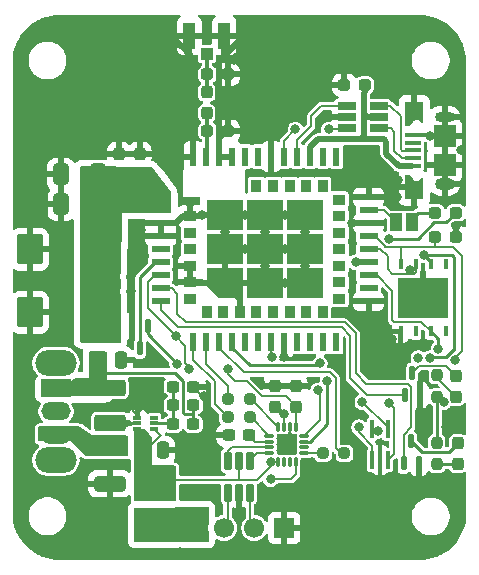
<source format=gtl>
%TF.GenerationSoftware,KiCad,Pcbnew,9.0.7*%
%TF.CreationDate,2026-02-07T20:34:06-05:00*%
%TF.ProjectId,USB-Cellular-Modem,5553422d-4365-46c6-9c75-6c61722d4d6f,V1.2*%
%TF.SameCoordinates,Original*%
%TF.FileFunction,Copper,L1,Top*%
%TF.FilePolarity,Positive*%
%FSLAX46Y46*%
G04 Gerber Fmt 4.6, Leading zero omitted, Abs format (unit mm)*
G04 Created by KiCad (PCBNEW 9.0.7) date 2026-02-07 20:34:06*
%MOMM*%
%LPD*%
G01*
G04 APERTURE LIST*
G04 Aperture macros list*
%AMRoundRect*
0 Rectangle with rounded corners*
0 $1 Rounding radius*
0 $2 $3 $4 $5 $6 $7 $8 $9 X,Y pos of 4 corners*
0 Add a 4 corners polygon primitive as box body*
4,1,4,$2,$3,$4,$5,$6,$7,$8,$9,$2,$3,0*
0 Add four circle primitives for the rounded corners*
1,1,$1+$1,$2,$3*
1,1,$1+$1,$4,$5*
1,1,$1+$1,$6,$7*
1,1,$1+$1,$8,$9*
0 Add four rect primitives between the rounded corners*
20,1,$1+$1,$2,$3,$4,$5,0*
20,1,$1+$1,$4,$5,$6,$7,0*
20,1,$1+$1,$6,$7,$8,$9,0*
20,1,$1+$1,$8,$9,$2,$3,0*%
%AMFreePoly0*
4,1,14,0.788536,1.553536,0.790000,1.550000,0.790000,-1.550000,0.788536,-1.553536,0.785000,-1.555000,-1.815000,-1.555000,-1.818536,-1.553536,-1.820000,-1.550000,-1.820000,0.520000,-1.818536,0.523536,-0.788536,1.553536,-0.785000,1.555000,0.785000,1.555000,0.788536,1.553536,0.788536,1.553536,$1*%
%AMFreePoly1*
4,1,9,1.050000,0.350000,0.550000,0.000000,0.550000,-0.400000,0.800000,-0.650000,0.800000,-0.800000,-1.050000,-0.800000,-1.050000,0.800000,1.050000,0.800000,1.050000,0.350000,1.050000,0.350000,$1*%
%AMFreePoly2*
4,1,9,1.050000,-0.800000,-0.800000,-0.800000,-0.800000,-0.650000,-0.550000,-0.400000,-0.550000,0.000000,-1.050000,0.350000,-1.050000,0.800000,1.050000,0.800000,1.050000,-0.800000,1.050000,-0.800000,$1*%
G04 Aperture macros list end*
%TA.AperFunction,SMDPad,CuDef*%
%ADD10RoundRect,0.237500X-0.287500X-0.237500X0.287500X-0.237500X0.287500X0.237500X-0.287500X0.237500X0*%
%TD*%
%TA.AperFunction,SMDPad,CuDef*%
%ADD11RoundRect,0.250000X0.412500X0.650000X-0.412500X0.650000X-0.412500X-0.650000X0.412500X-0.650000X0*%
%TD*%
%TA.AperFunction,SMDPad,CuDef*%
%ADD12RoundRect,0.237500X0.237500X-0.287500X0.237500X0.287500X-0.237500X0.287500X-0.237500X-0.287500X0*%
%TD*%
%TA.AperFunction,SMDPad,CuDef*%
%ADD13RoundRect,0.237500X0.287500X0.237500X-0.287500X0.237500X-0.287500X-0.237500X0.287500X-0.237500X0*%
%TD*%
%TA.AperFunction,SMDPad,CuDef*%
%ADD14R,0.400000X1.500000*%
%TD*%
%TA.AperFunction,SMDPad,CuDef*%
%ADD15R,1.000000X1.050000*%
%TD*%
%TA.AperFunction,SMDPad,CuDef*%
%ADD16R,1.050000X2.200000*%
%TD*%
%TA.AperFunction,SMDPad,CuDef*%
%ADD17R,1.000000X1.500000*%
%TD*%
%TA.AperFunction,SMDPad,CuDef*%
%ADD18R,1.560000X0.650000*%
%TD*%
%TA.AperFunction,SMDPad,CuDef*%
%ADD19R,0.600000X1.600000*%
%TD*%
%TA.AperFunction,SMDPad,CuDef*%
%ADD20R,1.600000X0.600000*%
%TD*%
%TA.AperFunction,SMDPad,CuDef*%
%ADD21R,0.900000X1.100000*%
%TD*%
%TA.AperFunction,SMDPad,CuDef*%
%ADD22R,1.100000X0.900000*%
%TD*%
%TA.AperFunction,SMDPad,CuDef*%
%ADD23FreePoly0,90.000000*%
%TD*%
%TA.AperFunction,SMDPad,CuDef*%
%ADD24R,3.100000X2.600000*%
%TD*%
%TA.AperFunction,SMDPad,CuDef*%
%ADD25R,0.407200X0.909599*%
%TD*%
%TA.AperFunction,SMDPad,CuDef*%
%ADD26R,4.292600X3.505200*%
%TD*%
%TA.AperFunction,SMDPad,CuDef*%
%ADD27R,1.350000X0.400000*%
%TD*%
%TA.AperFunction,SMDPad,CuDef*%
%ADD28FreePoly1,90.000000*%
%TD*%
%TA.AperFunction,HeatsinkPad*%
%ADD29O,1.700000X1.000000*%
%TD*%
%TA.AperFunction,SMDPad,CuDef*%
%ADD30R,1.900000X1.900000*%
%TD*%
%TA.AperFunction,HeatsinkPad*%
%ADD31O,1.700000X0.850000*%
%TD*%
%TA.AperFunction,SMDPad,CuDef*%
%ADD32FreePoly2,90.000000*%
%TD*%
%TA.AperFunction,SMDPad,CuDef*%
%ADD33RoundRect,0.250001X0.872499X1.044999X-0.872499X1.044999X-0.872499X-1.044999X0.872499X-1.044999X0*%
%TD*%
%TA.AperFunction,SMDPad,CuDef*%
%ADD34RoundRect,0.237500X0.237500X-0.300000X0.237500X0.300000X-0.237500X0.300000X-0.237500X-0.300000X0*%
%TD*%
%TA.AperFunction,SMDPad,CuDef*%
%ADD35RoundRect,0.125000X0.125000X-0.487500X0.125000X0.487500X-0.125000X0.487500X-0.125000X-0.487500X0*%
%TD*%
%TA.AperFunction,SMDPad,CuDef*%
%ADD36RoundRect,0.237500X0.300000X0.237500X-0.300000X0.237500X-0.300000X-0.237500X0.300000X-0.237500X0*%
%TD*%
%TA.AperFunction,SMDPad,CuDef*%
%ADD37RoundRect,0.237500X-0.237500X0.287500X-0.237500X-0.287500X0.237500X-0.287500X0.237500X0.287500X0*%
%TD*%
%TA.AperFunction,ComponentPad*%
%ADD38R,1.700000X1.700000*%
%TD*%
%TA.AperFunction,ComponentPad*%
%ADD39C,1.700000*%
%TD*%
%TA.AperFunction,SMDPad,CuDef*%
%ADD40RoundRect,0.125000X-0.125000X0.487500X-0.125000X-0.487500X0.125000X-0.487500X0.125000X0.487500X0*%
%TD*%
%TA.AperFunction,SMDPad,CuDef*%
%ADD41RoundRect,0.250000X-0.250000X-0.475000X0.250000X-0.475000X0.250000X0.475000X-0.250000X0.475000X0*%
%TD*%
%TA.AperFunction,SMDPad,CuDef*%
%ADD42RoundRect,0.237500X-0.237500X0.250000X-0.237500X-0.250000X0.237500X-0.250000X0.237500X0.250000X0*%
%TD*%
%TA.AperFunction,SMDPad,CuDef*%
%ADD43RoundRect,0.237500X0.250000X0.237500X-0.250000X0.237500X-0.250000X-0.237500X0.250000X-0.237500X0*%
%TD*%
%TA.AperFunction,SMDPad,CuDef*%
%ADD44RoundRect,0.237500X-0.250000X-0.237500X0.250000X-0.237500X0.250000X0.237500X-0.250000X0.237500X0*%
%TD*%
%TA.AperFunction,ComponentPad*%
%ADD45O,3.500000X2.200000*%
%TD*%
%TA.AperFunction,ComponentPad*%
%ADD46R,2.500000X1.500000*%
%TD*%
%TA.AperFunction,ComponentPad*%
%ADD47O,2.500000X1.500000*%
%TD*%
%TA.AperFunction,SMDPad,CuDef*%
%ADD48RoundRect,0.237500X-0.300000X-0.237500X0.300000X-0.237500X0.300000X0.237500X-0.300000X0.237500X0*%
%TD*%
%TA.AperFunction,SMDPad,CuDef*%
%ADD49RoundRect,0.250001X1.074999X-0.462499X1.074999X0.462499X-1.074999X0.462499X-1.074999X-0.462499X0*%
%TD*%
%TA.AperFunction,SMDPad,CuDef*%
%ADD50RoundRect,0.250001X0.624999X-0.462499X0.624999X0.462499X-0.624999X0.462499X-0.624999X-0.462499X0*%
%TD*%
%TA.AperFunction,SMDPad,CuDef*%
%ADD51RoundRect,0.250000X-1.075000X0.400000X-1.075000X-0.400000X1.075000X-0.400000X1.075000X0.400000X0*%
%TD*%
%TA.AperFunction,SMDPad,CuDef*%
%ADD52RoundRect,0.075000X-0.075000X0.312500X-0.075000X-0.312500X0.075000X-0.312500X0.075000X0.312500X0*%
%TD*%
%TA.AperFunction,SMDPad,CuDef*%
%ADD53RoundRect,0.075000X-0.312500X0.075000X-0.312500X-0.075000X0.312500X-0.075000X0.312500X0.075000X0*%
%TD*%
%TA.AperFunction,HeatsinkPad*%
%ADD54R,1.800000X1.800000*%
%TD*%
%TA.AperFunction,SMDPad,CuDef*%
%ADD55RoundRect,0.237500X0.237500X-0.250000X0.237500X0.250000X-0.237500X0.250000X-0.237500X-0.250000X0*%
%TD*%
%TA.AperFunction,SMDPad,CuDef*%
%ADD56RoundRect,0.087500X-0.250000X-0.087500X0.250000X-0.087500X0.250000X0.087500X-0.250000X0.087500X0*%
%TD*%
%TA.AperFunction,SMDPad,CuDef*%
%ADD57RoundRect,0.162500X0.162500X-0.617500X0.162500X0.617500X-0.162500X0.617500X-0.162500X-0.617500X0*%
%TD*%
%TA.AperFunction,ViaPad*%
%ADD58C,0.800000*%
%TD*%
%TA.AperFunction,Conductor*%
%ADD59C,0.200000*%
%TD*%
%TA.AperFunction,Conductor*%
%ADD60C,0.500000*%
%TD*%
%TA.AperFunction,Conductor*%
%ADD61C,0.300000*%
%TD*%
%TA.AperFunction,Conductor*%
%ADD62C,0.250000*%
%TD*%
G04 APERTURE END LIST*
D10*
X29825000Y-18200000D03*
X31575000Y-18200000D03*
X29825000Y-23000000D03*
X31575000Y-23000000D03*
D11*
X20574000Y-26670000D03*
X17449000Y-26670000D03*
D12*
X22352000Y-26670000D03*
X22352000Y-24920000D03*
X24130000Y-26670000D03*
X24130000Y-24920000D03*
D13*
X43175000Y-19100000D03*
X41425000Y-19100000D03*
D10*
X49125000Y-32000000D03*
X50875000Y-32000000D03*
D14*
X43800000Y-50860000D03*
X44450000Y-50860000D03*
X45100000Y-50860000D03*
X45100000Y-48200000D03*
X43800000Y-48200000D03*
D15*
X29800000Y-16450000D03*
D16*
X28325000Y-14925000D03*
X31275000Y-14925000D03*
D17*
X45832000Y-30734000D03*
X47132000Y-30734000D03*
D12*
X29800000Y-21475000D03*
X29800000Y-19725000D03*
D13*
X50875000Y-29900000D03*
X49125000Y-29900000D03*
D18*
X41650000Y-20850000D03*
X41650000Y-21800000D03*
X41650000Y-22750000D03*
X44350000Y-22750000D03*
X44350000Y-21800000D03*
X44350000Y-20850000D03*
D19*
X28650000Y-40850000D03*
X29750000Y-40850000D03*
X30850000Y-40850000D03*
X31950000Y-40850000D03*
X33050000Y-40850000D03*
X34150000Y-40850000D03*
X35250000Y-40850000D03*
X36350000Y-40850000D03*
X37450000Y-40850000D03*
X38550000Y-40850000D03*
X39650000Y-40850000D03*
X40750000Y-40850000D03*
D20*
X43500000Y-37400000D03*
X43500000Y-36300000D03*
X43500000Y-35200000D03*
X43500000Y-34100000D03*
X43500000Y-33000000D03*
X43500000Y-31900000D03*
X43500000Y-30800000D03*
X43500000Y-29700000D03*
X43500000Y-28600000D03*
D19*
X40750000Y-25150000D03*
X39650000Y-25150000D03*
X38550000Y-25150000D03*
X37450000Y-25150000D03*
X36350000Y-25150000D03*
X35250000Y-25150000D03*
X34150000Y-25150000D03*
X33050000Y-25150000D03*
X31950000Y-25150000D03*
X30850000Y-25150000D03*
X29750000Y-25150000D03*
X28650000Y-25150000D03*
D20*
X25900000Y-28600000D03*
X25900000Y-29700000D03*
X25900000Y-30800000D03*
X25900000Y-31900000D03*
X25900000Y-33000000D03*
X25900000Y-34100000D03*
X25900000Y-35200000D03*
X25900000Y-36300000D03*
X25900000Y-37400000D03*
D21*
X29800000Y-38350000D03*
X31200000Y-38350000D03*
X32600000Y-38350000D03*
X34000000Y-38350000D03*
X35400000Y-38350000D03*
X36800000Y-38350000D03*
X38200000Y-38350000D03*
X39600000Y-38350000D03*
D22*
X41000000Y-37200000D03*
X41000000Y-35800000D03*
X41000000Y-34400000D03*
X41000000Y-33000000D03*
X41000000Y-31600000D03*
X41000000Y-30200000D03*
X41000000Y-28800000D03*
D21*
X39600000Y-27650000D03*
X38200000Y-27650000D03*
X36800000Y-27650000D03*
X35400000Y-27650000D03*
X34000000Y-27650000D03*
D22*
X28400000Y-30200000D03*
X28400000Y-31600000D03*
X28400000Y-33000000D03*
X28400000Y-34400000D03*
X28400000Y-35800000D03*
X28400000Y-37200000D03*
D23*
X31300000Y-35385000D03*
D24*
X34700000Y-35900000D03*
X38100000Y-35900000D03*
X38100000Y-33000000D03*
X38100000Y-30100000D03*
X34700000Y-30100000D03*
X31300000Y-30100000D03*
X31300000Y-33000000D03*
X34700000Y-33000000D03*
D25*
X46195000Y-39958200D03*
X47465000Y-39958200D03*
X48735000Y-39958200D03*
X50005000Y-39958200D03*
X50005000Y-34273400D03*
X48735000Y-34273400D03*
X47465000Y-34273400D03*
X46195000Y-34273400D03*
D26*
X48100000Y-37115800D03*
D27*
X47245000Y-25938000D03*
X47245000Y-25288000D03*
X47245000Y-24638000D03*
X47245000Y-23988000D03*
X47245000Y-23338000D03*
D28*
X47370000Y-27738000D03*
D29*
X49920000Y-27463000D03*
D30*
X49920000Y-25838000D03*
X49920000Y-23438000D03*
D31*
X49920000Y-21813000D03*
D32*
X47370000Y-21538000D03*
D33*
X21221500Y-33020000D03*
X14806500Y-33020000D03*
D34*
X35560000Y-46328500D03*
X35560000Y-44603500D03*
D35*
X46550000Y-45337500D03*
X47850000Y-45337500D03*
X47200000Y-43462500D03*
D33*
X21241500Y-38354000D03*
X14826500Y-38354000D03*
D36*
X28649000Y-47828000D03*
X26924000Y-47828000D03*
D37*
X50900000Y-43725000D03*
X50900000Y-45475000D03*
D36*
X33374500Y-48768000D03*
X31649500Y-48768000D03*
D38*
X36360000Y-56600000D03*
D39*
X33820000Y-56600000D03*
X31280000Y-56600000D03*
X28740000Y-56600000D03*
D40*
X24780000Y-39527000D03*
X23480000Y-39527000D03*
X24130000Y-41402000D03*
D35*
X46450000Y-51137500D03*
X47750000Y-51137500D03*
X47100000Y-49262500D03*
D41*
X24196000Y-50038000D03*
X26096000Y-50038000D03*
D42*
X49276000Y-49379500D03*
X49276000Y-51204500D03*
D43*
X33424500Y-47244000D03*
X31599500Y-47244000D03*
D44*
X39624000Y-50292000D03*
X41449000Y-50292000D03*
D43*
X33424500Y-45720000D03*
X31599500Y-45720000D03*
D45*
X17018000Y-42636000D03*
X17018000Y-50836000D03*
D46*
X17018000Y-44736000D03*
D47*
X17018000Y-46736000D03*
X17018000Y-48736000D03*
D48*
X26924000Y-44628000D03*
X28649000Y-44628000D03*
D11*
X20612500Y-29210000D03*
X17487500Y-29210000D03*
D49*
X21590000Y-47715500D03*
X21590000Y-44740500D03*
D41*
X20640000Y-42418000D03*
X22540000Y-42418000D03*
D37*
X51054000Y-49417000D03*
X51054000Y-51167000D03*
D50*
X25654000Y-55843500D03*
X25654000Y-52868500D03*
D36*
X28649000Y-46228000D03*
X26924000Y-46228000D03*
D51*
X21590000Y-49758000D03*
X21590000Y-52858000D03*
D52*
X37326000Y-48042500D03*
X36826000Y-48042500D03*
X36326000Y-48042500D03*
X35826000Y-48042500D03*
D53*
X35088500Y-48780000D03*
X35088500Y-49280000D03*
X35088500Y-49780000D03*
X35088500Y-50280000D03*
D52*
X35826000Y-51017500D03*
X36326000Y-51017500D03*
X36826000Y-51017500D03*
X37326000Y-51017500D03*
D53*
X38063500Y-50280000D03*
X38063500Y-49780000D03*
X38063500Y-49280000D03*
X38063500Y-48780000D03*
D54*
X36576000Y-49530000D03*
D55*
X49300000Y-45512500D03*
X49300000Y-43687500D03*
D56*
X23925500Y-47252000D03*
X23925500Y-47752000D03*
X23925500Y-48252000D03*
X25350500Y-48252000D03*
X25350500Y-47752000D03*
X25350500Y-47252000D03*
D57*
X31550000Y-53600000D03*
X32500000Y-53600000D03*
X33450000Y-53600000D03*
X33450000Y-50900000D03*
X32500000Y-50900000D03*
X31550000Y-50900000D03*
D34*
X37338000Y-46328500D03*
X37338000Y-44603500D03*
D58*
X48260000Y-48050000D03*
X42418000Y-55626000D03*
X20828000Y-51308000D03*
X20800000Y-22100000D03*
X14732000Y-30480000D03*
X19812000Y-56896000D03*
X19812000Y-58674000D03*
X28400000Y-29050000D03*
X35260000Y-23110000D03*
X42926000Y-39370000D03*
X34345042Y-44394958D03*
X17272000Y-40132000D03*
X23650000Y-33150000D03*
X29972000Y-53594000D03*
X38100000Y-34400000D03*
X36322000Y-19050000D03*
X45466000Y-40640000D03*
X46228000Y-52578000D03*
X28450000Y-17900000D03*
X17960000Y-24729000D03*
X23114000Y-46228000D03*
X20800000Y-16500000D03*
X29551678Y-45402317D03*
X24638000Y-42672000D03*
X17272000Y-34798000D03*
X44196000Y-41910000D03*
X47244000Y-13970000D03*
X17272000Y-31242000D03*
X22860000Y-23154000D03*
X23368000Y-13970000D03*
X23650000Y-30950000D03*
X17272000Y-38354000D03*
X14732000Y-35560000D03*
X51353151Y-24638087D03*
X23368000Y-35306000D03*
X22352000Y-51308000D03*
X45466000Y-41910000D03*
X36400000Y-35900000D03*
X41656000Y-13970000D03*
X45974000Y-27178000D03*
X24460000Y-23154000D03*
X16256000Y-35560000D03*
X44196000Y-40640000D03*
X34750000Y-30200000D03*
X32100000Y-16950000D03*
X17512000Y-58674000D03*
X33800000Y-14100000D03*
X44450000Y-27178000D03*
X14800000Y-22100000D03*
X42926000Y-27178000D03*
X25654000Y-16256000D03*
X18288000Y-14100000D03*
X33150000Y-23010000D03*
X23368000Y-19050000D03*
X14732000Y-26670000D03*
X26924000Y-19558000D03*
X44196000Y-43180000D03*
X37512000Y-58674000D03*
X31300000Y-33000000D03*
X48100000Y-37115800D03*
X23650000Y-32050000D03*
X50900000Y-31000000D03*
X45466000Y-43180000D03*
X45974000Y-55626000D03*
X23300000Y-20600000D03*
X38100000Y-31500000D03*
X24638000Y-44450000D03*
X26924000Y-24384000D03*
X16800000Y-22100000D03*
X26162000Y-18034000D03*
X17272000Y-36576000D03*
X30226000Y-50800000D03*
X45974000Y-58674000D03*
X32650000Y-14950000D03*
X36322000Y-13970000D03*
X32512000Y-58674000D03*
X17272000Y-33020000D03*
X23300000Y-16600000D03*
X44450000Y-53848000D03*
X31050000Y-19650000D03*
X29350000Y-30100000D03*
X27512000Y-58674000D03*
X26900000Y-15050000D03*
X34700000Y-34400000D03*
X23368000Y-36576000D03*
X28500000Y-21500000D03*
X36322000Y-42100997D03*
X41402000Y-27178000D03*
X31050000Y-21400000D03*
X33782000Y-16510000D03*
X26924000Y-23368000D03*
X36300000Y-16600000D03*
X42512000Y-58674000D03*
X38000000Y-30150000D03*
X36300000Y-21100000D03*
X39116000Y-13970000D03*
X45650000Y-19800000D03*
X20800000Y-19100000D03*
X26924000Y-21590000D03*
X34700000Y-33000000D03*
X33000000Y-33000000D03*
X25908000Y-42672000D03*
X24638000Y-46228000D03*
X38100000Y-33000000D03*
X36400000Y-30100000D03*
X44196000Y-39370000D03*
X36400000Y-33000000D03*
X33782000Y-18034000D03*
X22352000Y-56896000D03*
X25800000Y-14100000D03*
X36399000Y-49530000D03*
X39116000Y-16500000D03*
X22352000Y-58674000D03*
X38800000Y-19100000D03*
X33500000Y-35900000D03*
X40100000Y-21800000D03*
X31300000Y-35900000D03*
X45900000Y-28600000D03*
X28500000Y-19650000D03*
X30226000Y-49276000D03*
X38100000Y-35900000D03*
X41656000Y-16510000D03*
X50038000Y-48050000D03*
X34700000Y-31500000D03*
X28500000Y-23400000D03*
X14732000Y-25400000D03*
X42128089Y-30810673D03*
X31300000Y-30100000D03*
X32512000Y-20574000D03*
X34700000Y-35900000D03*
X33782000Y-21590000D03*
X20860000Y-24866500D03*
X33782000Y-19558000D03*
X44450000Y-13970000D03*
X20800000Y-14100000D03*
X27940000Y-53594000D03*
X18800000Y-20600000D03*
X14732000Y-27940000D03*
X48700000Y-23400000D03*
X31300000Y-31500000D03*
X14732000Y-29210000D03*
X27500000Y-16950000D03*
X33000000Y-30100000D03*
X31593025Y-43118000D03*
X27149000Y-40351000D03*
X45200000Y-32100000D03*
X28283969Y-43118000D03*
X44299998Y-48391180D03*
X50800000Y-42400000D03*
X46997578Y-34763198D03*
X47697087Y-42203063D03*
X42955025Y-45944975D03*
X42672000Y-48050000D03*
X49400000Y-41439000D03*
X48177647Y-33501000D03*
X45187196Y-46037500D03*
X48701000Y-42200000D03*
X42400000Y-34100000D03*
X40100000Y-22850000D03*
X37300000Y-22850000D03*
X40000000Y-44196000D03*
X39370000Y-42672000D03*
X35306000Y-42100997D03*
X39200000Y-44947723D03*
X49845889Y-45950000D03*
X19812000Y-36068000D03*
X21590000Y-36068000D03*
X19812000Y-38100000D03*
X21590000Y-40132000D03*
X19812000Y-40132000D03*
X35228969Y-51030000D03*
X36326000Y-46990000D03*
X35194080Y-52481000D03*
X27250771Y-42688801D03*
D59*
X33886500Y-49280000D02*
X33374500Y-48768000D01*
X35088500Y-49280000D02*
X33886500Y-49280000D01*
D60*
X31300000Y-30100000D02*
X31300000Y-30100000D01*
X31300000Y-35900000D02*
X32600000Y-37200000D01*
X33500000Y-35900000D02*
X31300000Y-35900000D01*
D59*
X29551678Y-45402317D02*
X29423317Y-45402317D01*
X23925500Y-46940500D02*
X24638000Y-46228000D01*
D60*
X31200000Y-35800000D02*
X31300000Y-35900000D01*
D61*
X30850000Y-25150000D02*
X30850000Y-23725000D01*
D60*
X31300000Y-35900000D02*
X31300000Y-35900000D01*
D61*
X30850000Y-23725000D02*
X31575000Y-23000000D01*
D59*
X44450000Y-50860000D02*
X44450000Y-53848000D01*
D60*
X27500000Y-15800000D02*
X25800000Y-14100000D01*
D59*
X36826000Y-48042500D02*
X36826000Y-49280000D01*
X40100000Y-21800000D02*
X41650000Y-21800000D01*
X36350000Y-40850000D02*
X36350000Y-42072997D01*
X29423317Y-45402317D02*
X28649000Y-44628000D01*
D62*
X50875000Y-31025000D02*
X50900000Y-31000000D01*
D60*
X28650000Y-25150000D02*
X28650000Y-18100000D01*
D59*
X23925500Y-47039500D02*
X23114000Y-46228000D01*
D60*
X28450000Y-16600000D02*
X26900000Y-15050000D01*
X28450000Y-17900000D02*
X28450000Y-16600000D01*
D59*
X36350000Y-42072997D02*
X36322000Y-42100997D01*
D60*
X32600000Y-37200000D02*
X32600000Y-38350000D01*
D59*
X34654084Y-44704000D02*
X36576000Y-44704000D01*
D62*
X48650000Y-23350000D02*
X48700000Y-23400000D01*
D60*
X25900000Y-30800000D02*
X27200000Y-30800000D01*
X33800000Y-14100000D02*
X30850000Y-17050000D01*
D59*
X36576000Y-44704000D02*
X36676500Y-44603500D01*
X23925500Y-47252000D02*
X23925500Y-47039500D01*
D62*
X42138762Y-30800000D02*
X42128089Y-30810673D01*
D60*
X28500000Y-35900000D02*
X28400000Y-35800000D01*
X31300000Y-35900000D02*
X28500000Y-35900000D01*
D62*
X43500000Y-30800000D02*
X42138762Y-30800000D01*
D60*
X30850000Y-17050000D02*
X30850000Y-25150000D01*
D62*
X47200000Y-23350000D02*
X48650000Y-23350000D01*
D59*
X34345042Y-44394958D02*
X34654084Y-44704000D01*
X23925500Y-47252000D02*
X23925500Y-46940500D01*
D60*
X31200000Y-30200000D02*
X31300000Y-30100000D01*
X27800000Y-30200000D02*
X28400000Y-30200000D01*
D59*
X32500000Y-53600000D02*
X32500000Y-57800000D01*
D62*
X50875000Y-32000000D02*
X50875000Y-31025000D01*
D60*
X34700000Y-35900000D02*
X33500000Y-35900000D01*
X27200000Y-30800000D02*
X27800000Y-30200000D01*
D59*
X36676500Y-44603500D02*
X37338000Y-44603500D01*
D60*
X43500000Y-28600000D02*
X45900000Y-28600000D01*
D59*
X34426134Y-45466000D02*
X36475500Y-45466000D01*
X24799000Y-38001000D02*
X27149000Y-40351000D01*
X37326000Y-46340500D02*
X37338000Y-46328500D01*
D62*
X49067000Y-30701000D02*
X50074000Y-30701000D01*
D59*
X31593025Y-43599429D02*
X32189596Y-44196000D01*
X36475500Y-45466000D02*
X37338000Y-46328500D01*
X28283969Y-42989918D02*
X27950000Y-42655949D01*
X25400000Y-35200000D02*
X24799000Y-35801000D01*
X33156134Y-44196000D02*
X34426134Y-45466000D01*
X25900000Y-35200000D02*
X25400000Y-35200000D01*
X27950000Y-41152000D02*
X27149000Y-40351000D01*
X31593025Y-43118000D02*
X31593025Y-43599429D01*
D62*
X50074000Y-30701000D02*
X50875000Y-29900000D01*
D59*
X32189596Y-44196000D02*
X33156134Y-44196000D01*
X28283969Y-43118000D02*
X28283969Y-42989918D01*
D62*
X45200000Y-32100000D02*
X47668000Y-32100000D01*
D59*
X24799000Y-35801000D02*
X24799000Y-38001000D01*
X37326000Y-48042500D02*
X37326000Y-46340500D01*
D62*
X47668000Y-32100000D02*
X49067000Y-30701000D01*
D59*
X27950000Y-42655949D02*
X27950000Y-41152000D01*
D61*
X29800000Y-19725000D02*
X29800000Y-18225000D01*
X29800000Y-18175000D02*
X29825000Y-18200000D01*
X29800000Y-16450000D02*
X29800000Y-18175000D01*
X29800000Y-18225000D02*
X29825000Y-18200000D01*
X29800000Y-22975000D02*
X29825000Y-23000000D01*
X29825000Y-25075000D02*
X29750000Y-25150000D01*
X29825000Y-23000000D02*
X29825000Y-25075000D01*
X29800000Y-21475000D02*
X29800000Y-22975000D01*
D59*
X44008636Y-31900000D02*
X44854318Y-32745682D01*
X51401000Y-33601000D02*
X51401000Y-41599000D01*
X43500000Y-31900000D02*
X44008636Y-31900000D01*
X46195000Y-34273400D02*
X46195000Y-32806000D01*
X51401000Y-33601000D02*
X50601000Y-32801000D01*
X51401000Y-41599000D02*
X51150000Y-41850000D01*
X44909636Y-32801000D02*
X44854318Y-32745682D01*
X46200000Y-32801000D02*
X44909636Y-32801000D01*
X49125000Y-32000000D02*
X49125000Y-32726000D01*
X49200000Y-32801000D02*
X49100000Y-32801000D01*
X49100000Y-32801000D02*
X46200000Y-32801000D01*
X51150000Y-41850000D02*
X50800000Y-42200000D01*
X50800000Y-42200000D02*
X50800000Y-42400000D01*
X43800000Y-48200000D02*
X44108818Y-48200000D01*
X50601000Y-32801000D02*
X49200000Y-32801000D01*
X49125000Y-32726000D02*
X49200000Y-32801000D01*
X46195000Y-32806000D02*
X46200000Y-32801000D01*
X46195000Y-34086364D02*
X46195000Y-34273400D01*
X44108818Y-48200000D02*
X44299998Y-48391180D01*
X45462200Y-35062200D02*
X45100000Y-34700000D01*
X47465000Y-34935000D02*
X47465000Y-34273400D01*
X46700000Y-35062200D02*
X45462200Y-35062200D01*
X42955025Y-45944975D02*
X45100000Y-48089950D01*
D62*
X43600000Y-33100000D02*
X43500000Y-33000000D01*
D59*
X45100000Y-34700000D02*
X45100000Y-33600000D01*
X45100000Y-48089950D02*
X45100000Y-48200000D01*
X47337800Y-35062200D02*
X47465000Y-34935000D01*
X45100000Y-33600000D02*
X44500000Y-33000000D01*
X46700000Y-35062200D02*
X47337800Y-35062200D01*
X44500000Y-33000000D02*
X43500000Y-33000000D01*
X45762200Y-35062200D02*
X46700000Y-35062200D01*
X42672000Y-48514000D02*
X42672000Y-48050000D01*
X45500000Y-36500000D02*
X44200000Y-35200000D01*
D62*
X49400000Y-41439000D02*
X49400000Y-40623200D01*
D59*
X43800000Y-50860000D02*
X43800000Y-49642000D01*
X48735000Y-39958200D02*
X47946200Y-39169400D01*
X45500000Y-39016700D02*
X45500000Y-36500000D01*
X43800000Y-49642000D02*
X42672000Y-48514000D01*
X45652700Y-39169400D02*
X45500000Y-39016700D01*
D62*
X49400000Y-40623200D02*
X48735000Y-39958200D01*
D59*
X47946200Y-39169400D02*
X45652700Y-39169400D01*
X44200000Y-35200000D02*
X43500000Y-35200000D01*
D62*
X50673280Y-41500000D02*
X50700000Y-41500000D01*
X48735000Y-34058353D02*
X48735000Y-34273400D01*
X50700000Y-33658001D02*
X50534600Y-33492601D01*
X50534600Y-33492601D02*
X48186046Y-33492601D01*
X48735000Y-34158085D02*
X48735000Y-34273400D01*
X48700000Y-34123085D02*
X48735000Y-34158085D01*
X48737000Y-42164000D02*
X50009280Y-42164000D01*
D59*
X45601000Y-46451304D02*
X45187196Y-46037500D01*
X45100000Y-50860000D02*
X45601000Y-50359000D01*
D62*
X48186046Y-33492601D02*
X48177647Y-33501000D01*
X42400000Y-34100000D02*
X43500000Y-34100000D01*
X50700000Y-41500000D02*
X50700000Y-33658001D01*
X48701000Y-42200000D02*
X48737000Y-42164000D01*
D59*
X45601000Y-50359000D02*
X45601000Y-46451304D01*
D62*
X48177647Y-33501000D02*
X48735000Y-34058353D01*
X50009280Y-42164000D02*
X50673280Y-41500000D01*
X48030500Y-50193000D02*
X50278000Y-50193000D01*
X50278000Y-50193000D02*
X51054000Y-49417000D01*
X47100000Y-49262500D02*
X48030500Y-50193000D01*
X49276000Y-51204500D02*
X51016500Y-51204500D01*
X51016500Y-51204500D02*
X51054000Y-51167000D01*
D59*
X50075000Y-42900000D02*
X50900000Y-43725000D01*
X47762500Y-42900000D02*
X50075000Y-42900000D01*
X47200000Y-43462500D02*
X47762500Y-42900000D01*
X49300000Y-43687500D02*
X49300000Y-43875000D01*
X49300000Y-43875000D02*
X50900000Y-45475000D01*
X45350000Y-22750000D02*
X44350000Y-22750000D01*
X45676000Y-23076000D02*
X45350000Y-22750000D01*
X46325000Y-25300000D02*
X45676000Y-24651000D01*
X47200000Y-25300000D02*
X46325000Y-25300000D01*
X45676000Y-24651000D02*
X45676000Y-23076000D01*
X46325000Y-24650000D02*
X47200000Y-24650000D01*
X46224000Y-24549000D02*
X46325000Y-24650000D01*
X46224000Y-21744000D02*
X46224000Y-24549000D01*
X45330000Y-20850000D02*
X46224000Y-21744000D01*
X44350000Y-20850000D02*
X45330000Y-20850000D01*
X43500000Y-29700000D02*
X44798000Y-29700000D01*
X44798000Y-29700000D02*
X45832000Y-30734000D01*
X43450000Y-29650000D02*
X43500000Y-29700000D01*
D62*
X47700000Y-29900000D02*
X47200000Y-30400000D01*
X49125000Y-29900000D02*
X47700000Y-29900000D01*
D59*
X38600000Y-22586002D02*
X38600000Y-21750000D01*
X37450000Y-23736002D02*
X38600000Y-22586002D01*
X39500000Y-20850000D02*
X41650000Y-20850000D01*
X38600000Y-21750000D02*
X39500000Y-20850000D01*
X37450000Y-25150000D02*
X37450000Y-23736002D01*
X41550000Y-22850000D02*
X41650000Y-22750000D01*
X36350000Y-25150000D02*
X36350000Y-23800000D01*
X40100000Y-22850000D02*
X41550000Y-22850000D01*
X36350000Y-23800000D02*
X37300000Y-22850000D01*
X25400000Y-37400000D02*
X25900000Y-37400000D01*
X43337500Y-45337500D02*
X46550000Y-45337500D01*
X25900000Y-37400000D02*
X25900000Y-38150000D01*
X42942000Y-44942000D02*
X43337500Y-45337500D01*
X41910000Y-40640000D02*
X41910000Y-40308000D01*
X25900000Y-38150000D02*
X27350000Y-39600000D01*
X27350000Y-39600000D02*
X41202000Y-39600000D01*
X42400000Y-44400000D02*
X42942000Y-44942000D01*
X41202000Y-39600000D02*
X40640000Y-39600000D01*
X42942000Y-44942000D02*
X41910000Y-43910000D01*
X41910000Y-40308000D02*
X41202000Y-39600000D01*
X41910000Y-43910000D02*
X41910000Y-40640000D01*
X26850000Y-36300000D02*
X27300000Y-36750000D01*
X46450000Y-48694082D02*
X46450000Y-51137500D01*
X47101000Y-44670082D02*
X47101000Y-48043082D01*
X46830918Y-44400000D02*
X47101000Y-44670082D01*
X41486000Y-39200000D02*
X42418000Y-40132000D01*
X42418000Y-43518000D02*
X43300000Y-44400000D01*
X25900000Y-36300000D02*
X26850000Y-36300000D01*
X42418000Y-40132000D02*
X42418000Y-43518000D01*
X43300000Y-44400000D02*
X46830918Y-44400000D01*
X28000000Y-39200000D02*
X41486000Y-39200000D01*
X27300000Y-36750000D02*
X27300000Y-38500000D01*
X27300000Y-38500000D02*
X28000000Y-39200000D01*
X25400000Y-36300000D02*
X25900000Y-36300000D01*
X47101000Y-48043082D02*
X46450000Y-48694082D01*
X35088500Y-49780000D02*
X31890001Y-49780000D01*
X31550000Y-50120001D02*
X31550000Y-50900000D01*
X31890001Y-49780000D02*
X31550000Y-50120001D01*
X33450000Y-50900000D02*
X33528000Y-50822000D01*
X34048000Y-50280000D02*
X34036000Y-50292000D01*
X33450000Y-50370000D02*
X33528000Y-50292000D01*
X34070000Y-50280000D02*
X34048000Y-50280000D01*
X35088500Y-50280000D02*
X34070000Y-50280000D01*
X33450000Y-50900000D02*
X34070000Y-50280000D01*
X33450000Y-50370000D02*
X33450000Y-50900000D01*
X33528000Y-50822000D02*
X33528000Y-50292000D01*
X33450000Y-53600000D02*
X33450000Y-56230000D01*
X33450000Y-56230000D02*
X33820000Y-56600000D01*
X40229364Y-43434000D02*
X40701000Y-43905636D01*
X40701000Y-43905636D02*
X40701000Y-49845000D01*
X30850000Y-40850000D02*
X30850000Y-41350000D01*
X30850000Y-41350000D02*
X32934000Y-43434000D01*
X32934000Y-43434000D02*
X40229364Y-43434000D01*
X40701000Y-49845000D02*
X41148000Y-50292000D01*
X40229364Y-43434000D02*
X40307682Y-43512318D01*
X41148000Y-50292000D02*
X41449000Y-50292000D01*
D62*
X31950000Y-41350000D02*
X33425997Y-42825997D01*
X40000000Y-44196000D02*
X40000000Y-47800178D01*
X33425997Y-42825997D02*
X39216003Y-42825997D01*
X38520178Y-49280000D02*
X40000000Y-47800178D01*
X31950000Y-40850000D02*
X31950000Y-41350000D01*
X40000000Y-47800178D02*
X40000000Y-46736000D01*
X33425997Y-42825997D02*
X34036000Y-42825997D01*
X38063500Y-49280000D02*
X38520178Y-49280000D01*
X39216003Y-42825997D02*
X39370000Y-42672000D01*
D59*
X31599500Y-45720000D02*
X31599500Y-44597268D01*
X29750000Y-42747768D02*
X29750000Y-40850000D01*
X31599500Y-44597268D02*
X29750000Y-42747768D01*
X39370000Y-47473500D02*
X38063500Y-48780000D01*
X35250000Y-42044997D02*
X35306000Y-42100997D01*
X35200000Y-41375000D02*
X35250000Y-41325000D01*
X35250000Y-40850000D02*
X35250000Y-42044997D01*
X39200000Y-44947723D02*
X39338128Y-44947723D01*
X35250000Y-41325000D02*
X35250000Y-40850000D01*
X39338128Y-44947723D02*
X39370000Y-44979595D01*
X39370000Y-44979595D02*
X39370000Y-47473500D01*
X30480000Y-46124500D02*
X30480000Y-44196000D01*
X30480000Y-44196000D02*
X28650000Y-42366000D01*
X28650000Y-42366000D02*
X28650000Y-40850000D01*
X31599500Y-47244000D02*
X30480000Y-46124500D01*
D60*
X44099999Y-23700001D02*
X44100000Y-23700000D01*
X43119999Y-19730001D02*
X43175000Y-19675000D01*
X43175000Y-19675000D02*
X43175000Y-19100000D01*
X44350000Y-21800000D02*
X43384998Y-21800000D01*
X44800000Y-23700000D02*
X45000000Y-23900000D01*
X45000000Y-24900000D02*
X46050000Y-25950000D01*
X43384998Y-21800000D02*
X43119999Y-21535001D01*
X38550000Y-24339998D02*
X39189997Y-23700001D01*
X39189997Y-23700001D02*
X41600000Y-23700001D01*
X43119999Y-21535001D02*
X43119999Y-23435001D01*
X43119999Y-21535001D02*
X43119999Y-19730001D01*
X41600000Y-23700001D02*
X42854999Y-23700001D01*
X44100000Y-23700000D02*
X44800000Y-23700000D01*
X38550000Y-25150000D02*
X38550000Y-24339998D01*
X45000000Y-23900000D02*
X45000000Y-24900000D01*
X42854999Y-23700001D02*
X43119999Y-23435001D01*
X46050000Y-25950000D02*
X47200000Y-25950000D01*
X41600000Y-23700001D02*
X44099999Y-23700001D01*
D59*
X33503500Y-45720000D02*
X33424500Y-45720000D01*
X35826000Y-48042500D02*
X33503500Y-45720000D01*
X31550000Y-53600000D02*
X31550000Y-56330000D01*
X31550000Y-56330000D02*
X31280000Y-56600000D01*
D62*
X49300000Y-49355500D02*
X49276000Y-49379500D01*
X49845889Y-45950000D02*
X49408389Y-45512500D01*
X49408389Y-45512500D02*
X49300000Y-45512500D01*
X20828000Y-39050000D02*
X20828000Y-39370000D01*
D60*
X25900000Y-29700000D02*
X25900000Y-28600000D01*
D62*
X49300000Y-45512500D02*
X49300000Y-49355500D01*
X25350500Y-47752000D02*
X26848000Y-47752000D01*
X26924000Y-46228000D02*
X26924000Y-47828000D01*
X26924000Y-47828000D02*
X27049000Y-47828000D01*
X26924000Y-44628000D02*
X26924000Y-46228000D01*
X26848000Y-47752000D02*
X26924000Y-47828000D01*
D59*
X36326000Y-48042500D02*
X36326000Y-46990000D01*
X26003500Y-52519000D02*
X25654000Y-52868500D01*
X32500000Y-52507000D02*
X32512000Y-52519000D01*
X35537500Y-51017500D02*
X35826000Y-51017500D01*
X36326000Y-46840500D02*
X35814000Y-46328500D01*
X32500000Y-50900000D02*
X32500000Y-52507000D01*
X36326000Y-46990000D02*
X36326000Y-46840500D01*
X35228969Y-51030000D02*
X35228969Y-51326031D01*
X30480000Y-52519000D02*
X26003500Y-52519000D01*
X25866500Y-48768000D02*
X25908000Y-48768000D01*
X25908000Y-48768000D02*
X24638000Y-50038000D01*
X34036000Y-52519000D02*
X32512000Y-52519000D01*
X35228969Y-51030000D02*
X35525000Y-51030000D01*
X35228969Y-51326031D02*
X34036000Y-52519000D01*
X35525000Y-51030000D02*
X35537500Y-51017500D01*
X30480000Y-52519000D02*
X32512000Y-52519000D01*
X25350500Y-48252000D02*
X25866500Y-48768000D01*
D62*
X21628500Y-47752000D02*
X21590000Y-47790500D01*
X23925500Y-47752000D02*
X21628500Y-47752000D01*
D59*
X33552500Y-47244000D02*
X33424500Y-47244000D01*
X35088500Y-48780000D02*
X33552500Y-47244000D01*
X38063500Y-50280000D02*
X39612000Y-50280000D01*
X39612000Y-50280000D02*
X39624000Y-50292000D01*
D62*
X28649000Y-46990000D02*
X27940000Y-46990000D01*
X28649000Y-46990000D02*
X28649000Y-47828000D01*
X27105990Y-43469000D02*
X21047000Y-43469000D01*
X20828000Y-43903500D02*
X21590000Y-44665500D01*
X28649000Y-46228000D02*
X28649000Y-46990000D01*
X20828000Y-43688000D02*
X20828000Y-43903500D01*
X27786500Y-44149510D02*
X27105990Y-43469000D01*
X21047000Y-43469000D02*
X20828000Y-43688000D01*
X27786500Y-46836500D02*
X27786500Y-44149510D01*
X27940000Y-46990000D02*
X27786500Y-46836500D01*
X24130000Y-35370000D02*
X25400000Y-34100000D01*
X24130000Y-41402000D02*
X24130000Y-35370000D01*
X25400000Y-34100000D02*
X25900000Y-34100000D01*
D59*
X35194080Y-52481000D02*
X36915000Y-52481000D01*
D62*
X24780000Y-39527000D02*
X24780000Y-40218030D01*
X24780000Y-40218030D02*
X27250771Y-42688801D01*
D59*
X37326000Y-52070000D02*
X37326000Y-51017500D01*
X36915000Y-52481000D02*
X37326000Y-52070000D01*
%TA.AperFunction,Conductor*%
G36*
X27547817Y-13170185D02*
G01*
X27593572Y-13222989D01*
X27603516Y-13292147D01*
X27574491Y-13355703D01*
X27555089Y-13373767D01*
X27437096Y-13462096D01*
X27349554Y-13579038D01*
X27349553Y-13579038D01*
X27298506Y-13715902D01*
X27292000Y-13776418D01*
X27292000Y-14671000D01*
X29358000Y-14671000D01*
X29358000Y-13776420D01*
X29357999Y-13776418D01*
X29351493Y-13715902D01*
X29300446Y-13579038D01*
X29212903Y-13462096D01*
X29094911Y-13373767D01*
X29053040Y-13317833D01*
X29048056Y-13248141D01*
X29081541Y-13186818D01*
X29142865Y-13153334D01*
X29169222Y-13150500D01*
X30430778Y-13150500D01*
X30497817Y-13170185D01*
X30543572Y-13222989D01*
X30553516Y-13292147D01*
X30524491Y-13355703D01*
X30505089Y-13373767D01*
X30387096Y-13462096D01*
X30299554Y-13579038D01*
X30299553Y-13579038D01*
X30248506Y-13715902D01*
X30242000Y-13776418D01*
X30242000Y-14671000D01*
X32308000Y-14671000D01*
X32308000Y-13776420D01*
X32307999Y-13776418D01*
X32301493Y-13715902D01*
X32250446Y-13579038D01*
X32162903Y-13462096D01*
X32044911Y-13373767D01*
X32003040Y-13317833D01*
X31998056Y-13248141D01*
X32031541Y-13186818D01*
X32092865Y-13153334D01*
X32119222Y-13150500D01*
X47783592Y-13150500D01*
X47797128Y-13150500D01*
X47802855Y-13150632D01*
X48158697Y-13167083D01*
X48170086Y-13168139D01*
X48520051Y-13216957D01*
X48531295Y-13219059D01*
X48875261Y-13299959D01*
X48886251Y-13303086D01*
X49221306Y-13415385D01*
X49231960Y-13419513D01*
X49555209Y-13562241D01*
X49565436Y-13567333D01*
X49806689Y-13701710D01*
X49874131Y-13739275D01*
X49883869Y-13745304D01*
X50175374Y-13944990D01*
X50184514Y-13951892D01*
X50456356Y-14177626D01*
X50464820Y-14185343D01*
X50714656Y-14435179D01*
X50722373Y-14443643D01*
X50948107Y-14715485D01*
X50955009Y-14724625D01*
X51154695Y-15016130D01*
X51160724Y-15025868D01*
X51332659Y-15334550D01*
X51337762Y-15344799D01*
X51472138Y-15649132D01*
X51480481Y-15668026D01*
X51484619Y-15678706D01*
X51596909Y-16013735D01*
X51600043Y-16024751D01*
X51680938Y-16368696D01*
X51683043Y-16379955D01*
X51731859Y-16729905D01*
X51732916Y-16741309D01*
X51749368Y-17097144D01*
X51749500Y-17102821D01*
X51749500Y-17116408D01*
X51749505Y-17116415D01*
X51749512Y-17134761D01*
X51749513Y-17134762D01*
X51754585Y-29266508D01*
X51734928Y-29333556D01*
X51682144Y-29379333D01*
X51612989Y-29389305D01*
X51549421Y-29360307D01*
X51531319Y-29340871D01*
X51520387Y-29326269D01*
X51511116Y-29313884D01*
X51415091Y-29242000D01*
X51398780Y-29229789D01*
X51398778Y-29229788D01*
X51370924Y-29219399D01*
X51267299Y-29180748D01*
X51209190Y-29174500D01*
X51209174Y-29174500D01*
X50540826Y-29174500D01*
X50540809Y-29174500D01*
X50482700Y-29180748D01*
X50351219Y-29229789D01*
X50238884Y-29313884D01*
X50154787Y-29426222D01*
X50116181Y-29529729D01*
X50074310Y-29585663D01*
X50008845Y-29610079D01*
X49940572Y-29595227D01*
X49891167Y-29545821D01*
X49883819Y-29529729D01*
X49845212Y-29426222D01*
X49820351Y-29393012D01*
X49761116Y-29313884D01*
X49673782Y-29248506D01*
X49648780Y-29229789D01*
X49648778Y-29229788D01*
X49620924Y-29219399D01*
X49517299Y-29180748D01*
X49459190Y-29174500D01*
X49459174Y-29174500D01*
X48790826Y-29174500D01*
X48790823Y-29174500D01*
X48755877Y-29178257D01*
X48687118Y-29165851D01*
X48635981Y-29118240D01*
X48618702Y-29050540D01*
X48629829Y-29003455D01*
X48662219Y-28932531D01*
X48662220Y-28932528D01*
X48682999Y-28787998D01*
X48683000Y-28787997D01*
X48683000Y-28300890D01*
X48702685Y-28233851D01*
X48755489Y-28188096D01*
X48824647Y-28178152D01*
X48888203Y-28207177D01*
X48894681Y-28213209D01*
X48927434Y-28245962D01*
X48927438Y-28245965D01*
X49092526Y-28356274D01*
X49092535Y-28356279D01*
X49275976Y-28432262D01*
X49275984Y-28432264D01*
X49470716Y-28470999D01*
X49470719Y-28471000D01*
X49666000Y-28471000D01*
X50174000Y-28471000D01*
X50369281Y-28471000D01*
X50369283Y-28470999D01*
X50564015Y-28432264D01*
X50564023Y-28432262D01*
X50747464Y-28356279D01*
X50747473Y-28356274D01*
X50912561Y-28245965D01*
X50912565Y-28245962D01*
X51052962Y-28105565D01*
X51052965Y-28105561D01*
X51163274Y-27940473D01*
X51163279Y-27940464D01*
X51239262Y-27757023D01*
X51239264Y-27757015D01*
X51247224Y-27717000D01*
X50174000Y-27717000D01*
X50174000Y-28471000D01*
X49666000Y-28471000D01*
X49666000Y-27713000D01*
X50319728Y-27713000D01*
X50411614Y-27674940D01*
X50481940Y-27604614D01*
X50520000Y-27512728D01*
X50520000Y-27413272D01*
X50481940Y-27321386D01*
X50411614Y-27251060D01*
X50319728Y-27213000D01*
X49666000Y-27213000D01*
X49666000Y-27209000D01*
X50174000Y-27209000D01*
X51247224Y-27209000D01*
X51245876Y-27202221D01*
X51252103Y-27132630D01*
X51268226Y-27103719D01*
X51320445Y-27033961D01*
X51320446Y-27033961D01*
X51371493Y-26897097D01*
X51377999Y-26836581D01*
X51378000Y-26836580D01*
X51378000Y-26092000D01*
X50174000Y-26092000D01*
X50174000Y-27209000D01*
X49666000Y-27209000D01*
X49666000Y-26092000D01*
X48462000Y-26092000D01*
X48462000Y-26323879D01*
X48442315Y-26390918D01*
X48389511Y-26436673D01*
X48320353Y-26446617D01*
X48236605Y-26434576D01*
X48173049Y-26405551D01*
X48135275Y-26346773D01*
X48135275Y-26276903D01*
X48151151Y-26242946D01*
X48155966Y-26235740D01*
X48170500Y-26162674D01*
X48170500Y-25713326D01*
X48170500Y-25713323D01*
X48155356Y-25637192D01*
X48155356Y-25588808D01*
X48170500Y-25512676D01*
X48170500Y-25063323D01*
X48155356Y-24987192D01*
X48155356Y-24938808D01*
X48170500Y-24862676D01*
X48170500Y-24413323D01*
X48155356Y-24337192D01*
X48155356Y-24288808D01*
X48170500Y-24212676D01*
X48170500Y-24047118D01*
X48171787Y-24042734D01*
X48170816Y-24038271D01*
X48181540Y-24009520D01*
X48190185Y-23980079D01*
X48194083Y-23975891D01*
X48195234Y-23972807D01*
X48220191Y-23947850D01*
X48263691Y-23915287D01*
X48329155Y-23890871D01*
X48397428Y-23905723D01*
X48446833Y-23955129D01*
X48462000Y-24014555D01*
X48462000Y-24436581D01*
X48468506Y-24497099D01*
X48504897Y-24594667D01*
X48509881Y-24664358D01*
X48504897Y-24681333D01*
X48468506Y-24778900D01*
X48462000Y-24839418D01*
X48462000Y-25584000D01*
X49666000Y-25584000D01*
X50174000Y-25584000D01*
X51378000Y-25584000D01*
X51378000Y-24839420D01*
X51377999Y-24839418D01*
X51371493Y-24778902D01*
X51335102Y-24681334D01*
X51330118Y-24611643D01*
X51335102Y-24594666D01*
X51371493Y-24497097D01*
X51377999Y-24436581D01*
X51378000Y-24436580D01*
X51378000Y-23692000D01*
X50174000Y-23692000D01*
X50174000Y-25584000D01*
X49666000Y-25584000D01*
X49666000Y-23692000D01*
X48456000Y-23692000D01*
X48388961Y-23672315D01*
X48343206Y-23619511D01*
X48332000Y-23568000D01*
X48332000Y-23538000D01*
X47955842Y-23538000D01*
X47952437Y-23537000D01*
X47950765Y-23537392D01*
X47950765Y-23537500D01*
X47950306Y-23537500D01*
X47948984Y-23537810D01*
X47944951Y-23537500D01*
X47944674Y-23537500D01*
X47369000Y-23537500D01*
X47301961Y-23517815D01*
X47256206Y-23465011D01*
X47245000Y-23413500D01*
X47245000Y-23312578D01*
X47242093Y-23307255D01*
X47247077Y-23237563D01*
X47288949Y-23181630D01*
X47354413Y-23157213D01*
X47395348Y-23161121D01*
X47497525Y-23188500D01*
X47497528Y-23188500D01*
X47642472Y-23188500D01*
X47642475Y-23188500D01*
X47782485Y-23150984D01*
X47782488Y-23150981D01*
X47789995Y-23147873D01*
X47791132Y-23150618D01*
X47838199Y-23138000D01*
X48460638Y-23138000D01*
X48527677Y-23157685D01*
X48548319Y-23174319D01*
X48558000Y-23184000D01*
X49666000Y-23184000D01*
X50174000Y-23184000D01*
X51378000Y-23184000D01*
X51378000Y-22439420D01*
X51377999Y-22439418D01*
X51371493Y-22378902D01*
X51320446Y-22242038D01*
X51267064Y-22170729D01*
X51242647Y-22105265D01*
X51244713Y-22072228D01*
X51245753Y-22067000D01*
X50174000Y-22067000D01*
X50174000Y-23184000D01*
X49666000Y-23184000D01*
X49666000Y-22063000D01*
X50319728Y-22063000D01*
X50411614Y-22024940D01*
X50481940Y-21954614D01*
X50520000Y-21862728D01*
X50520000Y-21763272D01*
X50481940Y-21671386D01*
X50411614Y-21601060D01*
X50319728Y-21563000D01*
X49666000Y-21563000D01*
X49666000Y-21559000D01*
X50174000Y-21559000D01*
X51245755Y-21559000D01*
X51245754Y-21558999D01*
X51242146Y-21540858D01*
X51242144Y-21540852D01*
X51171815Y-21371061D01*
X51171810Y-21371052D01*
X51069708Y-21218247D01*
X51069705Y-21218243D01*
X50939756Y-21088294D01*
X50939752Y-21088291D01*
X50786947Y-20986189D01*
X50786934Y-20986182D01*
X50617150Y-20915856D01*
X50617138Y-20915853D01*
X50436895Y-20880000D01*
X50174000Y-20880000D01*
X50174000Y-21559000D01*
X49666000Y-21559000D01*
X49666000Y-20880000D01*
X49403105Y-20880000D01*
X49222861Y-20915853D01*
X49222849Y-20915856D01*
X49053065Y-20986182D01*
X49053052Y-20986189D01*
X48900247Y-21088291D01*
X48900243Y-21088294D01*
X48894681Y-21093857D01*
X48833358Y-21127342D01*
X48763666Y-21122358D01*
X48707733Y-21080486D01*
X48683316Y-21015022D01*
X48683000Y-21006176D01*
X48683000Y-20487998D01*
X48677778Y-20414990D01*
X48636642Y-20274895D01*
X48557700Y-20152057D01*
X48447349Y-20056437D01*
X48447347Y-20056436D01*
X48314532Y-19995780D01*
X48314528Y-19995779D01*
X48169998Y-19975000D01*
X47624000Y-19975000D01*
X47624000Y-21963500D01*
X47604315Y-22030539D01*
X47551511Y-22076294D01*
X47505565Y-22086289D01*
X47505585Y-22086439D01*
X47503791Y-22086675D01*
X47500000Y-22087500D01*
X47497525Y-22087500D01*
X47368993Y-22121940D01*
X47357511Y-22125017D01*
X47302000Y-22157067D01*
X47234100Y-22173540D01*
X47168073Y-22150687D01*
X47124882Y-22095766D01*
X47116000Y-22049680D01*
X47116000Y-19975000D01*
X46569999Y-19975000D01*
X46496990Y-19980221D01*
X46356895Y-20021357D01*
X46234057Y-20100299D01*
X46138437Y-20210650D01*
X46138436Y-20210652D01*
X46077780Y-20343467D01*
X46077779Y-20343471D01*
X46057000Y-20488001D01*
X46057000Y-20781956D01*
X46037315Y-20848995D01*
X45984511Y-20894750D01*
X45915353Y-20904694D01*
X45851797Y-20875669D01*
X45845319Y-20869637D01*
X45545213Y-20569531D01*
X45545208Y-20569527D01*
X45465290Y-20523387D01*
X45465289Y-20523386D01*
X45465288Y-20523386D01*
X45465285Y-20523385D01*
X45465282Y-20523384D01*
X45455047Y-20520641D01*
X45395388Y-20484274D01*
X45372036Y-20437965D01*
X45370640Y-20438544D01*
X45365966Y-20427260D01*
X45310601Y-20344399D01*
X45227740Y-20289034D01*
X45227739Y-20289033D01*
X45227735Y-20289032D01*
X45154677Y-20274500D01*
X45154674Y-20274500D01*
X43744499Y-20274500D01*
X43735813Y-20271949D01*
X43726852Y-20273238D01*
X43702811Y-20262259D01*
X43677460Y-20254815D01*
X43671532Y-20247974D01*
X43663296Y-20244213D01*
X43649006Y-20221978D01*
X43631705Y-20202011D01*
X43629417Y-20191496D01*
X43625522Y-20185435D01*
X43620499Y-20150500D01*
X43620499Y-19937599D01*
X43637114Y-19875595D01*
X43641390Y-19868189D01*
X43641389Y-19868189D01*
X43641392Y-19868186D01*
X43648724Y-19840819D01*
X43685086Y-19781163D01*
X43694187Y-19773648D01*
X43698775Y-19770212D01*
X43698778Y-19770212D01*
X43811116Y-19686116D01*
X43895212Y-19573778D01*
X43944251Y-19442299D01*
X43950177Y-19387183D01*
X43950499Y-19384190D01*
X43950500Y-19384173D01*
X43950500Y-18815826D01*
X43950499Y-18815809D01*
X43944251Y-18757700D01*
X43912949Y-18673778D01*
X43895212Y-18626222D01*
X43811116Y-18513884D01*
X43731121Y-18454000D01*
X43698780Y-18429789D01*
X43698778Y-18429788D01*
X43672144Y-18419854D01*
X43567299Y-18380748D01*
X43509190Y-18374500D01*
X43509174Y-18374500D01*
X42840826Y-18374500D01*
X42840809Y-18374500D01*
X42782700Y-18380748D01*
X42651219Y-18429789D01*
X42534278Y-18517332D01*
X42468814Y-18541749D01*
X42400541Y-18526897D01*
X42354428Y-18483162D01*
X42301261Y-18396965D01*
X42178033Y-18273737D01*
X42178029Y-18273734D01*
X42029715Y-18182252D01*
X42029704Y-18182247D01*
X41864280Y-18127431D01*
X41762183Y-18117000D01*
X41679000Y-18117000D01*
X41679000Y-18976000D01*
X41659315Y-19043039D01*
X41606511Y-19088794D01*
X41555000Y-19100000D01*
X41425000Y-19100000D01*
X41425000Y-19230000D01*
X41405315Y-19297039D01*
X41352511Y-19342794D01*
X41301000Y-19354000D01*
X40392000Y-19354000D01*
X40392000Y-19387183D01*
X40402431Y-19489280D01*
X40457247Y-19654704D01*
X40457252Y-19654715D01*
X40548734Y-19803029D01*
X40548737Y-19803033D01*
X40671966Y-19926262D01*
X40671970Y-19926265D01*
X40820284Y-20017747D01*
X40820297Y-20017753D01*
X40868562Y-20033746D01*
X40926007Y-20073518D01*
X40952831Y-20138033D01*
X40940517Y-20206809D01*
X40892974Y-20258010D01*
X40851001Y-20271808D01*
X40851300Y-20273311D01*
X40772264Y-20289032D01*
X40772260Y-20289033D01*
X40689398Y-20344399D01*
X40627248Y-20437415D01*
X40625243Y-20436075D01*
X40591970Y-20477360D01*
X40525675Y-20499421D01*
X40521256Y-20499500D01*
X39453856Y-20499500D01*
X39364712Y-20523386D01*
X39364709Y-20523387D01*
X39284791Y-20569527D01*
X39284786Y-20569531D01*
X38319531Y-21534786D01*
X38319527Y-21534791D01*
X38277946Y-21606813D01*
X38277946Y-21606814D01*
X38273386Y-21614710D01*
X38249500Y-21703856D01*
X38249500Y-22389457D01*
X38240855Y-22418897D01*
X38234332Y-22448884D01*
X38230577Y-22453899D01*
X38229815Y-22456496D01*
X38213181Y-22477139D01*
X38087350Y-22602969D01*
X38026027Y-22636453D01*
X37956335Y-22631469D01*
X37900402Y-22589597D01*
X37885109Y-22562741D01*
X37876465Y-22541873D01*
X37876461Y-22541866D01*
X37805276Y-22435331D01*
X37805273Y-22435327D01*
X37714672Y-22344726D01*
X37714668Y-22344723D01*
X37608133Y-22273538D01*
X37608124Y-22273533D01*
X37489744Y-22224499D01*
X37489738Y-22224497D01*
X37364071Y-22199500D01*
X37364069Y-22199500D01*
X37235931Y-22199500D01*
X37235929Y-22199500D01*
X37110261Y-22224497D01*
X37110255Y-22224499D01*
X36991875Y-22273533D01*
X36991866Y-22273538D01*
X36885331Y-22344723D01*
X36885327Y-22344726D01*
X36794726Y-22435327D01*
X36794723Y-22435331D01*
X36723538Y-22541866D01*
X36723533Y-22541875D01*
X36674499Y-22660255D01*
X36674497Y-22660261D01*
X36649500Y-22785928D01*
X36649500Y-22914073D01*
X36651625Y-22924755D01*
X36645398Y-22994347D01*
X36617689Y-23036627D01*
X36069531Y-23584786D01*
X36069527Y-23584791D01*
X36049730Y-23619081D01*
X36049729Y-23619084D01*
X36041055Y-23634109D01*
X36023386Y-23664712D01*
X35999500Y-23753856D01*
X35999500Y-23819501D01*
X35995780Y-23834344D01*
X35985520Y-23851807D01*
X35979815Y-23871238D01*
X35968184Y-23881315D01*
X35960388Y-23894587D01*
X35942315Y-23903731D01*
X35927011Y-23916993D01*
X35911777Y-23919183D01*
X35898045Y-23926132D01*
X35877899Y-23924054D01*
X35857853Y-23926937D01*
X35841940Y-23920346D01*
X35828544Y-23918965D01*
X35817707Y-23910309D01*
X35801194Y-23903470D01*
X35795963Y-23899554D01*
X35795961Y-23899553D01*
X35659097Y-23848506D01*
X35598581Y-23842000D01*
X35504000Y-23842000D01*
X35504000Y-26458000D01*
X35598580Y-26458000D01*
X35598581Y-26457999D01*
X35659097Y-26451493D01*
X35795961Y-26400446D01*
X35795961Y-26400445D01*
X35912905Y-26312902D01*
X35959851Y-26250190D01*
X36015784Y-26208318D01*
X36059118Y-26200500D01*
X36674676Y-26200500D01*
X36674677Y-26200499D01*
X36747740Y-26185966D01*
X36782600Y-26162674D01*
X36831110Y-26130261D01*
X36897787Y-26109383D01*
X36965167Y-26127868D01*
X36968890Y-26130261D01*
X37052256Y-26185964D01*
X37052258Y-26185964D01*
X37052260Y-26185966D01*
X37052262Y-26185966D01*
X37052264Y-26185967D01*
X37125321Y-26200499D01*
X37125324Y-26200500D01*
X37125326Y-26200500D01*
X37774676Y-26200500D01*
X37774677Y-26200499D01*
X37847740Y-26185966D01*
X37882600Y-26162674D01*
X37931110Y-26130261D01*
X37997787Y-26109383D01*
X38065167Y-26127868D01*
X38068890Y-26130261D01*
X38152256Y-26185964D01*
X38152258Y-26185964D01*
X38152260Y-26185966D01*
X38152262Y-26185966D01*
X38152264Y-26185967D01*
X38225321Y-26200499D01*
X38225324Y-26200500D01*
X38225326Y-26200500D01*
X38874676Y-26200500D01*
X38874677Y-26200499D01*
X38947740Y-26185966D01*
X38982600Y-26162674D01*
X39031110Y-26130261D01*
X39097787Y-26109383D01*
X39165167Y-26127868D01*
X39168890Y-26130261D01*
X39252256Y-26185964D01*
X39252258Y-26185964D01*
X39252260Y-26185966D01*
X39252262Y-26185966D01*
X39252264Y-26185967D01*
X39325321Y-26200499D01*
X39325324Y-26200500D01*
X39325326Y-26200500D01*
X39974676Y-26200500D01*
X39974677Y-26200499D01*
X40047740Y-26185966D01*
X40082600Y-26162674D01*
X40131110Y-26130261D01*
X40197787Y-26109383D01*
X40265167Y-26127868D01*
X40268890Y-26130261D01*
X40352256Y-26185964D01*
X40352258Y-26185964D01*
X40352260Y-26185966D01*
X40352262Y-26185966D01*
X40352264Y-26185967D01*
X40425321Y-26200499D01*
X40425324Y-26200500D01*
X40425326Y-26200500D01*
X41074676Y-26200500D01*
X41074677Y-26200499D01*
X41147740Y-26185966D01*
X41230601Y-26130601D01*
X41285966Y-26047740D01*
X41300500Y-25974674D01*
X41300500Y-24325326D01*
X41300500Y-24324501D01*
X41320185Y-24257462D01*
X41372989Y-24211707D01*
X41424500Y-24200501D01*
X44173487Y-24200501D01*
X44173503Y-24200500D01*
X44375500Y-24200500D01*
X44442539Y-24220185D01*
X44488294Y-24272989D01*
X44499500Y-24324500D01*
X44499500Y-24965891D01*
X44533608Y-25093187D01*
X44559940Y-25138794D01*
X44599500Y-25207314D01*
X45649498Y-26257311D01*
X45649500Y-26257314D01*
X45742686Y-26350500D01*
X45808504Y-26388500D01*
X45817326Y-26393593D01*
X45817327Y-26393594D01*
X45856808Y-26416389D01*
X45856810Y-26416390D01*
X45856811Y-26416390D01*
X45856814Y-26416392D01*
X45980871Y-26449632D01*
X46040528Y-26485996D01*
X46071058Y-26548842D01*
X46071513Y-26587052D01*
X46057000Y-26687998D01*
X46057000Y-27484000D01*
X47246000Y-27484000D01*
X47313039Y-27503685D01*
X47358794Y-27556489D01*
X47370000Y-27608000D01*
X47370000Y-27738000D01*
X47500000Y-27738000D01*
X47567039Y-27757685D01*
X47612794Y-27810489D01*
X47624000Y-27862000D01*
X47624000Y-29301000D01*
X47654014Y-29331014D01*
X47687499Y-29392337D01*
X47682515Y-29462029D01*
X47640643Y-29517962D01*
X47598427Y-29538469D01*
X47588457Y-29541141D01*
X47555061Y-29550089D01*
X47555060Y-29550090D01*
X47469440Y-29599522D01*
X47469435Y-29599526D01*
X47371781Y-29697181D01*
X47310458Y-29730666D01*
X47284100Y-29733500D01*
X46607324Y-29733500D01*
X46534259Y-29748033D01*
X46529452Y-29750025D01*
X46459983Y-29757494D01*
X46434548Y-29750025D01*
X46429740Y-29748033D01*
X46356676Y-29733500D01*
X46356674Y-29733500D01*
X45378544Y-29733500D01*
X45311505Y-29713815D01*
X45290863Y-29697181D01*
X45013213Y-29419531D01*
X45013208Y-29419527D01*
X44933290Y-29373387D01*
X44933283Y-29373384D01*
X44921000Y-29370093D01*
X44920986Y-29370089D01*
X44918897Y-29369530D01*
X44844144Y-29349500D01*
X44831691Y-29349500D01*
X44817939Y-29346329D01*
X44799289Y-29335842D01*
X44778761Y-29329815D01*
X44769442Y-29319060D01*
X44757036Y-29312085D01*
X44747015Y-29293178D01*
X44733006Y-29277011D01*
X44730980Y-29262925D01*
X44724316Y-29250351D01*
X44726107Y-29229030D01*
X44723062Y-29207853D01*
X44729113Y-29193243D01*
X44730165Y-29180727D01*
X44739134Y-29169049D01*
X44746533Y-29151189D01*
X44750446Y-29145961D01*
X44801493Y-29009097D01*
X44807999Y-28948581D01*
X44808000Y-28948580D01*
X44808000Y-28854000D01*
X42192000Y-28854000D01*
X42192000Y-28948581D01*
X42198506Y-29009097D01*
X42249553Y-29145961D01*
X42337097Y-29262905D01*
X42399810Y-29309851D01*
X42441682Y-29365784D01*
X42449500Y-29409118D01*
X42449500Y-29990881D01*
X42429815Y-30057920D01*
X42399811Y-30090148D01*
X42337096Y-30137096D01*
X42249554Y-30254038D01*
X42249553Y-30254038D01*
X42198506Y-30390902D01*
X42192000Y-30451418D01*
X42192000Y-30546000D01*
X44808000Y-30546000D01*
X44808000Y-30505044D01*
X44814238Y-30483798D01*
X44815818Y-30461710D01*
X44823890Y-30450926D01*
X44827685Y-30438005D01*
X44844418Y-30423505D01*
X44857690Y-30405777D01*
X44870310Y-30401069D01*
X44880489Y-30392250D01*
X44902406Y-30389098D01*
X44923154Y-30381360D01*
X44936314Y-30384222D01*
X44949647Y-30382306D01*
X44969790Y-30391505D01*
X44991427Y-30396212D01*
X45009152Y-30409480D01*
X45013203Y-30411331D01*
X45019681Y-30417363D01*
X45045181Y-30442863D01*
X45078666Y-30504186D01*
X45081500Y-30530544D01*
X45081500Y-31362134D01*
X45061815Y-31429173D01*
X45009011Y-31474928D01*
X45004953Y-31476695D01*
X44908544Y-31516629D01*
X44839074Y-31524098D01*
X44776595Y-31492823D01*
X44740943Y-31432734D01*
X44743437Y-31362909D01*
X44748240Y-31351875D01*
X44801493Y-31209097D01*
X44807999Y-31148581D01*
X44808000Y-31148580D01*
X44808000Y-31054000D01*
X42192000Y-31054000D01*
X42192000Y-31148581D01*
X42198506Y-31209097D01*
X42249553Y-31345961D01*
X42337097Y-31462905D01*
X42399810Y-31509851D01*
X42441682Y-31565784D01*
X42449500Y-31609118D01*
X42449500Y-32224678D01*
X42464032Y-32297735D01*
X42464033Y-32297739D01*
X42519739Y-32381110D01*
X42540616Y-32447788D01*
X42522131Y-32515168D01*
X42519739Y-32518890D01*
X42464033Y-32602260D01*
X42464032Y-32602264D01*
X42449500Y-32675321D01*
X42449500Y-33325927D01*
X42429815Y-33392966D01*
X42377011Y-33438721D01*
X42341882Y-33448190D01*
X42341906Y-33448311D01*
X42340113Y-33448667D01*
X42337656Y-33449330D01*
X42335927Y-33449500D01*
X42210261Y-33474497D01*
X42210255Y-33474499D01*
X42091875Y-33523533D01*
X42091861Y-33523541D01*
X41992813Y-33589723D01*
X41926136Y-33610601D01*
X41858756Y-33592116D01*
X41812066Y-33540137D01*
X41801629Y-33480766D01*
X41800500Y-33480766D01*
X41800500Y-32525323D01*
X41800499Y-32525321D01*
X41785967Y-32452264D01*
X41785966Y-32452262D01*
X41785966Y-32452260D01*
X41785964Y-32452258D01*
X41785964Y-32452256D01*
X41730261Y-32368890D01*
X41709383Y-32302213D01*
X41727868Y-32234833D01*
X41730261Y-32231110D01*
X41785964Y-32147743D01*
X41785964Y-32147742D01*
X41785966Y-32147740D01*
X41800500Y-32074674D01*
X41800500Y-31125326D01*
X41800500Y-31125323D01*
X41800499Y-31125321D01*
X41785967Y-31052264D01*
X41785966Y-31052262D01*
X41785966Y-31052260D01*
X41785964Y-31052258D01*
X41785964Y-31052256D01*
X41730261Y-30968890D01*
X41709383Y-30902213D01*
X41727868Y-30834833D01*
X41730261Y-30831110D01*
X41785964Y-30747743D01*
X41785964Y-30747742D01*
X41785966Y-30747740D01*
X41800500Y-30674674D01*
X41800500Y-29725326D01*
X41800500Y-29725323D01*
X41800499Y-29725321D01*
X41785967Y-29652264D01*
X41785966Y-29652262D01*
X41785966Y-29652260D01*
X41785964Y-29652258D01*
X41785964Y-29652256D01*
X41730261Y-29568890D01*
X41709383Y-29502213D01*
X41727868Y-29434833D01*
X41730261Y-29431110D01*
X41785964Y-29347743D01*
X41785964Y-29347742D01*
X41785966Y-29347740D01*
X41800500Y-29274674D01*
X41800500Y-28788001D01*
X46057000Y-28788001D01*
X46062221Y-28861009D01*
X46103357Y-29001104D01*
X46182299Y-29123942D01*
X46292650Y-29219562D01*
X46292652Y-29219563D01*
X46425467Y-29280219D01*
X46425471Y-29280220D01*
X46570001Y-29300999D01*
X46570003Y-29301000D01*
X47116000Y-29301000D01*
X47116000Y-27992000D01*
X46057000Y-27992000D01*
X46057000Y-28788001D01*
X41800500Y-28788001D01*
X41800500Y-28325326D01*
X41800500Y-28325323D01*
X41789949Y-28272281D01*
X41789949Y-28272280D01*
X41785967Y-28252264D01*
X41785966Y-28252260D01*
X41785403Y-28251418D01*
X42192000Y-28251418D01*
X42192000Y-28346000D01*
X43246000Y-28346000D01*
X43754000Y-28346000D01*
X44808000Y-28346000D01*
X44808000Y-28251420D01*
X44807999Y-28251418D01*
X44801493Y-28190902D01*
X44750446Y-28054038D01*
X44721184Y-28014949D01*
X44662903Y-27937096D01*
X44545961Y-27849554D01*
X44545961Y-27849553D01*
X44409097Y-27798506D01*
X44348581Y-27792000D01*
X43754000Y-27792000D01*
X43754000Y-28346000D01*
X43246000Y-28346000D01*
X43246000Y-27792000D01*
X42651418Y-27792000D01*
X42590902Y-27798506D01*
X42454038Y-27849553D01*
X42454038Y-27849554D01*
X42337096Y-27937096D01*
X42249554Y-28054038D01*
X42249553Y-28054038D01*
X42198506Y-28190902D01*
X42192000Y-28251418D01*
X41785403Y-28251418D01*
X41774459Y-28235039D01*
X41730601Y-28169399D01*
X41675235Y-28132405D01*
X41647739Y-28114033D01*
X41647735Y-28114032D01*
X41574677Y-28099500D01*
X41574674Y-28099500D01*
X40425326Y-28099500D01*
X40424500Y-28099500D01*
X40357461Y-28079815D01*
X40311706Y-28027011D01*
X40300500Y-27975500D01*
X40300500Y-27075323D01*
X40300499Y-27075321D01*
X40285967Y-27002264D01*
X40285966Y-27002260D01*
X40268430Y-26976015D01*
X40230601Y-26919399D01*
X40147740Y-26864034D01*
X40147739Y-26864033D01*
X40147735Y-26864032D01*
X40074677Y-26849500D01*
X40074674Y-26849500D01*
X39125326Y-26849500D01*
X39125323Y-26849500D01*
X39052264Y-26864032D01*
X39052260Y-26864033D01*
X38968890Y-26919739D01*
X38902212Y-26940616D01*
X38834832Y-26922131D01*
X38831110Y-26919739D01*
X38747739Y-26864033D01*
X38747735Y-26864032D01*
X38674677Y-26849500D01*
X38674674Y-26849500D01*
X37725326Y-26849500D01*
X37725323Y-26849500D01*
X37652264Y-26864032D01*
X37652260Y-26864033D01*
X37568890Y-26919739D01*
X37502212Y-26940616D01*
X37434832Y-26922131D01*
X37431110Y-26919739D01*
X37347739Y-26864033D01*
X37347735Y-26864032D01*
X37274677Y-26849500D01*
X37274674Y-26849500D01*
X36325326Y-26849500D01*
X36325323Y-26849500D01*
X36252264Y-26864032D01*
X36252260Y-26864033D01*
X36168890Y-26919739D01*
X36102212Y-26940616D01*
X36034832Y-26922131D01*
X36031110Y-26919739D01*
X35947739Y-26864033D01*
X35947735Y-26864032D01*
X35874677Y-26849500D01*
X35874674Y-26849500D01*
X34925326Y-26849500D01*
X34925323Y-26849500D01*
X34852264Y-26864032D01*
X34852260Y-26864033D01*
X34768890Y-26919739D01*
X34702212Y-26940616D01*
X34634832Y-26922131D01*
X34631110Y-26919739D01*
X34547739Y-26864033D01*
X34547735Y-26864032D01*
X34474677Y-26849500D01*
X34474674Y-26849500D01*
X33525326Y-26849500D01*
X33525323Y-26849500D01*
X33452264Y-26864032D01*
X33452260Y-26864033D01*
X33369399Y-26919399D01*
X33314033Y-27002260D01*
X33314032Y-27002264D01*
X33299500Y-27075321D01*
X33299500Y-28168000D01*
X33296949Y-28176685D01*
X33298238Y-28185647D01*
X33287259Y-28209687D01*
X33279815Y-28235039D01*
X33272974Y-28240966D01*
X33269213Y-28249203D01*
X33246978Y-28263492D01*
X33227011Y-28280794D01*
X33216496Y-28283081D01*
X33210435Y-28286977D01*
X33175500Y-28292000D01*
X33157247Y-28292000D01*
X33090208Y-28272315D01*
X33044453Y-28219511D01*
X33033247Y-28168000D01*
X33033247Y-26324500D01*
X33052932Y-26257461D01*
X33105736Y-26211706D01*
X33157247Y-26200500D01*
X33374676Y-26200500D01*
X33374677Y-26200499D01*
X33447740Y-26185966D01*
X33482600Y-26162674D01*
X33531110Y-26130261D01*
X33597787Y-26109383D01*
X33665167Y-26127868D01*
X33668890Y-26130261D01*
X33752256Y-26185964D01*
X33752258Y-26185964D01*
X33752260Y-26185966D01*
X33752262Y-26185966D01*
X33752264Y-26185967D01*
X33825321Y-26200499D01*
X33825324Y-26200500D01*
X34440882Y-26200500D01*
X34507921Y-26220185D01*
X34540149Y-26250190D01*
X34587094Y-26312902D01*
X34704038Y-26400445D01*
X34704038Y-26400446D01*
X34840902Y-26451493D01*
X34901418Y-26457999D01*
X34901420Y-26458000D01*
X34996000Y-26458000D01*
X34996000Y-23842000D01*
X34901418Y-23842000D01*
X34840902Y-23848506D01*
X34704038Y-23899553D01*
X34704038Y-23899554D01*
X34587094Y-23987097D01*
X34540149Y-24049810D01*
X34484216Y-24091682D01*
X34440882Y-24099500D01*
X33825323Y-24099500D01*
X33752264Y-24114032D01*
X33752260Y-24114033D01*
X33668890Y-24169739D01*
X33602212Y-24190616D01*
X33534832Y-24172131D01*
X33531110Y-24169739D01*
X33447739Y-24114033D01*
X33447735Y-24114032D01*
X33374677Y-24099500D01*
X33374674Y-24099500D01*
X32759118Y-24099500D01*
X32692079Y-24079815D01*
X32659851Y-24049810D01*
X32612905Y-23987097D01*
X32495961Y-23899554D01*
X32488177Y-23895303D01*
X32489521Y-23892841D01*
X32445060Y-23859554D01*
X32420647Y-23794088D01*
X32435504Y-23725816D01*
X32447072Y-23708332D01*
X32451266Y-23703028D01*
X32542747Y-23554715D01*
X32542752Y-23554704D01*
X32597568Y-23389280D01*
X32607999Y-23287183D01*
X32608000Y-23287170D01*
X32608000Y-23254000D01*
X31699000Y-23254000D01*
X31631961Y-23234315D01*
X31586206Y-23181511D01*
X31575000Y-23130000D01*
X31575000Y-23000000D01*
X31445000Y-23000000D01*
X31377961Y-22980315D01*
X31332206Y-22927511D01*
X31321000Y-22876000D01*
X31321000Y-22746000D01*
X31829000Y-22746000D01*
X32608000Y-22746000D01*
X32608000Y-22712829D01*
X32607999Y-22712816D01*
X32597568Y-22610719D01*
X32542752Y-22445295D01*
X32542747Y-22445284D01*
X32451265Y-22296970D01*
X32451262Y-22296966D01*
X32328033Y-22173737D01*
X32328029Y-22173734D01*
X32179715Y-22082252D01*
X32179704Y-22082247D01*
X32014280Y-22027431D01*
X31912183Y-22017000D01*
X31829000Y-22017000D01*
X31829000Y-22746000D01*
X31321000Y-22746000D01*
X31321000Y-22017000D01*
X31237816Y-22017000D01*
X31135719Y-22027431D01*
X30970295Y-22082247D01*
X30970284Y-22082252D01*
X30821970Y-22173734D01*
X30821966Y-22173737D01*
X30698736Y-22296967D01*
X30645570Y-22383163D01*
X30634710Y-22392930D01*
X30627712Y-22405747D01*
X30609258Y-22415823D01*
X30593622Y-22429887D01*
X30579205Y-22432232D01*
X30566389Y-22439231D01*
X30545415Y-22437730D01*
X30524659Y-22441108D01*
X30510010Y-22435198D01*
X30496697Y-22434246D01*
X30465721Y-22417331D01*
X30353996Y-22333693D01*
X30312125Y-22277759D01*
X30307141Y-22208068D01*
X30340627Y-22146745D01*
X30353997Y-22135160D01*
X30386116Y-22111116D01*
X30470212Y-21998778D01*
X30519251Y-21867299D01*
X30520803Y-21852863D01*
X30525499Y-21809190D01*
X30525500Y-21809173D01*
X30525500Y-21140826D01*
X30525499Y-21140809D01*
X30519251Y-21082700D01*
X30494008Y-21015022D01*
X30470212Y-20951222D01*
X30386116Y-20838884D01*
X30310070Y-20781956D01*
X30273780Y-20754789D01*
X30273778Y-20754788D01*
X30170268Y-20716181D01*
X30114337Y-20674310D01*
X30089920Y-20608846D01*
X30104772Y-20540573D01*
X30154177Y-20491168D01*
X30170268Y-20483819D01*
X30273778Y-20445212D01*
X30386116Y-20361116D01*
X30470212Y-20248778D01*
X30519251Y-20117299D01*
X30524412Y-20069297D01*
X30525499Y-20059190D01*
X30525500Y-20059173D01*
X30525500Y-19390826D01*
X30525499Y-19390809D01*
X30519251Y-19332700D01*
X30504665Y-19293594D01*
X30470212Y-19201222D01*
X30386116Y-19088884D01*
X30353995Y-19064838D01*
X30338161Y-19043686D01*
X30319475Y-19025000D01*
X30317550Y-19016151D01*
X30312125Y-19008904D01*
X30310240Y-18982548D01*
X30304623Y-18956727D01*
X30307786Y-18948243D01*
X30307141Y-18939212D01*
X30319805Y-18916018D01*
X30329039Y-18891263D01*
X30338478Y-18881823D01*
X30340627Y-18877889D01*
X30353996Y-18866306D01*
X30381121Y-18846000D01*
X30461116Y-18786116D01*
X30461117Y-18786114D01*
X30465721Y-18782668D01*
X30531185Y-18758250D01*
X30599458Y-18773101D01*
X30645570Y-18816837D01*
X30698734Y-18903029D01*
X30698737Y-18903033D01*
X30821966Y-19026262D01*
X30821970Y-19026265D01*
X30970284Y-19117747D01*
X30970295Y-19117752D01*
X31135719Y-19172568D01*
X31237816Y-19182999D01*
X31237829Y-19183000D01*
X31321000Y-19183000D01*
X31829000Y-19183000D01*
X31912171Y-19183000D01*
X31912183Y-19182999D01*
X32014280Y-19172568D01*
X32179704Y-19117752D01*
X32179715Y-19117747D01*
X32328029Y-19026265D01*
X32328033Y-19026262D01*
X32451262Y-18903033D01*
X32451265Y-18903029D01*
X32506909Y-18812816D01*
X40392000Y-18812816D01*
X40392000Y-18846000D01*
X41171000Y-18846000D01*
X41171000Y-18117000D01*
X41087816Y-18117000D01*
X40985719Y-18127431D01*
X40820295Y-18182247D01*
X40820284Y-18182252D01*
X40671970Y-18273734D01*
X40671966Y-18273737D01*
X40548737Y-18396966D01*
X40548734Y-18396970D01*
X40457252Y-18545284D01*
X40457247Y-18545295D01*
X40402431Y-18710719D01*
X40392000Y-18812816D01*
X32506909Y-18812816D01*
X32542746Y-18754716D01*
X32542752Y-18754702D01*
X32597568Y-18589280D01*
X32607999Y-18487183D01*
X32608000Y-18487170D01*
X32608000Y-18454000D01*
X31829000Y-18454000D01*
X31829000Y-19183000D01*
X31321000Y-19183000D01*
X31321000Y-17946000D01*
X31829000Y-17946000D01*
X32608000Y-17946000D01*
X32608000Y-17912829D01*
X32607999Y-17912816D01*
X32597568Y-17810719D01*
X32542752Y-17645295D01*
X32542747Y-17645284D01*
X32451265Y-17496970D01*
X32451262Y-17496966D01*
X32328033Y-17373737D01*
X32328029Y-17373734D01*
X32179715Y-17282252D01*
X32179704Y-17282247D01*
X32014280Y-17227431D01*
X31912183Y-17217000D01*
X31829000Y-17217000D01*
X31829000Y-17946000D01*
X31321000Y-17946000D01*
X31321000Y-17217000D01*
X31237816Y-17217000D01*
X31135719Y-17227431D01*
X30970295Y-17282247D01*
X30970284Y-17282252D01*
X30821970Y-17373734D01*
X30821966Y-17373737D01*
X30698736Y-17496967D01*
X30645570Y-17583163D01*
X30593622Y-17629887D01*
X30524659Y-17641108D01*
X30465721Y-17617332D01*
X30461117Y-17613885D01*
X30461116Y-17613884D01*
X30348778Y-17529788D01*
X30348775Y-17529787D01*
X30281165Y-17504569D01*
X30263440Y-17491300D01*
X30243297Y-17482101D01*
X30236014Y-17470768D01*
X30225232Y-17462697D01*
X30217494Y-17441951D01*
X30205523Y-17423323D01*
X30202371Y-17401403D01*
X30200816Y-17397233D01*
X30200500Y-17388388D01*
X30200500Y-17349500D01*
X30220185Y-17282461D01*
X30272989Y-17236706D01*
X30318679Y-17226766D01*
X30318614Y-17226097D01*
X30324354Y-17225531D01*
X30324500Y-17225500D01*
X30324676Y-17225500D01*
X30324677Y-17225499D01*
X30397740Y-17210966D01*
X30480601Y-17155601D01*
X30535966Y-17072740D01*
X30550500Y-16999674D01*
X30550500Y-16892038D01*
X47167500Y-16892038D01*
X47167500Y-17143962D01*
X47188733Y-17278021D01*
X47206910Y-17392785D01*
X47284760Y-17632383D01*
X47399132Y-17856848D01*
X47547201Y-18060649D01*
X47547205Y-18060654D01*
X47725345Y-18238794D01*
X47725350Y-18238798D01*
X47773436Y-18273734D01*
X47929155Y-18386870D01*
X48060905Y-18454000D01*
X48153616Y-18501239D01*
X48153618Y-18501239D01*
X48153621Y-18501241D01*
X48393215Y-18579090D01*
X48642038Y-18618500D01*
X48642039Y-18618500D01*
X48893961Y-18618500D01*
X48893962Y-18618500D01*
X49142785Y-18579090D01*
X49382379Y-18501241D01*
X49606845Y-18386870D01*
X49810656Y-18238793D01*
X49988793Y-18060656D01*
X50136870Y-17856845D01*
X50251241Y-17632379D01*
X50329090Y-17392785D01*
X50368500Y-17143962D01*
X50368500Y-16892038D01*
X50329090Y-16643215D01*
X50251241Y-16403621D01*
X50251239Y-16403618D01*
X50251239Y-16403616D01*
X50183647Y-16270961D01*
X50136870Y-16179155D01*
X50060166Y-16073581D01*
X49988798Y-15975350D01*
X49988794Y-15975345D01*
X49810654Y-15797205D01*
X49810649Y-15797201D01*
X49606848Y-15649132D01*
X49606847Y-15649131D01*
X49606845Y-15649130D01*
X49514369Y-15602011D01*
X49382383Y-15534760D01*
X49142785Y-15456910D01*
X48893962Y-15417500D01*
X48642038Y-15417500D01*
X48517626Y-15437205D01*
X48393214Y-15456910D01*
X48153616Y-15534760D01*
X47929151Y-15649132D01*
X47725350Y-15797201D01*
X47725345Y-15797205D01*
X47547205Y-15975345D01*
X47547201Y-15975350D01*
X47399132Y-16179151D01*
X47284760Y-16403616D01*
X47206910Y-16643214D01*
X47192280Y-16735586D01*
X47167500Y-16892038D01*
X30550500Y-16892038D01*
X30550500Y-16654820D01*
X30570185Y-16587781D01*
X30622989Y-16542026D01*
X30687762Y-16531531D01*
X30701417Y-16532999D01*
X30701420Y-16533000D01*
X31021000Y-16533000D01*
X31529000Y-16533000D01*
X31848580Y-16533000D01*
X31848581Y-16532999D01*
X31909097Y-16526493D01*
X32045961Y-16475446D01*
X32045961Y-16475445D01*
X32162903Y-16387903D01*
X32250445Y-16270961D01*
X32250446Y-16270961D01*
X32301493Y-16134097D01*
X32307999Y-16073581D01*
X32308000Y-16073580D01*
X32308000Y-15179000D01*
X31529000Y-15179000D01*
X31529000Y-16533000D01*
X31021000Y-16533000D01*
X31021000Y-15179000D01*
X30242000Y-15179000D01*
X30242000Y-15550500D01*
X30222315Y-15617539D01*
X30169511Y-15663294D01*
X30118000Y-15674500D01*
X29482000Y-15674500D01*
X29414961Y-15654815D01*
X29369206Y-15602011D01*
X29358000Y-15550500D01*
X29358000Y-15179000D01*
X28579000Y-15179000D01*
X28579000Y-16533000D01*
X28898580Y-16533000D01*
X28898582Y-16532999D01*
X28912238Y-16531531D01*
X28980998Y-16543933D01*
X29032138Y-16591541D01*
X29049500Y-16654820D01*
X29049500Y-16999678D01*
X29064032Y-17072735D01*
X29064033Y-17072739D01*
X29080340Y-17097144D01*
X29119399Y-17155601D01*
X29202260Y-17210966D01*
X29202264Y-17210967D01*
X29275321Y-17225499D01*
X29275324Y-17225500D01*
X29275326Y-17225500D01*
X29275500Y-17225500D01*
X29275589Y-17225526D01*
X29281386Y-17226097D01*
X29281277Y-17227196D01*
X29284185Y-17228050D01*
X29293147Y-17226762D01*
X29317187Y-17237740D01*
X29342539Y-17245185D01*
X29348466Y-17252025D01*
X29356703Y-17255787D01*
X29370992Y-17278021D01*
X29388294Y-17297989D01*
X29390581Y-17308503D01*
X29394477Y-17314565D01*
X29399500Y-17349500D01*
X29399500Y-17407037D01*
X29379815Y-17474076D01*
X29327011Y-17519831D01*
X29318837Y-17523217D01*
X29301222Y-17529787D01*
X29188884Y-17613884D01*
X29104789Y-17726219D01*
X29055748Y-17857700D01*
X29049500Y-17915809D01*
X29049500Y-18484190D01*
X29055748Y-18542299D01*
X29094854Y-18647144D01*
X29104788Y-18673778D01*
X29188884Y-18786116D01*
X29218480Y-18808271D01*
X29271003Y-18847591D01*
X29312874Y-18903524D01*
X29317858Y-18973216D01*
X29284372Y-19034539D01*
X29271004Y-19046123D01*
X29213885Y-19088883D01*
X29129789Y-19201219D01*
X29080748Y-19332700D01*
X29074500Y-19390809D01*
X29074500Y-20059190D01*
X29080748Y-20117299D01*
X29106162Y-20185435D01*
X29128085Y-20244213D01*
X29129789Y-20248780D01*
X29148153Y-20273311D01*
X29213884Y-20361116D01*
X29326222Y-20445212D01*
X29326221Y-20445212D01*
X29429729Y-20483819D01*
X29485663Y-20525690D01*
X29510079Y-20591155D01*
X29495227Y-20659428D01*
X29445821Y-20708833D01*
X29429729Y-20716181D01*
X29326222Y-20754787D01*
X29213884Y-20838884D01*
X29129789Y-20951219D01*
X29080748Y-21082700D01*
X29074500Y-21140809D01*
X29074500Y-21809190D01*
X29080748Y-21867299D01*
X29104135Y-21930000D01*
X29129788Y-21998778D01*
X29213884Y-22111116D01*
X29232452Y-22125016D01*
X29271003Y-22153876D01*
X29312874Y-22209810D01*
X29317858Y-22279501D01*
X29284372Y-22340824D01*
X29271004Y-22352408D01*
X29188884Y-22413883D01*
X29104789Y-22526219D01*
X29055748Y-22657700D01*
X29049500Y-22715809D01*
X29049500Y-23284190D01*
X29055748Y-23342299D01*
X29104789Y-23473780D01*
X29124043Y-23499500D01*
X29188884Y-23586116D01*
X29252995Y-23634109D01*
X29301222Y-23670212D01*
X29301226Y-23670214D01*
X29343832Y-23686105D01*
X29361557Y-23699373D01*
X29381703Y-23708574D01*
X29388985Y-23719906D01*
X29399766Y-23727976D01*
X29407504Y-23748721D01*
X29419477Y-23767352D01*
X29422628Y-23789269D01*
X29424184Y-23793440D01*
X29424500Y-23802287D01*
X29424500Y-23822914D01*
X29404815Y-23889953D01*
X29352011Y-23935708D01*
X29282853Y-23945652D01*
X29226191Y-23922182D01*
X29195965Y-23899555D01*
X29195961Y-23899553D01*
X29059097Y-23848506D01*
X28998581Y-23842000D01*
X28904000Y-23842000D01*
X28904000Y-25026000D01*
X28884315Y-25093039D01*
X28831511Y-25138794D01*
X28780000Y-25150000D01*
X28650000Y-25150000D01*
X28650000Y-25280000D01*
X28630315Y-25347039D01*
X28577511Y-25392794D01*
X28526000Y-25404000D01*
X27842000Y-25404000D01*
X27842000Y-25998581D01*
X27848506Y-26059097D01*
X27875946Y-26132666D01*
X27880930Y-26202358D01*
X27847445Y-26263681D01*
X27786122Y-26297166D01*
X27786076Y-26297170D01*
X27783247Y-26300000D01*
X27783247Y-28550000D01*
X29125608Y-28550000D01*
X29192647Y-28569685D01*
X29238402Y-28622489D01*
X29248898Y-28687254D01*
X29242000Y-28751416D01*
X29242000Y-29138130D01*
X29222315Y-29205169D01*
X29169511Y-29250924D01*
X29100353Y-29260868D01*
X29074670Y-29254313D01*
X29059100Y-29248506D01*
X28998581Y-29242000D01*
X28654000Y-29242000D01*
X28654000Y-29946000D01*
X29112000Y-29946000D01*
X29121976Y-29936023D01*
X29131685Y-29902961D01*
X29184489Y-29857206D01*
X29236000Y-29846000D01*
X37976000Y-29846000D01*
X38043039Y-29865685D01*
X38088794Y-29918489D01*
X38100000Y-29970000D01*
X38100000Y-30100000D01*
X38230000Y-30100000D01*
X38297039Y-30119685D01*
X38342794Y-30172489D01*
X38354000Y-30224000D01*
X38354000Y-35776000D01*
X38334315Y-35843039D01*
X38281511Y-35888794D01*
X38230000Y-35900000D01*
X38100000Y-35900000D01*
X38100000Y-36030000D01*
X38080315Y-36097039D01*
X38027511Y-36142794D01*
X37976000Y-36154000D01*
X29231000Y-36154000D01*
X29163961Y-36134315D01*
X29118206Y-36081511D01*
X29113672Y-36060672D01*
X29107000Y-36054000D01*
X27342000Y-36054000D01*
X27308522Y-36087478D01*
X27307350Y-36088117D01*
X27306687Y-36089275D01*
X27276781Y-36104809D01*
X27247199Y-36120963D01*
X27245868Y-36120867D01*
X27244684Y-36121483D01*
X27211136Y-36118384D01*
X27177507Y-36115979D01*
X27176005Y-36115138D01*
X27175110Y-36115056D01*
X27170835Y-36112245D01*
X27144490Y-36097504D01*
X27138524Y-36092842D01*
X27065212Y-36019530D01*
X26986691Y-35974196D01*
X26979855Y-35968854D01*
X26964352Y-35947224D01*
X26945990Y-35927967D01*
X26941653Y-35915555D01*
X26939152Y-35912065D01*
X26939029Y-35909655D01*
X26935966Y-35902259D01*
X26880261Y-35818890D01*
X26859383Y-35752213D01*
X26877868Y-35684833D01*
X26880261Y-35681110D01*
X26935964Y-35597743D01*
X26935964Y-35597742D01*
X26935966Y-35597740D01*
X26950500Y-35524674D01*
X26950500Y-34898581D01*
X27342000Y-34898581D01*
X27348506Y-34959099D01*
X27384897Y-35056667D01*
X27389881Y-35126358D01*
X27384897Y-35143333D01*
X27348506Y-35240900D01*
X27342000Y-35301418D01*
X27342000Y-35546000D01*
X28146000Y-35546000D01*
X28146000Y-34654000D01*
X27342000Y-34654000D01*
X27342000Y-34898581D01*
X26950500Y-34898581D01*
X26950500Y-34875326D01*
X26950500Y-34875323D01*
X26950499Y-34875321D01*
X26935967Y-34802264D01*
X26935966Y-34802262D01*
X26935966Y-34802260D01*
X26935964Y-34802258D01*
X26935964Y-34802256D01*
X26880261Y-34718890D01*
X26874288Y-34699815D01*
X26863781Y-34682806D01*
X26864060Y-34667151D01*
X26859383Y-34652213D01*
X26864671Y-34632936D01*
X26865028Y-34612948D01*
X26877046Y-34587826D01*
X26877868Y-34584833D01*
X26880260Y-34581110D01*
X26880599Y-34580602D01*
X26880601Y-34580601D01*
X26935966Y-34497740D01*
X26950500Y-34424674D01*
X26950500Y-33775326D01*
X26950500Y-33775323D01*
X26950499Y-33775321D01*
X26935967Y-33702264D01*
X26935966Y-33702262D01*
X26935966Y-33702260D01*
X26935964Y-33702258D01*
X26935964Y-33702256D01*
X26880261Y-33618890D01*
X26859383Y-33552213D01*
X26877868Y-33484833D01*
X26880261Y-33481110D01*
X26935964Y-33397743D01*
X26935964Y-33397742D01*
X26935966Y-33397740D01*
X26950500Y-33324674D01*
X26950500Y-32709118D01*
X26970185Y-32642079D01*
X27000190Y-32609851D01*
X27062902Y-32562905D01*
X27150445Y-32445961D01*
X27150446Y-32445961D01*
X27201493Y-32309097D01*
X27207999Y-32248581D01*
X27208000Y-32248580D01*
X27208000Y-32154000D01*
X24592000Y-32154000D01*
X24592000Y-32248581D01*
X24598506Y-32309097D01*
X24649553Y-32445961D01*
X24737097Y-32562905D01*
X24799810Y-32609851D01*
X24841682Y-32665784D01*
X24849500Y-32709118D01*
X24849500Y-33324678D01*
X24864032Y-33397735D01*
X24864033Y-33397739D01*
X24919739Y-33481110D01*
X24940616Y-33547788D01*
X24922131Y-33615168D01*
X24919739Y-33618890D01*
X24864033Y-33702260D01*
X24864032Y-33702264D01*
X24849500Y-33775321D01*
X24849500Y-34068101D01*
X24829815Y-34135140D01*
X24813181Y-34155782D01*
X23829526Y-35139436D01*
X23780091Y-35225059D01*
X23780091Y-35225060D01*
X23780090Y-35225062D01*
X23754500Y-35320565D01*
X23754500Y-35320567D01*
X23754500Y-38336287D01*
X23734815Y-38403326D01*
X23730000Y-38408505D01*
X23730000Y-40607100D01*
X23710315Y-40674139D01*
X23697428Y-40690131D01*
X23695172Y-40693289D01*
X23640135Y-40805871D01*
X23640134Y-40805873D01*
X23640134Y-40805875D01*
X23629500Y-40878864D01*
X23629500Y-40878869D01*
X23629500Y-41422927D01*
X23609815Y-41489966D01*
X23557011Y-41535721D01*
X23487853Y-41545665D01*
X23424297Y-41516640D01*
X23399962Y-41488024D01*
X23388637Y-41469664D01*
X23388634Y-41469660D01*
X23263340Y-41344366D01*
X23112527Y-41251343D01*
X23112522Y-41251341D01*
X23057365Y-41233064D01*
X23051060Y-41228698D01*
X23043485Y-41227515D01*
X23022734Y-41209087D01*
X22999920Y-41193291D01*
X22996976Y-41186212D01*
X22991243Y-41181120D01*
X22983749Y-41154396D01*
X22973097Y-41128775D01*
X22973974Y-41119537D01*
X22972378Y-41113845D01*
X22976618Y-41091695D01*
X22977827Y-41078974D01*
X22979552Y-41073353D01*
X22980221Y-41071923D01*
X23000348Y-41005598D01*
X23000379Y-41005498D01*
X23000382Y-41005492D01*
X23000506Y-41005094D01*
X23001381Y-40999375D01*
X23022616Y-40860585D01*
X23023691Y-40741447D01*
X23043978Y-40674592D01*
X23097193Y-40629315D01*
X23166438Y-40619995D01*
X23182280Y-40623492D01*
X23230000Y-40637355D01*
X23230000Y-38416642D01*
X23229998Y-38416641D01*
X23204275Y-38424115D01*
X23134406Y-38423915D01*
X23075736Y-38385972D01*
X23046893Y-38322334D01*
X23045686Y-38303919D01*
X23045957Y-38273886D01*
X23057531Y-36991268D01*
X23048132Y-36888729D01*
X23043336Y-36864034D01*
X23038702Y-36840174D01*
X23038696Y-36840148D01*
X23009031Y-36741557D01*
X23002308Y-36725326D01*
X22992851Y-36702498D01*
X22985795Y-36679236D01*
X22975382Y-36626881D01*
X22973000Y-36602692D01*
X22973000Y-36549302D01*
X22975382Y-36525112D01*
X22977586Y-36514034D01*
X22985794Y-36472761D01*
X22992851Y-36449501D01*
X23000679Y-36430601D01*
X23016586Y-36392200D01*
X23045349Y-36298148D01*
X23054783Y-36251815D01*
X23065086Y-36153996D01*
X23068747Y-35748346D01*
X23059348Y-35645806D01*
X23049914Y-35597234D01*
X23020245Y-35498630D01*
X23020242Y-35498622D01*
X23020242Y-35498621D01*
X22992852Y-35432498D01*
X22985798Y-35409247D01*
X22975381Y-35356878D01*
X22973000Y-35332696D01*
X22973000Y-35279301D01*
X22975381Y-35255120D01*
X22985798Y-35202750D01*
X22992852Y-35179499D01*
X22997247Y-35168890D01*
X23028300Y-35093923D01*
X23057065Y-34999864D01*
X23066499Y-34953530D01*
X23076802Y-34855712D01*
X23109626Y-31218147D01*
X23110254Y-31148581D01*
X24592000Y-31148581D01*
X24598506Y-31209099D01*
X24634897Y-31306667D01*
X24639881Y-31376358D01*
X24634897Y-31393333D01*
X24598506Y-31490900D01*
X24592000Y-31551418D01*
X24592000Y-31646000D01*
X25646000Y-31646000D01*
X25646000Y-31054000D01*
X24592000Y-31054000D01*
X24592000Y-31148581D01*
X23110254Y-31148581D01*
X23111581Y-31001519D01*
X23115778Y-30536381D01*
X23136067Y-30469522D01*
X23189281Y-30424245D01*
X23239773Y-30413500D01*
X24468000Y-30413500D01*
X24535039Y-30433185D01*
X24580794Y-30485989D01*
X24592000Y-30537500D01*
X24592000Y-30546000D01*
X25776000Y-30546000D01*
X25843039Y-30565685D01*
X25888794Y-30618489D01*
X25900000Y-30670000D01*
X25900000Y-30800000D01*
X26030000Y-30800000D01*
X26097039Y-30819685D01*
X26142794Y-30872489D01*
X26154000Y-30924000D01*
X26154000Y-31646000D01*
X27208000Y-31646000D01*
X27208000Y-31551420D01*
X27207999Y-31551418D01*
X27201493Y-31490902D01*
X27165102Y-31393334D01*
X27160118Y-31323643D01*
X27165102Y-31306666D01*
X27201493Y-31209097D01*
X27207999Y-31148581D01*
X27208000Y-31148580D01*
X27208000Y-31012636D01*
X27214412Y-30990797D01*
X27216270Y-30968110D01*
X27224068Y-30957912D01*
X27227685Y-30945597D01*
X27244884Y-30930693D01*
X27258714Y-30912610D01*
X27270788Y-30908247D01*
X27280489Y-30899842D01*
X27303018Y-30896602D01*
X27324426Y-30888868D01*
X27336939Y-30891725D01*
X27349647Y-30889898D01*
X27370354Y-30899354D01*
X27392543Y-30904421D01*
X27404640Y-30915012D01*
X27413203Y-30918923D01*
X27420578Y-30925861D01*
X27564078Y-31072343D01*
X27576213Y-31095121D01*
X27591682Y-31115784D01*
X27593965Y-31128440D01*
X27596931Y-31134007D01*
X27596318Y-31141485D01*
X27599500Y-31159118D01*
X27599500Y-32074678D01*
X27614032Y-32147735D01*
X27614033Y-32147739D01*
X27669739Y-32231110D01*
X27690616Y-32297788D01*
X27672131Y-32365168D01*
X27669739Y-32368890D01*
X27614033Y-32452260D01*
X27614032Y-32452264D01*
X27599500Y-32525321D01*
X27599500Y-33440881D01*
X27579815Y-33507920D01*
X27549811Y-33540148D01*
X27487096Y-33587096D01*
X27399554Y-33704038D01*
X27399553Y-33704038D01*
X27348506Y-33840902D01*
X27342000Y-33901418D01*
X27342000Y-34146000D01*
X28276000Y-34146000D01*
X28343039Y-34165685D01*
X28388794Y-34218489D01*
X28400000Y-34270000D01*
X28400000Y-34400000D01*
X28530000Y-34400000D01*
X28597039Y-34419685D01*
X28642794Y-34472489D01*
X28654000Y-34524000D01*
X28654000Y-35546000D01*
X29464000Y-35546000D01*
X29531039Y-35565685D01*
X29576794Y-35618489D01*
X29581327Y-35639327D01*
X29588000Y-35646000D01*
X31046000Y-35646000D01*
X31554000Y-35646000D01*
X34446000Y-35646000D01*
X34954000Y-35646000D01*
X37846000Y-35646000D01*
X37846000Y-33254000D01*
X34954000Y-33254000D01*
X34954000Y-35646000D01*
X34446000Y-35646000D01*
X34446000Y-33254000D01*
X31554000Y-33254000D01*
X31554000Y-35646000D01*
X31046000Y-35646000D01*
X31046000Y-32746000D01*
X31554000Y-32746000D01*
X34446000Y-32746000D01*
X34954000Y-32746000D01*
X37846000Y-32746000D01*
X37846000Y-30354000D01*
X34954000Y-30354000D01*
X34954000Y-32746000D01*
X34446000Y-32746000D01*
X34446000Y-30354000D01*
X31554000Y-30354000D01*
X31554000Y-32746000D01*
X31046000Y-32746000D01*
X31046000Y-30354000D01*
X29588000Y-30354000D01*
X29578023Y-30363976D01*
X29568315Y-30397039D01*
X29515511Y-30442794D01*
X29464000Y-30454000D01*
X28524000Y-30454000D01*
X28456961Y-30434315D01*
X28411206Y-30381511D01*
X28400000Y-30330000D01*
X28400000Y-30200000D01*
X28270000Y-30200000D01*
X28202961Y-30180315D01*
X28157206Y-30127511D01*
X28146000Y-30076000D01*
X28146000Y-29242000D01*
X27801418Y-29242000D01*
X27740902Y-29248506D01*
X27604038Y-29299553D01*
X27604038Y-29299554D01*
X27511811Y-29368595D01*
X27446347Y-29393012D01*
X27378074Y-29378160D01*
X27328668Y-29328755D01*
X27313500Y-29269328D01*
X27313500Y-28235692D01*
X27313111Y-28215740D01*
X27312777Y-28207177D01*
X27312734Y-28206068D01*
X27311568Y-28186132D01*
X27279579Y-28043518D01*
X27254740Y-27978213D01*
X27254735Y-27978204D01*
X27254734Y-27978201D01*
X27183869Y-27850392D01*
X27183232Y-27849553D01*
X26225353Y-26587052D01*
X25591839Y-25752069D01*
X25556871Y-25713326D01*
X25533302Y-25687212D01*
X25533300Y-25687210D01*
X25502596Y-25658525D01*
X25502567Y-25658500D01*
X25433906Y-25604523D01*
X25433904Y-25604522D01*
X25301564Y-25542498D01*
X25301561Y-25542497D01*
X25234720Y-25522152D01*
X25234715Y-25522151D01*
X25202619Y-25517212D01*
X25139353Y-25487563D01*
X25102160Y-25428415D01*
X25102773Y-25366241D01*
X25101152Y-25365894D01*
X25102569Y-25359272D01*
X25112999Y-25257185D01*
X25113000Y-25257170D01*
X25113000Y-25174000D01*
X21369000Y-25174000D01*
X21369000Y-25257188D01*
X21375976Y-25325470D01*
X21363206Y-25394163D01*
X21315325Y-25445047D01*
X21251395Y-25462065D01*
X19192183Y-25441758D01*
X19192182Y-25441758D01*
X19192181Y-25441758D01*
X19171930Y-25443779D01*
X19080636Y-25452894D01*
X19027998Y-25464052D01*
X19027991Y-25464054D01*
X18921542Y-25499121D01*
X18921538Y-25499123D01*
X18921536Y-25499123D01*
X18921536Y-25499124D01*
X18900415Y-25512674D01*
X18798510Y-25578050D01*
X18745679Y-25623754D01*
X18717159Y-25656615D01*
X18658350Y-25694342D01*
X18588480Y-25694285D01*
X18529733Y-25656462D01*
X18517973Y-25640432D01*
X18460135Y-25546661D01*
X18334840Y-25421366D01*
X18184027Y-25328343D01*
X18184022Y-25328341D01*
X18015825Y-25272606D01*
X17912015Y-25262000D01*
X17703000Y-25262000D01*
X17703000Y-27672000D01*
X17705181Y-27674181D01*
X17738666Y-27735504D01*
X17741500Y-27761862D01*
X17741500Y-30618000D01*
X17950503Y-30618000D01*
X17950515Y-30617999D01*
X18054325Y-30607393D01*
X18222522Y-30551658D01*
X18222533Y-30551653D01*
X18355690Y-30469521D01*
X18423082Y-30451080D01*
X18489746Y-30472002D01*
X18534516Y-30525644D01*
X18544787Y-30575159D01*
X18536597Y-40772610D01*
X18546944Y-40875586D01*
X18556875Y-40924300D01*
X18556878Y-40924313D01*
X18587655Y-41023102D01*
X18617303Y-41071923D01*
X18663519Y-41148028D01*
X18707915Y-41201979D01*
X18707917Y-41201981D01*
X18815904Y-41300473D01*
X18815905Y-41300473D01*
X18815906Y-41300474D01*
X18851305Y-41317742D01*
X18947266Y-41364552D01*
X19013783Y-41385936D01*
X19013785Y-41385937D01*
X19157878Y-41410411D01*
X19228937Y-41412219D01*
X19235435Y-41413076D01*
X19261629Y-41424669D01*
X19288898Y-41433436D01*
X19293172Y-41438630D01*
X19299326Y-41441354D01*
X19315094Y-41465268D01*
X19333295Y-41487386D01*
X19334082Y-41494068D01*
X19337787Y-41499686D01*
X19338122Y-41528330D01*
X19341476Y-41556775D01*
X19338601Y-41569226D01*
X19338605Y-41569551D01*
X19338480Y-41569750D01*
X19338204Y-41570947D01*
X19319300Y-41635324D01*
X19298500Y-41780001D01*
X19298500Y-43304500D01*
X19278815Y-43371539D01*
X19226011Y-43417294D01*
X19174500Y-43428500D01*
X18982252Y-43428500D01*
X18915213Y-43408815D01*
X18869458Y-43356011D01*
X18859514Y-43286853D01*
X18871767Y-43248205D01*
X18919557Y-43154412D01*
X18985246Y-42952243D01*
X19018500Y-42742287D01*
X19018500Y-42529713D01*
X18985246Y-42319757D01*
X18919557Y-42117588D01*
X18823051Y-41928184D01*
X18823049Y-41928181D01*
X18823048Y-41928179D01*
X18698109Y-41756213D01*
X18547786Y-41605890D01*
X18375820Y-41480951D01*
X18186414Y-41384444D01*
X18186413Y-41384443D01*
X18186412Y-41384443D01*
X17984243Y-41318754D01*
X17984241Y-41318753D01*
X17984240Y-41318753D01*
X17822957Y-41293208D01*
X17774287Y-41285500D01*
X16261713Y-41285500D01*
X16213042Y-41293208D01*
X16051760Y-41318753D01*
X15849585Y-41384444D01*
X15660179Y-41480951D01*
X15488213Y-41605890D01*
X15337890Y-41756213D01*
X15212951Y-41928179D01*
X15116444Y-42117585D01*
X15050753Y-42319760D01*
X15017500Y-42529713D01*
X15017500Y-42742286D01*
X15050319Y-42949500D01*
X15050754Y-42952243D01*
X15116156Y-43153530D01*
X15116444Y-43154414D01*
X15212951Y-43343820D01*
X15337890Y-43515786D01*
X15461572Y-43639468D01*
X15495057Y-43700791D01*
X15490073Y-43770483D01*
X15455096Y-43820860D01*
X15431415Y-43841380D01*
X15335705Y-43951833D01*
X15335701Y-43951839D01*
X15274987Y-44084781D01*
X15255300Y-44151826D01*
X15254956Y-44154222D01*
X15234500Y-44296498D01*
X15234500Y-45342000D01*
X15234501Y-45342009D01*
X15246235Y-45451151D01*
X15246237Y-45451163D01*
X15257443Y-45502673D01*
X15292106Y-45606820D01*
X15292109Y-45606826D01*
X15371128Y-45729781D01*
X15371134Y-45729788D01*
X15416879Y-45782581D01*
X15416882Y-45782584D01*
X15416884Y-45782586D01*
X15428457Y-45792614D01*
X15527335Y-45878294D01*
X15527337Y-45878295D01*
X15527339Y-45878297D01*
X15660287Y-45939014D01*
X15660296Y-45939016D01*
X15663091Y-45940059D01*
X15663898Y-45940663D01*
X15664316Y-45940854D01*
X15664274Y-45940944D01*
X15719029Y-45981924D01*
X15743454Y-46047385D01*
X15728610Y-46115660D01*
X15722873Y-46125136D01*
X15631374Y-46262074D01*
X15631364Y-46262092D01*
X15555950Y-46444160D01*
X15555947Y-46444170D01*
X15517500Y-46637456D01*
X15517500Y-46637459D01*
X15517500Y-46834541D01*
X15517500Y-46834543D01*
X15517499Y-46834543D01*
X15555947Y-47027829D01*
X15555950Y-47027839D01*
X15631364Y-47209907D01*
X15631371Y-47209920D01*
X15740860Y-47373781D01*
X15740863Y-47373785D01*
X15880214Y-47513136D01*
X15880218Y-47513139D01*
X15895571Y-47523398D01*
X15940376Y-47577011D01*
X15949083Y-47646336D01*
X15918928Y-47709363D01*
X15859485Y-47746082D01*
X15826680Y-47750500D01*
X15617997Y-47750500D01*
X15563687Y-47756338D01*
X15512181Y-47767543D01*
X15512172Y-47767546D01*
X15485807Y-47774779D01*
X15485796Y-47774783D01*
X15399181Y-47824105D01*
X15399173Y-47824111D01*
X15346371Y-47869863D01*
X15314743Y-47902640D01*
X15268534Y-47990977D01*
X15268533Y-47990977D01*
X15248851Y-48058009D01*
X15248848Y-48058021D01*
X15238500Y-48129998D01*
X15238500Y-49152002D01*
X15244338Y-49206312D01*
X15255543Y-49257818D01*
X15255546Y-49257827D01*
X15262779Y-49284192D01*
X15262783Y-49284203D01*
X15312105Y-49370818D01*
X15312110Y-49370825D01*
X15312112Y-49370828D01*
X15338580Y-49401374D01*
X15357863Y-49423628D01*
X15357866Y-49423631D01*
X15357867Y-49423632D01*
X15390641Y-49455257D01*
X15478976Y-49501465D01*
X15478977Y-49501465D01*
X15478977Y-49501466D01*
X15541975Y-49519964D01*
X15600753Y-49557739D01*
X15629778Y-49621294D01*
X15619834Y-49690453D01*
X15579925Y-49739259D01*
X15488214Y-49805890D01*
X15488209Y-49805894D01*
X15337890Y-49956213D01*
X15212951Y-50128179D01*
X15116444Y-50317585D01*
X15116443Y-50317587D01*
X15116443Y-50317588D01*
X15099968Y-50368294D01*
X15050753Y-50519760D01*
X15017500Y-50729713D01*
X15017500Y-50942286D01*
X15050193Y-51148706D01*
X15050754Y-51152243D01*
X15107267Y-51326172D01*
X15116444Y-51354414D01*
X15212951Y-51543820D01*
X15337890Y-51715786D01*
X15488213Y-51866109D01*
X15660179Y-51991048D01*
X15660181Y-51991049D01*
X15660184Y-51991051D01*
X15849588Y-52087557D01*
X16051757Y-52153246D01*
X16261713Y-52186500D01*
X16261714Y-52186500D01*
X17774286Y-52186500D01*
X17774287Y-52186500D01*
X17984243Y-52153246D01*
X18186412Y-52087557D01*
X18375816Y-51991051D01*
X18445401Y-51940495D01*
X18547786Y-51866109D01*
X18547788Y-51866106D01*
X18547792Y-51866104D01*
X18698104Y-51715792D01*
X18698106Y-51715788D01*
X18698109Y-51715786D01*
X18823048Y-51543820D01*
X18823047Y-51543820D01*
X18823051Y-51543816D01*
X18919557Y-51354412D01*
X18985246Y-51152243D01*
X19018500Y-50942287D01*
X19018500Y-50729713D01*
X19010097Y-50676660D01*
X19019051Y-50607369D01*
X19064047Y-50553917D01*
X19130799Y-50533277D01*
X19198112Y-50552001D01*
X19220251Y-50569583D01*
X19341015Y-50690347D01*
X19361365Y-50708626D01*
X19361371Y-50708631D01*
X19361379Y-50708638D01*
X19382000Y-50725255D01*
X19382002Y-50725256D01*
X19382007Y-50725260D01*
X19470338Y-50771465D01*
X19537377Y-50791150D01*
X19537381Y-50791150D01*
X19537383Y-50791151D01*
X19549014Y-50792823D01*
X19609362Y-50801500D01*
X19609363Y-50801500D01*
X22990000Y-50801500D01*
X23044313Y-50795661D01*
X23095824Y-50784455D01*
X23122198Y-50777219D01*
X23181140Y-50743655D01*
X23249137Y-50727587D01*
X23315027Y-50750832D01*
X23357890Y-50806009D01*
X23366500Y-50851409D01*
X23366500Y-51788164D01*
X23346815Y-51855203D01*
X23294011Y-51900958D01*
X23224853Y-51910902D01*
X23161297Y-51881877D01*
X23154819Y-51875845D01*
X23138340Y-51859366D01*
X22987527Y-51766343D01*
X22987522Y-51766341D01*
X22819325Y-51710606D01*
X22715515Y-51700000D01*
X21844000Y-51700000D01*
X21844000Y-54016000D01*
X22715503Y-54016000D01*
X22715515Y-54015999D01*
X22819325Y-54005393D01*
X22987522Y-53949658D01*
X22987527Y-53949656D01*
X23138340Y-53856633D01*
X23154819Y-53840155D01*
X23216142Y-53806670D01*
X23285834Y-53811654D01*
X23341767Y-53853526D01*
X23366184Y-53918990D01*
X23366500Y-53927836D01*
X23366500Y-54232002D01*
X23372338Y-54286312D01*
X23381187Y-54326986D01*
X23383545Y-54337824D01*
X23390781Y-54364198D01*
X23392706Y-54371214D01*
X23391459Y-54441072D01*
X23354327Y-54497733D01*
X23307413Y-54538383D01*
X23211705Y-54648835D01*
X23211701Y-54648841D01*
X23150987Y-54781783D01*
X23135725Y-54833761D01*
X23131301Y-54848826D01*
X23131300Y-54848830D01*
X23110500Y-54993500D01*
X23110500Y-57676000D01*
X23110501Y-57676009D01*
X23122235Y-57785151D01*
X23122237Y-57785163D01*
X23133443Y-57836673D01*
X23168106Y-57940820D01*
X23168109Y-57940826D01*
X23247128Y-58063781D01*
X23247134Y-58063788D01*
X23292879Y-58116581D01*
X23292882Y-58116584D01*
X23292884Y-58116586D01*
X23309657Y-58131120D01*
X23403335Y-58212294D01*
X23403337Y-58212295D01*
X23403339Y-58212297D01*
X23536287Y-58273014D01*
X23603326Y-58292699D01*
X23603330Y-58292700D01*
X23748000Y-58313500D01*
X23748003Y-58313500D01*
X27236853Y-58313500D01*
X27236865Y-58313500D01*
X27287205Y-58311027D01*
X27311396Y-58308644D01*
X27361236Y-58301250D01*
X27461113Y-58281382D01*
X27485304Y-58279000D01*
X27538695Y-58279000D01*
X27562886Y-58281383D01*
X27662734Y-58301244D01*
X27662745Y-58301245D01*
X27662766Y-58301250D01*
X27712597Y-58308643D01*
X27712599Y-58308643D01*
X27712604Y-58308644D01*
X27720190Y-58309391D01*
X27736770Y-58311025D01*
X27736780Y-58311025D01*
X27736795Y-58311027D01*
X27787135Y-58313500D01*
X27787147Y-58313500D01*
X29875990Y-58313500D01*
X29876000Y-58313500D01*
X29985157Y-58301764D01*
X30036668Y-58290558D01*
X30071440Y-58278984D01*
X30140820Y-58255893D01*
X30140824Y-58255890D01*
X30140827Y-58255890D01*
X30263782Y-58176871D01*
X30316586Y-58131116D01*
X30412297Y-58020661D01*
X30473014Y-57887713D01*
X30492699Y-57820674D01*
X30492700Y-57820670D01*
X30513500Y-57676000D01*
X30513500Y-57646394D01*
X30533185Y-57579355D01*
X30585989Y-57533600D01*
X30655147Y-57523656D01*
X30698692Y-57539370D01*
X30698871Y-57539020D01*
X30701662Y-57540442D01*
X30702296Y-57540671D01*
X30703206Y-57541229D01*
X30703212Y-57541232D01*
X30857555Y-57619873D01*
X31022299Y-57673402D01*
X31193389Y-57700500D01*
X31193390Y-57700500D01*
X31366610Y-57700500D01*
X31366611Y-57700500D01*
X31537701Y-57673402D01*
X31702445Y-57619873D01*
X31856788Y-57541232D01*
X31996928Y-57439414D01*
X32119414Y-57316928D01*
X32221232Y-57176788D01*
X32299873Y-57022445D01*
X32353402Y-56857701D01*
X32380500Y-56686611D01*
X32380500Y-56513389D01*
X32353402Y-56342299D01*
X32299873Y-56177555D01*
X32221232Y-56023212D01*
X32119414Y-55883072D01*
X31996928Y-55760586D01*
X31996927Y-55760585D01*
X31951613Y-55727662D01*
X31908948Y-55672331D01*
X31900500Y-55627345D01*
X31900500Y-54952146D01*
X31920185Y-54885107D01*
X31972989Y-54839352D01*
X32042147Y-54829408D01*
X32061390Y-54833761D01*
X32215745Y-54881859D01*
X32215757Y-54881862D01*
X32245999Y-54884609D01*
X32246000Y-54884609D01*
X32246000Y-53724000D01*
X32265685Y-53656961D01*
X32318489Y-53611206D01*
X32370000Y-53600000D01*
X32630000Y-53600000D01*
X32697039Y-53619685D01*
X32742794Y-53672489D01*
X32754000Y-53724000D01*
X32754000Y-54884609D01*
X32784242Y-54881862D01*
X32784254Y-54881859D01*
X32938610Y-54833761D01*
X33008470Y-54832609D01*
X33067862Y-54869410D01*
X33097930Y-54932479D01*
X33099500Y-54952146D01*
X33099500Y-55712796D01*
X33079815Y-55779835D01*
X33063181Y-55800477D01*
X32980588Y-55883069D01*
X32980588Y-55883070D01*
X32980586Y-55883072D01*
X32969906Y-55897772D01*
X32878768Y-56023211D01*
X32800128Y-56177552D01*
X32746597Y-56342302D01*
X32719500Y-56513389D01*
X32719500Y-56686610D01*
X32746011Y-56854000D01*
X32746598Y-56857701D01*
X32795657Y-57008689D01*
X32800128Y-57022447D01*
X32839643Y-57100000D01*
X32878768Y-57176788D01*
X32980586Y-57316928D01*
X33103072Y-57439414D01*
X33243212Y-57541232D01*
X33397555Y-57619873D01*
X33562299Y-57673402D01*
X33733389Y-57700500D01*
X33733390Y-57700500D01*
X33906610Y-57700500D01*
X33906611Y-57700500D01*
X34077701Y-57673402D01*
X34242445Y-57619873D01*
X34396788Y-57541232D01*
X34536928Y-57439414D01*
X34659414Y-57316928D01*
X34761232Y-57176788D01*
X34767514Y-57164457D01*
X34815488Y-57113661D01*
X34883309Y-57096865D01*
X34949444Y-57119401D01*
X34992896Y-57174116D01*
X35002000Y-57220751D01*
X35002000Y-57498581D01*
X35008506Y-57559097D01*
X35059553Y-57695961D01*
X35147096Y-57812903D01*
X35264038Y-57900445D01*
X35264038Y-57900446D01*
X35400902Y-57951493D01*
X35461418Y-57957999D01*
X35461420Y-57958000D01*
X36106000Y-57958000D01*
X36106000Y-57030702D01*
X36167007Y-57065925D01*
X36294174Y-57100000D01*
X36425826Y-57100000D01*
X36552993Y-57065925D01*
X36614000Y-57030702D01*
X36614000Y-57958000D01*
X37258580Y-57958000D01*
X37258581Y-57957999D01*
X37319097Y-57951493D01*
X37455961Y-57900446D01*
X37455961Y-57900445D01*
X37572903Y-57812903D01*
X37660445Y-57695961D01*
X37660446Y-57695961D01*
X37711493Y-57559097D01*
X37717999Y-57498581D01*
X37718000Y-57498580D01*
X37718000Y-56854000D01*
X36790703Y-56854000D01*
X36825925Y-56792993D01*
X36860000Y-56665826D01*
X36860000Y-56534174D01*
X36825925Y-56407007D01*
X36790703Y-56346000D01*
X37718000Y-56346000D01*
X37718000Y-55701420D01*
X37717999Y-55701418D01*
X37711493Y-55640900D01*
X37673300Y-55538499D01*
X37660446Y-55504039D01*
X37660445Y-55504038D01*
X37657451Y-55500038D01*
X47167500Y-55500038D01*
X47167500Y-55751962D01*
X47188266Y-55883070D01*
X47206910Y-56000785D01*
X47284760Y-56240383D01*
X47363413Y-56394747D01*
X47385882Y-56438845D01*
X47399132Y-56464848D01*
X47547201Y-56668649D01*
X47547205Y-56668654D01*
X47725345Y-56846794D01*
X47725350Y-56846798D01*
X47893365Y-56968867D01*
X47929155Y-56994870D01*
X48072184Y-57067747D01*
X48153616Y-57109239D01*
X48153618Y-57109239D01*
X48153621Y-57109241D01*
X48393215Y-57187090D01*
X48642038Y-57226500D01*
X48642039Y-57226500D01*
X48893961Y-57226500D01*
X48893962Y-57226500D01*
X49142785Y-57187090D01*
X49382379Y-57109241D01*
X49606845Y-56994870D01*
X49810656Y-56846793D01*
X49988793Y-56668656D01*
X50136870Y-56464845D01*
X50251241Y-56240379D01*
X50329090Y-56000785D01*
X50368500Y-55751962D01*
X50368500Y-55500038D01*
X50329090Y-55251215D01*
X50251241Y-55011621D01*
X50251239Y-55011618D01*
X50251239Y-55011616D01*
X50186525Y-54884609D01*
X50136870Y-54787155D01*
X50045177Y-54660950D01*
X49988798Y-54583350D01*
X49988794Y-54583345D01*
X49810654Y-54405205D01*
X49810649Y-54405201D01*
X49606848Y-54257132D01*
X49606847Y-54257131D01*
X49606845Y-54257130D01*
X49522219Y-54214011D01*
X49382383Y-54142760D01*
X49142785Y-54064910D01*
X48893962Y-54025500D01*
X48642038Y-54025500D01*
X48517626Y-54045205D01*
X48393214Y-54064910D01*
X48153616Y-54142760D01*
X47929151Y-54257132D01*
X47725350Y-54405201D01*
X47725345Y-54405205D01*
X47547205Y-54583345D01*
X47547201Y-54583350D01*
X47399132Y-54787151D01*
X47284760Y-55011616D01*
X47206910Y-55251214D01*
X47172363Y-55469332D01*
X47167500Y-55500038D01*
X37657451Y-55500038D01*
X37572903Y-55387096D01*
X37455961Y-55299554D01*
X37455961Y-55299553D01*
X37319097Y-55248506D01*
X37258581Y-55242000D01*
X36614000Y-55242000D01*
X36614000Y-56169297D01*
X36552993Y-56134075D01*
X36425826Y-56100000D01*
X36294174Y-56100000D01*
X36167007Y-56134075D01*
X36106000Y-56169297D01*
X36106000Y-55242000D01*
X35461418Y-55242000D01*
X35400902Y-55248506D01*
X35264038Y-55299553D01*
X35264038Y-55299554D01*
X35147096Y-55387096D01*
X35059554Y-55504038D01*
X35059553Y-55504038D01*
X35008506Y-55640902D01*
X35002000Y-55701418D01*
X35002000Y-55979248D01*
X34982315Y-56046287D01*
X34929511Y-56092042D01*
X34860353Y-56101986D01*
X34796797Y-56072961D01*
X34767516Y-56035544D01*
X34761233Y-56023214D01*
X34761231Y-56023211D01*
X34659414Y-55883072D01*
X34536928Y-55760586D01*
X34396788Y-55658768D01*
X34242445Y-55580127D01*
X34077701Y-55526598D01*
X34077699Y-55526597D01*
X34077698Y-55526597D01*
X33905102Y-55499261D01*
X33841967Y-55469332D01*
X33805036Y-55410020D01*
X33800500Y-55376788D01*
X33800500Y-54660950D01*
X33820185Y-54593911D01*
X33851615Y-54560631D01*
X33858271Y-54555793D01*
X33858281Y-54555789D01*
X33950789Y-54463281D01*
X34010182Y-54346715D01*
X34011593Y-54337810D01*
X34019719Y-54286500D01*
X34025500Y-54250003D01*
X34025499Y-52979825D01*
X34045184Y-52912787D01*
X34097987Y-52867032D01*
X34117399Y-52860053D01*
X34171288Y-52845614D01*
X34178433Y-52841489D01*
X34251212Y-52799470D01*
X34382106Y-52668575D01*
X34443425Y-52635093D01*
X34513117Y-52640077D01*
X34569051Y-52681948D01*
X34584345Y-52708807D01*
X34617611Y-52789120D01*
X34617618Y-52789133D01*
X34688803Y-52895668D01*
X34688806Y-52895672D01*
X34779407Y-52986273D01*
X34779411Y-52986276D01*
X34885946Y-53057461D01*
X34885952Y-53057464D01*
X34885953Y-53057465D01*
X35004336Y-53106501D01*
X35004340Y-53106501D01*
X35004341Y-53106502D01*
X35130008Y-53131500D01*
X35130011Y-53131500D01*
X35258151Y-53131500D01*
X35356179Y-53112000D01*
X35383824Y-53106501D01*
X35502207Y-53057465D01*
X35608749Y-52986276D01*
X35699356Y-52895669D01*
X35699357Y-52895668D01*
X35705410Y-52886609D01*
X35759022Y-52841804D01*
X35808512Y-52831500D01*
X36961142Y-52831500D01*
X36961144Y-52831500D01*
X37050288Y-52807614D01*
X37064394Y-52799470D01*
X37130212Y-52761470D01*
X37606470Y-52285212D01*
X37652614Y-52205288D01*
X37676500Y-52116144D01*
X37676500Y-52023856D01*
X37676500Y-51536876D01*
X37688118Y-51484471D01*
X37706392Y-51445282D01*
X37720259Y-51415545D01*
X37726500Y-51368139D01*
X37726499Y-50804498D01*
X37746183Y-50737460D01*
X37798987Y-50691705D01*
X37850499Y-50680499D01*
X38414133Y-50680499D01*
X38414138Y-50680499D01*
X38461545Y-50674259D01*
X38530471Y-50642117D01*
X38541474Y-50639678D01*
X38547941Y-50635523D01*
X38582876Y-50630500D01*
X38804737Y-50630500D01*
X38871776Y-50650185D01*
X38917531Y-50702989D01*
X38920918Y-50711165D01*
X38934932Y-50748738D01*
X38941288Y-50765778D01*
X39025384Y-50878116D01*
X39111104Y-50942286D01*
X39130150Y-50956544D01*
X39137722Y-50962212D01*
X39230094Y-50996665D01*
X39269200Y-51011251D01*
X39327309Y-51017499D01*
X39327326Y-51017500D01*
X39920674Y-51017500D01*
X39920690Y-51017499D01*
X39978799Y-51011251D01*
X40110278Y-50962212D01*
X40222616Y-50878116D01*
X40306712Y-50765778D01*
X40355751Y-50634299D01*
X40357894Y-50614364D01*
X40361999Y-50576190D01*
X40362000Y-50576173D01*
X40362000Y-50301044D01*
X40368238Y-50279798D01*
X40369818Y-50257710D01*
X40377890Y-50246926D01*
X40381685Y-50234005D01*
X40398418Y-50219505D01*
X40411690Y-50201777D01*
X40424310Y-50197069D01*
X40434489Y-50188250D01*
X40456406Y-50185098D01*
X40477154Y-50177360D01*
X40490314Y-50180222D01*
X40503647Y-50178306D01*
X40523790Y-50187505D01*
X40545427Y-50192212D01*
X40563152Y-50205480D01*
X40567203Y-50207331D01*
X40573681Y-50213363D01*
X40674681Y-50314363D01*
X40708166Y-50375686D01*
X40711000Y-50402044D01*
X40711000Y-50576190D01*
X40717248Y-50634299D01*
X40752156Y-50727888D01*
X40760713Y-50750832D01*
X40766289Y-50765780D01*
X40795274Y-50804499D01*
X40850384Y-50878116D01*
X40936104Y-50942286D01*
X40955150Y-50956544D01*
X40962722Y-50962212D01*
X41055094Y-50996665D01*
X41094200Y-51011251D01*
X41152309Y-51017499D01*
X41152326Y-51017500D01*
X41745674Y-51017500D01*
X41745690Y-51017499D01*
X41803799Y-51011251D01*
X41935278Y-50962212D01*
X42047616Y-50878116D01*
X42131712Y-50765778D01*
X42180751Y-50634299D01*
X42182894Y-50614364D01*
X42186999Y-50576190D01*
X42187000Y-50576173D01*
X42187000Y-50007826D01*
X42186999Y-50007809D01*
X42180751Y-49949700D01*
X42159655Y-49893140D01*
X42131712Y-49818222D01*
X42129048Y-49814664D01*
X42114482Y-49795206D01*
X42047616Y-49705884D01*
X41952971Y-49635033D01*
X41935280Y-49621789D01*
X41935278Y-49621788D01*
X41907593Y-49611462D01*
X41803799Y-49572748D01*
X41745690Y-49566500D01*
X41745674Y-49566500D01*
X41175500Y-49566500D01*
X41108461Y-49546815D01*
X41062706Y-49494011D01*
X41051500Y-49442500D01*
X41051500Y-43859494D01*
X41051500Y-43859492D01*
X41027614Y-43770348D01*
X41020810Y-43758563D01*
X40981470Y-43690424D01*
X40444576Y-43153530D01*
X40444575Y-43153529D01*
X40444572Y-43153527D01*
X40364654Y-43107387D01*
X40364647Y-43107384D01*
X40350038Y-43103469D01*
X40350038Y-43103470D01*
X40312772Y-43093485D01*
X40275508Y-43083500D01*
X40275507Y-43083500D01*
X40089226Y-43083500D01*
X40022187Y-43063815D01*
X39976432Y-43011011D01*
X39966488Y-42941853D01*
X39974665Y-42912048D01*
X39995499Y-42861748D01*
X39995501Y-42861744D01*
X40005819Y-42809873D01*
X40020500Y-42736071D01*
X40020500Y-42607928D01*
X39995502Y-42482261D01*
X39995501Y-42482260D01*
X39995501Y-42482256D01*
X39946465Y-42363873D01*
X39946464Y-42363872D01*
X39946461Y-42363866D01*
X39875276Y-42257331D01*
X39875273Y-42257327D01*
X39784669Y-42166723D01*
X39726119Y-42127602D01*
X39681314Y-42073990D01*
X39672607Y-42004665D01*
X39702761Y-41941638D01*
X39762204Y-41904918D01*
X39795010Y-41900500D01*
X39974676Y-41900500D01*
X39974677Y-41900499D01*
X40047740Y-41885966D01*
X40130601Y-41830601D01*
X40130600Y-41830601D01*
X40131110Y-41830261D01*
X40197787Y-41809383D01*
X40265167Y-41827868D01*
X40268890Y-41830261D01*
X40352256Y-41885964D01*
X40352258Y-41885964D01*
X40352260Y-41885966D01*
X40352262Y-41885966D01*
X40352264Y-41885967D01*
X40425321Y-41900499D01*
X40425324Y-41900500D01*
X40425326Y-41900500D01*
X41074676Y-41900500D01*
X41074677Y-41900499D01*
X41147740Y-41885966D01*
X41230601Y-41830601D01*
X41285966Y-41747740D01*
X41300500Y-41674674D01*
X41300500Y-40493544D01*
X41306738Y-40472298D01*
X41308318Y-40450210D01*
X41316390Y-40439426D01*
X41320185Y-40426505D01*
X41336918Y-40412005D01*
X41350190Y-40394277D01*
X41362810Y-40389569D01*
X41372989Y-40380750D01*
X41394906Y-40377598D01*
X41415654Y-40369860D01*
X41428814Y-40372722D01*
X41442147Y-40370806D01*
X41462290Y-40380005D01*
X41483927Y-40384712D01*
X41501652Y-40397980D01*
X41505703Y-40399831D01*
X41512181Y-40405863D01*
X41523181Y-40416863D01*
X41556666Y-40478186D01*
X41559500Y-40504544D01*
X41559500Y-43956143D01*
X41574007Y-44010287D01*
X41583385Y-44045285D01*
X41583387Y-44045290D01*
X41629527Y-44125208D01*
X41629529Y-44125211D01*
X41629530Y-44125212D01*
X41874528Y-44370210D01*
X42112459Y-44608140D01*
X42112462Y-44608144D01*
X42675905Y-45171587D01*
X42709390Y-45232910D01*
X42704406Y-45302602D01*
X42662534Y-45358535D01*
X42647570Y-45368059D01*
X42540356Y-45439698D01*
X42540352Y-45439701D01*
X42449751Y-45530302D01*
X42449748Y-45530306D01*
X42378563Y-45636841D01*
X42378558Y-45636850D01*
X42329524Y-45755230D01*
X42329522Y-45755236D01*
X42304525Y-45880903D01*
X42304525Y-45880906D01*
X42304525Y-46009044D01*
X42304525Y-46009046D01*
X42304524Y-46009046D01*
X42329522Y-46134713D01*
X42329524Y-46134719D01*
X42378558Y-46253099D01*
X42378563Y-46253108D01*
X42449748Y-46359643D01*
X42449751Y-46359647D01*
X42540352Y-46450248D01*
X42540356Y-46450251D01*
X42646891Y-46521436D01*
X42646900Y-46521441D01*
X42659020Y-46526461D01*
X42765281Y-46570476D01*
X42765285Y-46570476D01*
X42765286Y-46570477D01*
X42890953Y-46595475D01*
X42890956Y-46595475D01*
X43019094Y-46595475D01*
X43029775Y-46593350D01*
X43099365Y-46599573D01*
X43141653Y-46627285D01*
X43530982Y-47016614D01*
X43564467Y-47077937D01*
X43559483Y-47147629D01*
X43517611Y-47203562D01*
X43512192Y-47207397D01*
X43419399Y-47269398D01*
X43364033Y-47352260D01*
X43364032Y-47352264D01*
X43349500Y-47425321D01*
X43349500Y-47508192D01*
X43329815Y-47575231D01*
X43277011Y-47620986D01*
X43207853Y-47630930D01*
X43144297Y-47601905D01*
X43137819Y-47595873D01*
X43086672Y-47544726D01*
X43086668Y-47544723D01*
X42980133Y-47473538D01*
X42980124Y-47473533D01*
X42861744Y-47424499D01*
X42861738Y-47424497D01*
X42736071Y-47399500D01*
X42736069Y-47399500D01*
X42607931Y-47399500D01*
X42607929Y-47399500D01*
X42482261Y-47424497D01*
X42482255Y-47424499D01*
X42363875Y-47473533D01*
X42363866Y-47473538D01*
X42257331Y-47544723D01*
X42257327Y-47544726D01*
X42166726Y-47635327D01*
X42166723Y-47635331D01*
X42095538Y-47741866D01*
X42095533Y-47741875D01*
X42046499Y-47860255D01*
X42046497Y-47860261D01*
X42021500Y-47985928D01*
X42021500Y-47985931D01*
X42021500Y-48114069D01*
X42021500Y-48114071D01*
X42021499Y-48114071D01*
X42046497Y-48239738D01*
X42046499Y-48239744D01*
X42095533Y-48358124D01*
X42095538Y-48358133D01*
X42166723Y-48464668D01*
X42166726Y-48464672D01*
X42257328Y-48555274D01*
X42257331Y-48555276D01*
X42295100Y-48580512D01*
X42339905Y-48634124D01*
X42344227Y-48646490D01*
X42345386Y-48649289D01*
X42391527Y-48729208D01*
X42391531Y-48729213D01*
X43413181Y-49750863D01*
X43427884Y-49777790D01*
X43444477Y-49803609D01*
X43445368Y-49809809D01*
X43446666Y-49812186D01*
X43449500Y-49838544D01*
X43449500Y-49847935D01*
X43429815Y-49914974D01*
X43425261Y-49920624D01*
X43364034Y-50012260D01*
X43364032Y-50012264D01*
X43349500Y-50085321D01*
X43349500Y-51634678D01*
X43364032Y-51707735D01*
X43364033Y-51707739D01*
X43382405Y-51735235D01*
X43419399Y-51790601D01*
X43494177Y-51840565D01*
X43502260Y-51845966D01*
X43502264Y-51845967D01*
X43575321Y-51860499D01*
X43575324Y-51860500D01*
X43740881Y-51860500D01*
X43807920Y-51880185D01*
X43840148Y-51910189D01*
X43887096Y-51972903D01*
X44004038Y-52060445D01*
X44004038Y-52060446D01*
X44140902Y-52111493D01*
X44201418Y-52117999D01*
X44201420Y-52118000D01*
X44250000Y-52118000D01*
X44250000Y-51645841D01*
X44251490Y-51640767D01*
X44250500Y-51640767D01*
X44250500Y-50079235D01*
X44251104Y-50079235D01*
X44250000Y-50074158D01*
X44250000Y-49602000D01*
X44247295Y-49602000D01*
X44180256Y-49582315D01*
X44135014Y-49530621D01*
X44130358Y-49520688D01*
X44126614Y-49506712D01*
X44114367Y-49485500D01*
X44080470Y-49426788D01*
X44046465Y-49392783D01*
X44012980Y-49331460D01*
X44017964Y-49261768D01*
X44059836Y-49205835D01*
X44086698Y-49190539D01*
X44097733Y-49185967D01*
X44097740Y-49185966D01*
X44180601Y-49130601D01*
X44194166Y-49110299D01*
X44203193Y-49096790D01*
X44256805Y-49051984D01*
X44306295Y-49041680D01*
X44364069Y-49041680D01*
X44463002Y-49022000D01*
X44489742Y-49016681D01*
X44515980Y-49005812D01*
X44585445Y-48998343D01*
X44647925Y-49029616D01*
X44666534Y-49051483D01*
X44719397Y-49130599D01*
X44719398Y-49130599D01*
X44719399Y-49130601D01*
X44773676Y-49166867D01*
X44802260Y-49185966D01*
X44802264Y-49185967D01*
X44875321Y-49200499D01*
X44875324Y-49200500D01*
X44875326Y-49200500D01*
X45126500Y-49200500D01*
X45193539Y-49220185D01*
X45239294Y-49272989D01*
X45250500Y-49324500D01*
X45250500Y-49691926D01*
X45230815Y-49758965D01*
X45178011Y-49804720D01*
X45108853Y-49814664D01*
X45045297Y-49785639D01*
X45027235Y-49766239D01*
X45012905Y-49747097D01*
X44895961Y-49659554D01*
X44895961Y-49659553D01*
X44759097Y-49608506D01*
X44698581Y-49602000D01*
X44650000Y-49602000D01*
X44650000Y-50074158D01*
X44649500Y-50084336D01*
X44649500Y-51635673D01*
X44650000Y-51645841D01*
X44650000Y-52118000D01*
X44698580Y-52118000D01*
X44698581Y-52117999D01*
X44759097Y-52111493D01*
X44895961Y-52060446D01*
X44895961Y-52060445D01*
X45012903Y-51972903D01*
X45059852Y-51910189D01*
X45115786Y-51868318D01*
X45159119Y-51860500D01*
X45324676Y-51860500D01*
X45324677Y-51860499D01*
X45397740Y-51845966D01*
X45480601Y-51790601D01*
X45535966Y-51707740D01*
X45550500Y-51634674D01*
X45550500Y-50956544D01*
X45559144Y-50927103D01*
X45565668Y-50897117D01*
X45569422Y-50892101D01*
X45570185Y-50889505D01*
X45586819Y-50868863D01*
X45737819Y-50717863D01*
X45799142Y-50684378D01*
X45868834Y-50689362D01*
X45924767Y-50731234D01*
X45949184Y-50796698D01*
X45949500Y-50805544D01*
X45949500Y-51660636D01*
X45960134Y-51733625D01*
X45960134Y-51733626D01*
X45960135Y-51733628D01*
X46015172Y-51846210D01*
X46103789Y-51934827D01*
X46187445Y-51975723D01*
X46216375Y-51989866D01*
X46289364Y-52000500D01*
X46289370Y-52000500D01*
X46610630Y-52000500D01*
X46610636Y-52000500D01*
X46683625Y-51989866D01*
X46796211Y-51934826D01*
X46856988Y-51874048D01*
X46918309Y-51840565D01*
X46988001Y-51845549D01*
X47043935Y-51887420D01*
X47051400Y-51898610D01*
X47120854Y-52016050D01*
X47120861Y-52016059D01*
X47233940Y-52129138D01*
X47233949Y-52129145D01*
X47371606Y-52210555D01*
X47500000Y-52247856D01*
X47500000Y-51261500D01*
X47519685Y-51194461D01*
X47572489Y-51148706D01*
X47624000Y-51137500D01*
X47876000Y-51137500D01*
X47943039Y-51157185D01*
X47988794Y-51209989D01*
X48000000Y-51261500D01*
X48000000Y-52247855D01*
X48128393Y-52210555D01*
X48266050Y-52129145D01*
X48266059Y-52129138D01*
X48379138Y-52016059D01*
X48379145Y-52016050D01*
X48460556Y-51878391D01*
X48460556Y-51878390D01*
X48471069Y-51842205D01*
X48508674Y-51783318D01*
X48572146Y-51754110D01*
X48641333Y-51763855D01*
X48683069Y-51797388D01*
X48683613Y-51796845D01*
X48688602Y-51801834D01*
X48689411Y-51802484D01*
X48689884Y-51803116D01*
X48730398Y-51833445D01*
X48790438Y-51878391D01*
X48802222Y-51887212D01*
X48894594Y-51921665D01*
X48933700Y-51936251D01*
X48991809Y-51942499D01*
X48991826Y-51942500D01*
X49560174Y-51942500D01*
X49560190Y-51942499D01*
X49618299Y-51936251D01*
X49622117Y-51934827D01*
X49749778Y-51887212D01*
X49862116Y-51803116D01*
X49946212Y-51690778D01*
X49953971Y-51669973D01*
X49957444Y-51660665D01*
X49970712Y-51642940D01*
X49979912Y-51622797D01*
X49991244Y-51615514D01*
X49999316Y-51604732D01*
X50020061Y-51596994D01*
X50038690Y-51585023D01*
X50060611Y-51581871D01*
X50064781Y-51580316D01*
X50073625Y-51580000D01*
X50256375Y-51580000D01*
X50323414Y-51599685D01*
X50369169Y-51652489D01*
X50372556Y-51660665D01*
X50377971Y-51675183D01*
X50383788Y-51690778D01*
X50467884Y-51803116D01*
X50544538Y-51860499D01*
X50568438Y-51878391D01*
X50580222Y-51887212D01*
X50672594Y-51921665D01*
X50711700Y-51936251D01*
X50769809Y-51942499D01*
X50769826Y-51942500D01*
X51338174Y-51942500D01*
X51338190Y-51942499D01*
X51396299Y-51936251D01*
X51400117Y-51934827D01*
X51527778Y-51887212D01*
X51565762Y-51858777D01*
X51631224Y-51834360D01*
X51699497Y-51849211D01*
X51748903Y-51898615D01*
X51764072Y-51957992D01*
X51765492Y-55353940D01*
X51765492Y-55353946D01*
X51765497Y-55367489D01*
X51765367Y-55373211D01*
X51749056Y-55729143D01*
X51748003Y-55740551D01*
X51699309Y-56090605D01*
X51697208Y-56101868D01*
X51616412Y-56445937D01*
X51613281Y-56456957D01*
X51501074Y-56792107D01*
X51496939Y-56802791D01*
X51354279Y-57126156D01*
X51349175Y-57136413D01*
X51177287Y-57445216D01*
X51171259Y-57454958D01*
X50971591Y-57746599D01*
X50964689Y-57755744D01*
X50738967Y-58027700D01*
X50731250Y-58036168D01*
X50481387Y-58286135D01*
X50472923Y-58293855D01*
X50201050Y-58519701D01*
X50191916Y-58526600D01*
X49900369Y-58726383D01*
X49890635Y-58732412D01*
X49581886Y-58904438D01*
X49571632Y-58909546D01*
X49248333Y-59052340D01*
X49237650Y-59056480D01*
X48902548Y-59168827D01*
X48891529Y-59171963D01*
X48547484Y-59252904D01*
X48536223Y-59255009D01*
X48186196Y-59303848D01*
X48174788Y-59304906D01*
X47818897Y-59321364D01*
X47813029Y-59321496D01*
X17336511Y-59287113D01*
X17336504Y-59287113D01*
X17316429Y-59287089D01*
X17316408Y-59287073D01*
X17302735Y-59287073D01*
X17302722Y-59287069D01*
X17297155Y-59286941D01*
X16941310Y-59270489D01*
X16929906Y-59269432D01*
X16579957Y-59220616D01*
X16568698Y-59218511D01*
X16224754Y-59137616D01*
X16213738Y-59134482D01*
X15975575Y-59054658D01*
X15878709Y-59022191D01*
X15868030Y-59018054D01*
X15544809Y-58875337D01*
X15534556Y-58870232D01*
X15225866Y-58698292D01*
X15216128Y-58692262D01*
X14924633Y-58492582D01*
X14915493Y-58485680D01*
X14881061Y-58457088D01*
X14643664Y-58259954D01*
X14635199Y-58252238D01*
X14385349Y-58002386D01*
X14377633Y-57993922D01*
X14289441Y-57887716D01*
X14151902Y-57722083D01*
X14145002Y-57712946D01*
X13945314Y-57421435D01*
X13939289Y-57411703D01*
X13901632Y-57344095D01*
X13767353Y-57103016D01*
X13762257Y-57092781D01*
X13642165Y-56820793D01*
X13619533Y-56769535D01*
X13615396Y-56758856D01*
X13591182Y-56686610D01*
X13503104Y-56423817D01*
X13499979Y-56412832D01*
X13419079Y-56068860D01*
X13416981Y-56057636D01*
X13368163Y-55707659D01*
X13367107Y-55696261D01*
X13366842Y-55690526D01*
X13356835Y-55474038D01*
X14699500Y-55474038D01*
X14699500Y-55725962D01*
X14724384Y-55883070D01*
X14738910Y-55974785D01*
X14816760Y-56214383D01*
X14859848Y-56298947D01*
X14920714Y-56418403D01*
X14931132Y-56438848D01*
X15079201Y-56642649D01*
X15079205Y-56642654D01*
X15257345Y-56820794D01*
X15257350Y-56820798D01*
X15435117Y-56949952D01*
X15461155Y-56968870D01*
X15566302Y-57022445D01*
X15685616Y-57083239D01*
X15685618Y-57083239D01*
X15685621Y-57083241D01*
X15925215Y-57161090D01*
X16174038Y-57200500D01*
X16174039Y-57200500D01*
X16425961Y-57200500D01*
X16425962Y-57200500D01*
X16674785Y-57161090D01*
X16914379Y-57083241D01*
X17138845Y-56968870D01*
X17342656Y-56820793D01*
X17520793Y-56642656D01*
X17668870Y-56438845D01*
X17783241Y-56214379D01*
X17861090Y-55974785D01*
X17900500Y-55725962D01*
X17900500Y-55474038D01*
X17861090Y-55225215D01*
X17783241Y-54985621D01*
X17783239Y-54985618D01*
X17783239Y-54985616D01*
X17741747Y-54904184D01*
X17668870Y-54761155D01*
X17596067Y-54660950D01*
X17520798Y-54557350D01*
X17520794Y-54557345D01*
X17342654Y-54379205D01*
X17342649Y-54379201D01*
X17138848Y-54231132D01*
X17138847Y-54231131D01*
X17138845Y-54231130D01*
X17068747Y-54195413D01*
X16914383Y-54116760D01*
X16674785Y-54038910D01*
X16530138Y-54016000D01*
X16425962Y-53999500D01*
X16174038Y-53999500D01*
X16069868Y-54015999D01*
X15925214Y-54038910D01*
X15685616Y-54116760D01*
X15461151Y-54231132D01*
X15257350Y-54379201D01*
X15257345Y-54379205D01*
X15079205Y-54557345D01*
X15079201Y-54557350D01*
X14931132Y-54761151D01*
X14816760Y-54985616D01*
X14738910Y-55225214D01*
X14701776Y-55459665D01*
X14699500Y-55474038D01*
X13356835Y-55474038D01*
X13350631Y-55339838D01*
X13350500Y-55334125D01*
X13350500Y-53308515D01*
X19757000Y-53308515D01*
X19767606Y-53412325D01*
X19823341Y-53580522D01*
X19823343Y-53580527D01*
X19916366Y-53731340D01*
X20041659Y-53856633D01*
X20192472Y-53949656D01*
X20192477Y-53949658D01*
X20360674Y-54005393D01*
X20464484Y-54015999D01*
X20464497Y-54016000D01*
X21336000Y-54016000D01*
X21336000Y-53112000D01*
X19757000Y-53112000D01*
X19757000Y-53308515D01*
X13350500Y-53308515D01*
X13350500Y-52407484D01*
X19757000Y-52407484D01*
X19757000Y-52604000D01*
X21336000Y-52604000D01*
X21336000Y-51700000D01*
X20464484Y-51700000D01*
X20360674Y-51710606D01*
X20192477Y-51766341D01*
X20192472Y-51766343D01*
X20041659Y-51859366D01*
X19916366Y-51984659D01*
X19823343Y-52135472D01*
X19823341Y-52135477D01*
X19767606Y-52303674D01*
X19757000Y-52407484D01*
X13350500Y-52407484D01*
X13350500Y-40139524D01*
X13370185Y-40072485D01*
X13422989Y-40026730D01*
X13492147Y-40016786D01*
X13539598Y-40033986D01*
X13631470Y-40090655D01*
X13631477Y-40090658D01*
X13799675Y-40146393D01*
X13903490Y-40156999D01*
X14572499Y-40156999D01*
X15080500Y-40156999D01*
X15749500Y-40156999D01*
X15749516Y-40156998D01*
X15853323Y-40146394D01*
X15853326Y-40146393D01*
X16021522Y-40090658D01*
X16021533Y-40090653D01*
X16172335Y-39997636D01*
X16172339Y-39997633D01*
X16297633Y-39872339D01*
X16297636Y-39872335D01*
X16390653Y-39721533D01*
X16390658Y-39721522D01*
X16446393Y-39553324D01*
X16456999Y-39449516D01*
X16457000Y-39449501D01*
X16457000Y-38608000D01*
X15080500Y-38608000D01*
X15080500Y-40156999D01*
X14572499Y-40156999D01*
X14572500Y-40156998D01*
X14572500Y-38100000D01*
X15080500Y-38100000D01*
X16456999Y-38100000D01*
X16456999Y-37258500D01*
X16456998Y-37258483D01*
X16446394Y-37154676D01*
X16446393Y-37154673D01*
X16390658Y-36986477D01*
X16390653Y-36986466D01*
X16297636Y-36835664D01*
X16297633Y-36835660D01*
X16172339Y-36710366D01*
X16172335Y-36710363D01*
X16021533Y-36617346D01*
X16021522Y-36617341D01*
X15853324Y-36561606D01*
X15749516Y-36551000D01*
X15080500Y-36551000D01*
X15080500Y-38100000D01*
X14572500Y-38100000D01*
X14572500Y-36551000D01*
X13903500Y-36551000D01*
X13903482Y-36551001D01*
X13799676Y-36561605D01*
X13799673Y-36561606D01*
X13631477Y-36617341D01*
X13631466Y-36617346D01*
X13539597Y-36674013D01*
X13472205Y-36692454D01*
X13405541Y-36671532D01*
X13360772Y-36617890D01*
X13350500Y-36568475D01*
X13350500Y-34817861D01*
X13370185Y-34750822D01*
X13422989Y-34705067D01*
X13492147Y-34695123D01*
X13539598Y-34712323D01*
X13611470Y-34756655D01*
X13611477Y-34756658D01*
X13779675Y-34812393D01*
X13883490Y-34822999D01*
X14552499Y-34822999D01*
X15060500Y-34822999D01*
X15729500Y-34822999D01*
X15729516Y-34822998D01*
X15833323Y-34812394D01*
X15833326Y-34812393D01*
X16001522Y-34756658D01*
X16001533Y-34756653D01*
X16152335Y-34663636D01*
X16152339Y-34663633D01*
X16277633Y-34538339D01*
X16277636Y-34538335D01*
X16370653Y-34387533D01*
X16370658Y-34387522D01*
X16426393Y-34219324D01*
X16436999Y-34115516D01*
X16437000Y-34115501D01*
X16437000Y-33274000D01*
X15060500Y-33274000D01*
X15060500Y-34822999D01*
X14552499Y-34822999D01*
X14552500Y-34822998D01*
X14552500Y-32766000D01*
X15060500Y-32766000D01*
X16436999Y-32766000D01*
X16436999Y-31924500D01*
X16436998Y-31924483D01*
X16426394Y-31820676D01*
X16426393Y-31820673D01*
X16370658Y-31652477D01*
X16370653Y-31652466D01*
X16277636Y-31501664D01*
X16277633Y-31501660D01*
X16152339Y-31376366D01*
X16152335Y-31376363D01*
X16001533Y-31283346D01*
X16001522Y-31283341D01*
X15833324Y-31227606D01*
X15729516Y-31217000D01*
X15060500Y-31217000D01*
X15060500Y-32766000D01*
X14552500Y-32766000D01*
X14552500Y-31217000D01*
X13883500Y-31217000D01*
X13883482Y-31217001D01*
X13779676Y-31227605D01*
X13779673Y-31227606D01*
X13611477Y-31283341D01*
X13611472Y-31283343D01*
X13539597Y-31327677D01*
X13472204Y-31346117D01*
X13405541Y-31325194D01*
X13360771Y-31271552D01*
X13350500Y-31222138D01*
X13350500Y-29910515D01*
X16317000Y-29910515D01*
X16327606Y-30014325D01*
X16383341Y-30182522D01*
X16383343Y-30182527D01*
X16476366Y-30333340D01*
X16601659Y-30458633D01*
X16752472Y-30551656D01*
X16752477Y-30551658D01*
X16920674Y-30607393D01*
X17024484Y-30617999D01*
X17024497Y-30618000D01*
X17233500Y-30618000D01*
X17233500Y-29464000D01*
X16317000Y-29464000D01*
X16317000Y-29910515D01*
X13350500Y-29910515D01*
X13350500Y-27370515D01*
X16278500Y-27370515D01*
X16289106Y-27474325D01*
X16344841Y-27642522D01*
X16344843Y-27642527D01*
X16437866Y-27793340D01*
X16516094Y-27871568D01*
X16549579Y-27932891D01*
X16544595Y-28002583D01*
X16516096Y-28046928D01*
X16476366Y-28086659D01*
X16383343Y-28237472D01*
X16383341Y-28237477D01*
X16327606Y-28405674D01*
X16317000Y-28509484D01*
X16317000Y-28956000D01*
X17233500Y-28956000D01*
X17233500Y-28208000D01*
X17231319Y-28205819D01*
X17197834Y-28144496D01*
X17195000Y-28118138D01*
X17195000Y-26924000D01*
X16278500Y-26924000D01*
X16278500Y-27370515D01*
X13350500Y-27370515D01*
X13350500Y-25969484D01*
X16278500Y-25969484D01*
X16278500Y-26416000D01*
X17195000Y-26416000D01*
X17195000Y-25262000D01*
X16985984Y-25262000D01*
X16882174Y-25272606D01*
X16713977Y-25328341D01*
X16713972Y-25328343D01*
X16563159Y-25421366D01*
X16437866Y-25546659D01*
X16344843Y-25697472D01*
X16344841Y-25697477D01*
X16289106Y-25865674D01*
X16278500Y-25969484D01*
X13350500Y-25969484D01*
X13350500Y-24582816D01*
X21369000Y-24582816D01*
X21369000Y-24666000D01*
X22098000Y-24666000D01*
X22606000Y-24666000D01*
X23876000Y-24666000D01*
X24384000Y-24666000D01*
X25113000Y-24666000D01*
X25113000Y-24582829D01*
X25112999Y-24582816D01*
X25102568Y-24480719D01*
X25054975Y-24337093D01*
X25054974Y-24337091D01*
X25047753Y-24315297D01*
X25047747Y-24315284D01*
X25039194Y-24301418D01*
X27842000Y-24301418D01*
X27842000Y-24896000D01*
X28396000Y-24896000D01*
X28396000Y-23842000D01*
X28301418Y-23842000D01*
X28240902Y-23848506D01*
X28104038Y-23899553D01*
X28104038Y-23899554D01*
X27987096Y-23987096D01*
X27899554Y-24104038D01*
X27899553Y-24104038D01*
X27848506Y-24240902D01*
X27842000Y-24301418D01*
X25039194Y-24301418D01*
X24956265Y-24166970D01*
X24956262Y-24166966D01*
X24833033Y-24043737D01*
X24833029Y-24043734D01*
X24684715Y-23952252D01*
X24684704Y-23952247D01*
X24519280Y-23897431D01*
X24417183Y-23887000D01*
X24384000Y-23887000D01*
X24384000Y-24666000D01*
X23876000Y-24666000D01*
X23876000Y-23887000D01*
X23842816Y-23887000D01*
X23740719Y-23897431D01*
X23575295Y-23952247D01*
X23575284Y-23952252D01*
X23426970Y-24043734D01*
X23328681Y-24142023D01*
X23267358Y-24175507D01*
X23197666Y-24170523D01*
X23153319Y-24142023D01*
X23055029Y-24043734D01*
X22906715Y-23952252D01*
X22906704Y-23952247D01*
X22741280Y-23897431D01*
X22639183Y-23887000D01*
X22606000Y-23887000D01*
X22606000Y-24666000D01*
X22098000Y-24666000D01*
X22098000Y-23887000D01*
X22064816Y-23887000D01*
X21962719Y-23897431D01*
X21797295Y-23952247D01*
X21797284Y-23952252D01*
X21648970Y-24043734D01*
X21648966Y-24043737D01*
X21525737Y-24166966D01*
X21525734Y-24166970D01*
X21434252Y-24315284D01*
X21434247Y-24315295D01*
X21379431Y-24480719D01*
X21369000Y-24582816D01*
X13350500Y-24582816D01*
X13350500Y-17102871D01*
X13350632Y-17097145D01*
X13351760Y-17072739D01*
X13360114Y-16892038D01*
X14699500Y-16892038D01*
X14699500Y-17143962D01*
X14720733Y-17278021D01*
X14738910Y-17392785D01*
X14816760Y-17632383D01*
X14931132Y-17856848D01*
X15079201Y-18060649D01*
X15079205Y-18060654D01*
X15257345Y-18238794D01*
X15257350Y-18238798D01*
X15305436Y-18273734D01*
X15461155Y-18386870D01*
X15592905Y-18454000D01*
X15685616Y-18501239D01*
X15685618Y-18501239D01*
X15685621Y-18501241D01*
X15925215Y-18579090D01*
X16174038Y-18618500D01*
X16174039Y-18618500D01*
X16425961Y-18618500D01*
X16425962Y-18618500D01*
X16674785Y-18579090D01*
X16914379Y-18501241D01*
X17138845Y-18386870D01*
X17342656Y-18238793D01*
X17520793Y-18060656D01*
X17668870Y-17856845D01*
X17783241Y-17632379D01*
X17861090Y-17392785D01*
X17900500Y-17143962D01*
X17900500Y-16892038D01*
X17861090Y-16643215D01*
X17783241Y-16403621D01*
X17783239Y-16403618D01*
X17783239Y-16403616D01*
X17715647Y-16270961D01*
X17668870Y-16179155D01*
X17592166Y-16073581D01*
X27292000Y-16073581D01*
X27298506Y-16134097D01*
X27349553Y-16270961D01*
X27437096Y-16387903D01*
X27554038Y-16475445D01*
X27554038Y-16475446D01*
X27690902Y-16526493D01*
X27751418Y-16532999D01*
X27751420Y-16533000D01*
X28071000Y-16533000D01*
X28071000Y-15179000D01*
X27292000Y-15179000D01*
X27292000Y-16073581D01*
X17592166Y-16073581D01*
X17520798Y-15975350D01*
X17520794Y-15975345D01*
X17342654Y-15797205D01*
X17342649Y-15797201D01*
X17138848Y-15649132D01*
X17138847Y-15649131D01*
X17138845Y-15649130D01*
X17046369Y-15602011D01*
X16914383Y-15534760D01*
X16674785Y-15456910D01*
X16425962Y-15417500D01*
X16174038Y-15417500D01*
X16049626Y-15437205D01*
X15925214Y-15456910D01*
X15685616Y-15534760D01*
X15461151Y-15649132D01*
X15257350Y-15797201D01*
X15257345Y-15797205D01*
X15079205Y-15975345D01*
X15079201Y-15975350D01*
X14931132Y-16179151D01*
X14816760Y-16403616D01*
X14738910Y-16643214D01*
X14724280Y-16735586D01*
X14699500Y-16892038D01*
X13360114Y-16892038D01*
X13367083Y-16741300D01*
X13368140Y-16729905D01*
X13387441Y-16591541D01*
X13416958Y-16379944D01*
X13419058Y-16368708D01*
X13499961Y-16024732D01*
X13503084Y-16013753D01*
X13615387Y-15678685D01*
X13619510Y-15668046D01*
X13762245Y-15344781D01*
X13767328Y-15334572D01*
X13939278Y-15025862D01*
X13945304Y-15016130D01*
X14087555Y-14808470D01*
X14144999Y-14724612D01*
X14151881Y-14715498D01*
X14377636Y-14443630D01*
X14385332Y-14435190D01*
X14635190Y-14185332D01*
X14643630Y-14177636D01*
X14915498Y-13951881D01*
X14924612Y-13944999D01*
X15216136Y-13745300D01*
X15225862Y-13739278D01*
X15534572Y-13567328D01*
X15544781Y-13562245D01*
X15868046Y-13419510D01*
X15878685Y-13415387D01*
X16213753Y-13303084D01*
X16224732Y-13299961D01*
X16568708Y-13219058D01*
X16579944Y-13216958D01*
X16929914Y-13168139D01*
X16941300Y-13167083D01*
X17297145Y-13150632D01*
X17302872Y-13150500D01*
X17316408Y-13150500D01*
X27480778Y-13150500D01*
X27547817Y-13170185D01*
G37*
%TD.AperFunction*%
%TA.AperFunction,Conductor*%
G36*
X30917539Y-52889185D02*
G01*
X30963294Y-52941989D01*
X30974500Y-52993500D01*
X30974500Y-54250007D01*
X30989817Y-54346713D01*
X30989817Y-54346714D01*
X30989818Y-54346715D01*
X31049211Y-54463281D01*
X31141719Y-54555789D01*
X31141724Y-54555791D01*
X31148385Y-54560631D01*
X31191051Y-54615961D01*
X31199500Y-54660950D01*
X31199500Y-55392626D01*
X31179815Y-55459665D01*
X31127011Y-55505420D01*
X31094898Y-55515099D01*
X31022302Y-55526597D01*
X30857552Y-55580128D01*
X30703206Y-55658770D01*
X30702281Y-55659338D01*
X30701881Y-55659445D01*
X30698871Y-55660980D01*
X30698548Y-55660347D01*
X30634834Y-55677576D01*
X30568233Y-55656455D01*
X30523624Y-55602679D01*
X30513500Y-55553605D01*
X30513500Y-54924010D01*
X30513500Y-54924000D01*
X30501764Y-54814843D01*
X30490558Y-54763332D01*
X30489832Y-54761151D01*
X30455893Y-54659179D01*
X30455890Y-54659173D01*
X30376871Y-54536218D01*
X30376865Y-54536211D01*
X30331120Y-54483418D01*
X30331117Y-54483415D01*
X30220664Y-54387705D01*
X30220658Y-54387701D01*
X30087716Y-54326987D01*
X30020671Y-54307300D01*
X29972446Y-54300366D01*
X29876000Y-54286500D01*
X29875998Y-54286500D01*
X27557500Y-54286500D01*
X27490461Y-54266815D01*
X27444706Y-54214011D01*
X27433500Y-54162500D01*
X27433500Y-52993500D01*
X27453185Y-52926461D01*
X27505989Y-52880706D01*
X27557500Y-52869500D01*
X30433856Y-52869500D01*
X30850500Y-52869500D01*
X30917539Y-52889185D01*
G37*
%TD.AperFunction*%
%TA.AperFunction,Conductor*%
G36*
X29843976Y-44068919D02*
G01*
X29884055Y-44095737D01*
X30093181Y-44304863D01*
X30126666Y-44366186D01*
X30129500Y-44392544D01*
X30129500Y-46170644D01*
X30152941Y-46258127D01*
X30153386Y-46259788D01*
X30179095Y-46304318D01*
X30199529Y-46339711D01*
X30825181Y-46965363D01*
X30858666Y-47026686D01*
X30861500Y-47053044D01*
X30861500Y-47528190D01*
X30867748Y-47586299D01*
X30897889Y-47667109D01*
X30916788Y-47717778D01*
X30919048Y-47720797D01*
X30939804Y-47748524D01*
X30964220Y-47813989D01*
X30949368Y-47882262D01*
X30905635Y-47928371D01*
X30883970Y-47941734D01*
X30883966Y-47941737D01*
X30760737Y-48064966D01*
X30760734Y-48064970D01*
X30669252Y-48213284D01*
X30669247Y-48213295D01*
X30614431Y-48378719D01*
X30604000Y-48480816D01*
X30604000Y-48514000D01*
X31525500Y-48514000D01*
X31592539Y-48533685D01*
X31638294Y-48586489D01*
X31649500Y-48638000D01*
X31649500Y-48898000D01*
X31629815Y-48965039D01*
X31577011Y-49010794D01*
X31525500Y-49022000D01*
X30604000Y-49022000D01*
X30604000Y-49055183D01*
X30614431Y-49157280D01*
X30669247Y-49322704D01*
X30669252Y-49322715D01*
X30760734Y-49471029D01*
X30760737Y-49471033D01*
X30883966Y-49594262D01*
X30883970Y-49594265D01*
X31032284Y-49685747D01*
X31032295Y-49685752D01*
X31124116Y-49716179D01*
X31181561Y-49755952D01*
X31208384Y-49820468D01*
X31196069Y-49889244D01*
X31148526Y-49940443D01*
X31141797Y-49944154D01*
X31141713Y-49944215D01*
X31049215Y-50036713D01*
X31049210Y-50036720D01*
X30989816Y-50153288D01*
X30974500Y-50249996D01*
X30974500Y-51550007D01*
X30989817Y-51646713D01*
X30989817Y-51646714D01*
X31004323Y-51675183D01*
X31049211Y-51763281D01*
X31049213Y-51763283D01*
X31049215Y-51763286D01*
X31141713Y-51855784D01*
X31141716Y-51855786D01*
X31141719Y-51855789D01*
X31258285Y-51915182D01*
X31258286Y-51915182D01*
X31258288Y-51915183D01*
X31258287Y-51915183D01*
X31301499Y-51922027D01*
X31364634Y-51951956D01*
X31401566Y-52011267D01*
X31400568Y-52081130D01*
X31361959Y-52139363D01*
X31297995Y-52167477D01*
X31282102Y-52168500D01*
X27557500Y-52168500D01*
X27490461Y-52148815D01*
X27444706Y-52096011D01*
X27433500Y-52044500D01*
X27433500Y-51432000D01*
X27427661Y-51377687D01*
X27416455Y-51326176D01*
X27409219Y-51299802D01*
X27409216Y-51299796D01*
X27359894Y-51213181D01*
X27359890Y-51213176D01*
X27359888Y-51213172D01*
X27314133Y-51160368D01*
X27281359Y-51128743D01*
X27193024Y-51082535D01*
X27193023Y-51082534D01*
X27193022Y-51082534D01*
X27193022Y-51082533D01*
X27125990Y-51062851D01*
X27125981Y-51062849D01*
X27103210Y-51059575D01*
X27039654Y-51030549D01*
X27001881Y-50971771D01*
X27001881Y-50901901D01*
X27015320Y-50871739D01*
X27037655Y-50835528D01*
X27037658Y-50835522D01*
X27093393Y-50667325D01*
X27103999Y-50563515D01*
X27104000Y-50563502D01*
X27104000Y-50292000D01*
X26220000Y-50292000D01*
X26152961Y-50272315D01*
X26107206Y-50219511D01*
X26096000Y-50168000D01*
X26096000Y-49908000D01*
X26115685Y-49840961D01*
X26168489Y-49795206D01*
X26220000Y-49784000D01*
X27104000Y-49784000D01*
X27104000Y-49512497D01*
X27103999Y-49512484D01*
X27093393Y-49408674D01*
X27037658Y-49240477D01*
X27037656Y-49240472D01*
X26944633Y-49089659D01*
X26819340Y-48964366D01*
X26668527Y-48871343D01*
X26668522Y-48871341D01*
X26500325Y-48815606D01*
X26396515Y-48805000D01*
X26375927Y-48805000D01*
X26349209Y-48797154D01*
X26321747Y-48792537D01*
X26316147Y-48787446D01*
X26308888Y-48785315D01*
X26290656Y-48764274D01*
X26270046Y-48745539D01*
X26265770Y-48735555D01*
X26263133Y-48732511D01*
X26256153Y-48713095D01*
X26245455Y-48673172D01*
X26239825Y-48652159D01*
X26241486Y-48582311D01*
X26280648Y-48524448D01*
X26344876Y-48496943D01*
X26402930Y-48503884D01*
X26519201Y-48547251D01*
X26545354Y-48550062D01*
X26577309Y-48553499D01*
X26577326Y-48553500D01*
X27270674Y-48553500D01*
X27270690Y-48553499D01*
X27328799Y-48547251D01*
X27341443Y-48542535D01*
X27460278Y-48498212D01*
X27572616Y-48414116D01*
X27656712Y-48301778D01*
X27670319Y-48265295D01*
X27712190Y-48209364D01*
X27777654Y-48184947D01*
X27845927Y-48199799D01*
X27895332Y-48249205D01*
X27902678Y-48265288D01*
X27913470Y-48294222D01*
X27916289Y-48301780D01*
X27943106Y-48337602D01*
X28000384Y-48414116D01*
X28068589Y-48465174D01*
X28106757Y-48493747D01*
X28112722Y-48498212D01*
X28183064Y-48524448D01*
X28244200Y-48547251D01*
X28302309Y-48553499D01*
X28302326Y-48553500D01*
X28995674Y-48553500D01*
X28995690Y-48553499D01*
X29053799Y-48547251D01*
X29066443Y-48542535D01*
X29185278Y-48498212D01*
X29297616Y-48414116D01*
X29381712Y-48301778D01*
X29430751Y-48170299D01*
X29431384Y-48164408D01*
X29436999Y-48112190D01*
X29437000Y-48112173D01*
X29437000Y-47543826D01*
X29436999Y-47543809D01*
X29430751Y-47485700D01*
X29407923Y-47424497D01*
X29381712Y-47354222D01*
X29297616Y-47241884D01*
X29185278Y-47157788D01*
X29185275Y-47157787D01*
X29148795Y-47144180D01*
X29092862Y-47102307D01*
X29068447Y-47036842D01*
X29083300Y-46968570D01*
X29132707Y-46919165D01*
X29148787Y-46911822D01*
X29185278Y-46898212D01*
X29297616Y-46814116D01*
X29381712Y-46701778D01*
X29430751Y-46570299D01*
X29433710Y-46542776D01*
X29436999Y-46512190D01*
X29437000Y-46512173D01*
X29437000Y-45943826D01*
X29436999Y-45943809D01*
X29430751Y-45885700D01*
X29414165Y-45841233D01*
X29381712Y-45754222D01*
X29319773Y-45671482D01*
X29295357Y-45606020D01*
X29310208Y-45537747D01*
X29353944Y-45491634D01*
X29414534Y-45454261D01*
X29537762Y-45331033D01*
X29537765Y-45331029D01*
X29629247Y-45182715D01*
X29629252Y-45182704D01*
X29684068Y-45017280D01*
X29694499Y-44915183D01*
X29694500Y-44915170D01*
X29694500Y-44882000D01*
X28773000Y-44882000D01*
X28705961Y-44862315D01*
X28660206Y-44809511D01*
X28649000Y-44758000D01*
X28649000Y-44498000D01*
X28668685Y-44430961D01*
X28721489Y-44385206D01*
X28773000Y-44374000D01*
X29694500Y-44374000D01*
X29694500Y-44340829D01*
X29694499Y-44340816D01*
X29684068Y-44238718D01*
X29678669Y-44222424D01*
X29676266Y-44152595D01*
X29711997Y-44092553D01*
X29774517Y-44061360D01*
X29843976Y-44068919D01*
G37*
%TD.AperFunction*%
%TA.AperFunction,Conductor*%
G36*
X36893863Y-48403410D02*
G01*
X36938380Y-48454785D01*
X36964381Y-48510542D01*
X36976000Y-48562948D01*
X36976000Y-48933155D01*
X36976001Y-48933156D01*
X37053187Y-48922995D01*
X37053192Y-48922994D01*
X37195014Y-48864251D01*
X37230505Y-48837017D01*
X37295674Y-48811822D01*
X37364119Y-48825859D01*
X37414109Y-48874673D01*
X37423960Y-48897184D01*
X37427453Y-48907969D01*
X37431741Y-48940545D01*
X37452247Y-48984522D01*
X37454602Y-48991791D01*
X37455364Y-49019383D01*
X37459509Y-49046673D01*
X37456410Y-49057226D01*
X37456532Y-49061634D01*
X37453777Y-49066191D01*
X37449018Y-49082402D01*
X37431742Y-49119451D01*
X37431740Y-49119458D01*
X37425500Y-49166859D01*
X37425500Y-49393131D01*
X37425501Y-49393138D01*
X37431741Y-49440545D01*
X37449018Y-49477596D01*
X37459509Y-49546673D01*
X37449018Y-49582402D01*
X37431742Y-49619451D01*
X37431740Y-49619458D01*
X37425500Y-49666859D01*
X37425500Y-49893131D01*
X37425501Y-49893138D01*
X37431741Y-49940545D01*
X37449018Y-49977596D01*
X37459509Y-50046673D01*
X37459157Y-50049089D01*
X37456449Y-50066467D01*
X37431741Y-50119455D01*
X37425500Y-50166861D01*
X37425500Y-50265104D01*
X37424022Y-50274590D01*
X37413060Y-50297863D01*
X37405815Y-50322539D01*
X37398421Y-50328945D01*
X37394251Y-50337800D01*
X37372446Y-50351453D01*
X37353011Y-50368294D01*
X37341579Y-50370780D01*
X37335033Y-50374880D01*
X37323368Y-50374742D01*
X37301501Y-50379500D01*
X37212868Y-50379500D01*
X37202341Y-50380885D01*
X37165455Y-50385741D01*
X37165453Y-50385742D01*
X37165451Y-50385742D01*
X37128403Y-50403018D01*
X37059325Y-50413509D01*
X37023596Y-50403018D01*
X37012296Y-50397749D01*
X36986545Y-50385741D01*
X36986541Y-50385740D01*
X36939140Y-50379500D01*
X36712868Y-50379500D01*
X36702341Y-50380885D01*
X36665455Y-50385741D01*
X36665453Y-50385742D01*
X36665451Y-50385742D01*
X36628403Y-50403018D01*
X36559325Y-50413509D01*
X36523596Y-50403018D01*
X36512296Y-50397749D01*
X36486545Y-50385741D01*
X36486541Y-50385740D01*
X36439140Y-50379500D01*
X36212868Y-50379500D01*
X36202341Y-50380885D01*
X36165455Y-50385741D01*
X36165453Y-50385742D01*
X36165451Y-50385742D01*
X36128403Y-50403018D01*
X36059325Y-50413509D01*
X36056910Y-50413157D01*
X36039533Y-50410449D01*
X35986545Y-50385741D01*
X35939139Y-50379500D01*
X35840895Y-50379500D01*
X35831409Y-50378022D01*
X35808135Y-50367060D01*
X35783460Y-50359815D01*
X35777053Y-50352421D01*
X35768199Y-50348251D01*
X35754545Y-50326446D01*
X35737705Y-50307011D01*
X35735218Y-50295579D01*
X35731119Y-50289033D01*
X35731256Y-50277367D01*
X35726499Y-50255500D01*
X35726499Y-50166867D01*
X35726499Y-50166862D01*
X35720259Y-50119455D01*
X35715462Y-50109169D01*
X35702982Y-50082404D01*
X35692490Y-50013326D01*
X35702980Y-49977599D01*
X35720259Y-49940545D01*
X35726500Y-49893139D01*
X35726499Y-49666862D01*
X35720259Y-49619455D01*
X35712120Y-49602000D01*
X35702982Y-49582404D01*
X35692490Y-49513326D01*
X35702980Y-49477599D01*
X35720259Y-49440545D01*
X35726500Y-49393139D01*
X35726499Y-49166862D01*
X35720259Y-49119455D01*
X35706365Y-49089659D01*
X35702982Y-49082404D01*
X35692490Y-49013326D01*
X35692842Y-49010908D01*
X35695548Y-48993535D01*
X35720259Y-48940545D01*
X35726500Y-48893139D01*
X35726499Y-48794896D01*
X35727978Y-48785408D01*
X35738939Y-48762134D01*
X35746185Y-48737460D01*
X35753578Y-48731053D01*
X35757749Y-48722199D01*
X35779553Y-48708546D01*
X35798989Y-48691705D01*
X35810421Y-48689217D01*
X35816968Y-48685119D01*
X35828632Y-48685256D01*
X35850500Y-48680499D01*
X35939133Y-48680499D01*
X35939138Y-48680499D01*
X35986545Y-48674259D01*
X36023595Y-48656981D01*
X36092672Y-48646490D01*
X36108452Y-48649686D01*
X36118742Y-48652476D01*
X36165455Y-48674259D01*
X36212861Y-48680500D01*
X36222089Y-48680499D01*
X36236996Y-48684542D01*
X36256619Y-48696583D01*
X36278240Y-48704496D01*
X36292775Y-48718770D01*
X36296547Y-48721085D01*
X36297818Y-48723723D01*
X36302920Y-48728733D01*
X36335199Y-48770800D01*
X36456986Y-48864251D01*
X36598807Y-48922994D01*
X36598812Y-48922995D01*
X36675998Y-48933156D01*
X36676000Y-48933155D01*
X36676000Y-48562948D01*
X36687617Y-48510545D01*
X36713618Y-48454784D01*
X36759788Y-48402348D01*
X36826981Y-48383195D01*
X36893863Y-48403410D01*
G37*
%TD.AperFunction*%
%TA.AperFunction,Conductor*%
G36*
X48466559Y-43254910D02*
G01*
X48482203Y-43254351D01*
X48499398Y-43264552D01*
X48518579Y-43270185D01*
X48528828Y-43282013D01*
X48542293Y-43290002D01*
X48551243Y-43307881D01*
X48564334Y-43322989D01*
X48566980Y-43339318D01*
X48573569Y-43352480D01*
X48574830Y-43387752D01*
X48574500Y-43390818D01*
X48574500Y-43984190D01*
X48580748Y-44042299D01*
X48629789Y-44173780D01*
X48642201Y-44190360D01*
X48713884Y-44286116D01*
X48826222Y-44370212D01*
X48886097Y-44392544D01*
X48957700Y-44419251D01*
X49015809Y-44425499D01*
X49015826Y-44425500D01*
X49303456Y-44425500D01*
X49332896Y-44434144D01*
X49362883Y-44440668D01*
X49367898Y-44444422D01*
X49370495Y-44445185D01*
X49391137Y-44461819D01*
X49492137Y-44562819D01*
X49525622Y-44624142D01*
X49520638Y-44693834D01*
X49478766Y-44749767D01*
X49413302Y-44774184D01*
X49404456Y-44774500D01*
X49015809Y-44774500D01*
X48957700Y-44780748D01*
X48867575Y-44814364D01*
X48826222Y-44829788D01*
X48826221Y-44829788D01*
X48826220Y-44829789D01*
X48803650Y-44846685D01*
X48738185Y-44871101D01*
X48669912Y-44856249D01*
X48620507Y-44806843D01*
X48605721Y-44757134D01*
X48605175Y-44750190D01*
X48560555Y-44596606D01*
X48479145Y-44458949D01*
X48479138Y-44458940D01*
X48366059Y-44345861D01*
X48366050Y-44345854D01*
X48228391Y-44264443D01*
X48228388Y-44264441D01*
X48100001Y-44227141D01*
X48100000Y-44227142D01*
X48100000Y-46447855D01*
X48228393Y-46410555D01*
X48366050Y-46329145D01*
X48366059Y-46329138D01*
X48479138Y-46216059D01*
X48479145Y-46216050D01*
X48524000Y-46140205D01*
X48575069Y-46092522D01*
X48643811Y-46080018D01*
X48700124Y-46100561D01*
X48711971Y-46108560D01*
X48713884Y-46111116D01*
X48826222Y-46195212D01*
X48857660Y-46206937D01*
X48869892Y-46215197D01*
X48883133Y-46231199D01*
X48899765Y-46243648D01*
X48904960Y-46257575D01*
X48914436Y-46269027D01*
X48916924Y-46289649D01*
X48924184Y-46309112D01*
X48924500Y-46317962D01*
X48924500Y-48565085D01*
X48904815Y-48632124D01*
X48852011Y-48677879D01*
X48843836Y-48681266D01*
X48802222Y-48696787D01*
X48802221Y-48696788D01*
X48689884Y-48780884D01*
X48605789Y-48893219D01*
X48556748Y-49024700D01*
X48550500Y-49082809D01*
X48550500Y-49676180D01*
X48550937Y-49680240D01*
X48548157Y-49695648D01*
X48550386Y-49711147D01*
X48542082Y-49729330D01*
X48538534Y-49749000D01*
X48527865Y-49760459D01*
X48521361Y-49774703D01*
X48504545Y-49785509D01*
X48490926Y-49800139D01*
X48474969Y-49804516D01*
X48462583Y-49812477D01*
X48427648Y-49817500D01*
X48237400Y-49817500D01*
X48170361Y-49797815D01*
X48149719Y-49781181D01*
X47636819Y-49268281D01*
X47603334Y-49206958D01*
X47600500Y-49180600D01*
X47600500Y-48739369D01*
X47600500Y-48739364D01*
X47589866Y-48666375D01*
X47580145Y-48646490D01*
X47534827Y-48553789D01*
X47446213Y-48465175D01*
X47445176Y-48464668D01*
X47419800Y-48452262D01*
X47368220Y-48405136D01*
X47350305Y-48337602D01*
X47371745Y-48271104D01*
X47376826Y-48264970D01*
X47376524Y-48264739D01*
X47381465Y-48258298D01*
X47381470Y-48258294D01*
X47427614Y-48178370D01*
X47429777Y-48170299D01*
X47451500Y-48089226D01*
X47451500Y-46569865D01*
X47471185Y-46502826D01*
X47523989Y-46457071D01*
X47593147Y-46447127D01*
X47599223Y-46448439D01*
X47600000Y-46447856D01*
X47600000Y-44257399D01*
X47619685Y-44190360D01*
X47632565Y-44174376D01*
X47634819Y-44171217D01*
X47634826Y-44171211D01*
X47689866Y-44058625D01*
X47700500Y-43985636D01*
X47700500Y-43509044D01*
X47720185Y-43442005D01*
X47736819Y-43421363D01*
X47871363Y-43286819D01*
X47932686Y-43253334D01*
X47959044Y-43250500D01*
X48451540Y-43250500D01*
X48466559Y-43254910D01*
G37*
%TD.AperFunction*%
%TA.AperFunction,Conductor*%
G36*
X51725311Y-46027953D02*
G01*
X51758795Y-46089276D01*
X51761629Y-46115582D01*
X51762678Y-48624860D01*
X51743021Y-48691908D01*
X51690237Y-48737685D01*
X51621082Y-48747657D01*
X51564366Y-48724178D01*
X51563758Y-48723723D01*
X51538075Y-48704496D01*
X51527780Y-48696789D01*
X51527778Y-48696788D01*
X51501144Y-48686854D01*
X51396299Y-48647748D01*
X51338190Y-48641500D01*
X51338174Y-48641500D01*
X50769826Y-48641500D01*
X50769809Y-48641500D01*
X50711700Y-48647748D01*
X50580219Y-48696789D01*
X50467884Y-48780884D01*
X50383789Y-48893219D01*
X50334748Y-49024700D01*
X50328500Y-49082809D01*
X50328500Y-49560100D01*
X50319855Y-49589540D01*
X50313332Y-49619527D01*
X50309577Y-49624542D01*
X50308815Y-49627139D01*
X50292181Y-49647781D01*
X50213181Y-49726781D01*
X50151858Y-49760266D01*
X50082166Y-49755282D01*
X50026233Y-49713410D01*
X50001816Y-49647946D01*
X50001500Y-49639100D01*
X50001500Y-49082826D01*
X50001499Y-49082809D01*
X49995251Y-49024700D01*
X49972747Y-48964366D01*
X49946212Y-48893222D01*
X49862116Y-48780884D01*
X49749778Y-48696788D01*
X49741996Y-48692539D01*
X49743536Y-48689717D01*
X49700228Y-48657293D01*
X49675815Y-48591828D01*
X49675500Y-48582989D01*
X49675500Y-46724500D01*
X49695185Y-46657461D01*
X49747989Y-46611706D01*
X49799500Y-46600500D01*
X49909960Y-46600500D01*
X50016278Y-46579351D01*
X50035633Y-46575501D01*
X50154016Y-46526465D01*
X50260558Y-46455276D01*
X50351165Y-46364669D01*
X50402269Y-46288186D01*
X50455878Y-46243382D01*
X50525203Y-46234673D01*
X50548706Y-46240896D01*
X50557700Y-46244251D01*
X50615809Y-46250499D01*
X50615826Y-46250500D01*
X51184174Y-46250500D01*
X51184190Y-46250499D01*
X51242299Y-46244251D01*
X51264174Y-46236092D01*
X51373778Y-46195212D01*
X51486116Y-46111116D01*
X51538364Y-46041321D01*
X51594296Y-45999452D01*
X51663987Y-45994468D01*
X51725311Y-46027953D01*
G37*
%TD.AperFunction*%
%TA.AperFunction,Conductor*%
G36*
X26242463Y-43864185D02*
G01*
X26288218Y-43916989D01*
X26298162Y-43986147D01*
X26274690Y-44042811D01*
X26191290Y-44154217D01*
X26142248Y-44285700D01*
X26136000Y-44343809D01*
X26136000Y-44912190D01*
X26142248Y-44970299D01*
X26191289Y-45101780D01*
X26215322Y-45133884D01*
X26275384Y-45214116D01*
X26387722Y-45298212D01*
X26424203Y-45311818D01*
X26480134Y-45353688D01*
X26504552Y-45419152D01*
X26489701Y-45487425D01*
X26440296Y-45536831D01*
X26424205Y-45544179D01*
X26387722Y-45557787D01*
X26275384Y-45641884D01*
X26191289Y-45754219D01*
X26142248Y-45885700D01*
X26136000Y-45943809D01*
X26136000Y-46512190D01*
X26142248Y-46570299D01*
X26191289Y-46701780D01*
X26219739Y-46739784D01*
X26275384Y-46814116D01*
X26387722Y-46898212D01*
X26424203Y-46911818D01*
X26480134Y-46953688D01*
X26504552Y-47019152D01*
X26489701Y-47087425D01*
X26440296Y-47136831D01*
X26424205Y-47144179D01*
X26387722Y-47157787D01*
X26318082Y-47209920D01*
X26275384Y-47241884D01*
X26275383Y-47241885D01*
X26275382Y-47241886D01*
X26211807Y-47326811D01*
X26208151Y-47329547D01*
X26206254Y-47333703D01*
X26180436Y-47350295D01*
X26155874Y-47368682D01*
X26150244Y-47369697D01*
X26147476Y-47371477D01*
X26112541Y-47376500D01*
X26062500Y-47376500D01*
X25995461Y-47356815D01*
X25949706Y-47304011D01*
X25938500Y-47252501D01*
X25938499Y-47124895D01*
X25935525Y-47102307D01*
X25932019Y-47075670D01*
X25881644Y-46967641D01*
X25797359Y-46883356D01*
X25689330Y-46832981D01*
X25689328Y-46832980D01*
X25640113Y-46826501D01*
X25640108Y-46826500D01*
X25640103Y-46826500D01*
X25640096Y-46826500D01*
X25060895Y-46826500D01*
X25011674Y-46832980D01*
X25011666Y-46832982D01*
X24903641Y-46883355D01*
X24893077Y-46893920D01*
X24831753Y-46927403D01*
X24762061Y-46922417D01*
X24706129Y-46880544D01*
X24698012Y-46868238D01*
X24695668Y-46864178D01*
X24600215Y-46739784D01*
X24475821Y-46644331D01*
X24475818Y-46644329D01*
X24330960Y-46584328D01*
X24330955Y-46584326D01*
X24214536Y-46569000D01*
X24100500Y-46569000D01*
X24100500Y-47128000D01*
X24097949Y-47136685D01*
X24099238Y-47145647D01*
X24088259Y-47169687D01*
X24080815Y-47195039D01*
X24073974Y-47200966D01*
X24070213Y-47209203D01*
X24047978Y-47223492D01*
X24028011Y-47240794D01*
X24017496Y-47243081D01*
X24011435Y-47246977D01*
X23976500Y-47252000D01*
X23874500Y-47252000D01*
X23807461Y-47232315D01*
X23761706Y-47179511D01*
X23750500Y-47128000D01*
X23750500Y-46569000D01*
X23636462Y-46569000D01*
X23520051Y-46584324D01*
X23520039Y-46584328D01*
X23375181Y-46644329D01*
X23375178Y-46644331D01*
X23250783Y-46739784D01*
X23166235Y-46849968D01*
X23109807Y-46891171D01*
X23040061Y-46895325D01*
X22993549Y-46873747D01*
X22907334Y-46809206D01*
X22907327Y-46809202D01*
X22772481Y-46758908D01*
X22772482Y-46758908D01*
X22712882Y-46752501D01*
X22712880Y-46752500D01*
X22712872Y-46752500D01*
X20467128Y-46752500D01*
X20467120Y-46752500D01*
X20467117Y-46752501D01*
X20407518Y-46758908D01*
X20272672Y-46809202D01*
X20272670Y-46809204D01*
X20157454Y-46895454D01*
X20071204Y-47010670D01*
X20071202Y-47010672D01*
X20020908Y-47145518D01*
X20014501Y-47205117D01*
X20014500Y-47205136D01*
X20014500Y-48161999D01*
X19994815Y-48229038D01*
X19942011Y-48274793D01*
X19872853Y-48284737D01*
X19816100Y-48261199D01*
X19586801Y-48089225D01*
X19236362Y-47826396D01*
X19228849Y-47820972D01*
X19227139Y-47819784D01*
X19221495Y-47815862D01*
X19221488Y-47815858D01*
X19147698Y-47780538D01*
X19147693Y-47780536D01*
X19147691Y-47780535D01*
X19080652Y-47760850D01*
X19080650Y-47760849D01*
X19080648Y-47760849D01*
X19080645Y-47760848D01*
X19008668Y-47750500D01*
X19008667Y-47750500D01*
X18209320Y-47750500D01*
X18142281Y-47730815D01*
X18096526Y-47678011D01*
X18086582Y-47608853D01*
X18115607Y-47545297D01*
X18140429Y-47523398D01*
X18146708Y-47519201D01*
X18155782Y-47513139D01*
X18295139Y-47373782D01*
X18404632Y-47209914D01*
X18409666Y-47197762D01*
X18438562Y-47128000D01*
X18480051Y-47027835D01*
X18496080Y-46947251D01*
X18518500Y-46834543D01*
X18518500Y-46637456D01*
X18480052Y-46444170D01*
X18480051Y-46444169D01*
X18480051Y-46444165D01*
X18477774Y-46438668D01*
X18404635Y-46262092D01*
X18404628Y-46262079D01*
X18344700Y-46172391D01*
X18323822Y-46105714D01*
X18342306Y-46038333D01*
X18394285Y-45991643D01*
X18447802Y-45979500D01*
X21211990Y-45979500D01*
X21212000Y-45979500D01*
X21321157Y-45967764D01*
X21372668Y-45956558D01*
X21419580Y-45940944D01*
X21476820Y-45921893D01*
X21476824Y-45921890D01*
X21476827Y-45921890D01*
X21599782Y-45842871D01*
X21652586Y-45797116D01*
X21696623Y-45746295D01*
X21755400Y-45708523D01*
X21790334Y-45703500D01*
X22712863Y-45703500D01*
X22712872Y-45703500D01*
X22772482Y-45697091D01*
X22907330Y-45646796D01*
X23022546Y-45560546D01*
X23108796Y-45445330D01*
X23159091Y-45310482D01*
X23165500Y-45250872D01*
X23165500Y-44230128D01*
X23159091Y-44170518D01*
X23108796Y-44035670D01*
X23108795Y-44035668D01*
X23104570Y-44027930D01*
X23089716Y-43959658D01*
X23114131Y-43894193D01*
X23170063Y-43852320D01*
X23213400Y-43844500D01*
X26175424Y-43844500D01*
X26242463Y-43864185D01*
G37*
%TD.AperFunction*%
%TA.AperFunction,Conductor*%
G36*
X34611580Y-43804185D02*
G01*
X34657335Y-43856989D01*
X34667279Y-43926147D01*
X34650078Y-43973599D01*
X34642251Y-43986286D01*
X34642247Y-43986295D01*
X34587431Y-44151719D01*
X34577000Y-44253816D01*
X34577000Y-44349500D01*
X38321000Y-44349500D01*
X38321000Y-44253829D01*
X38320999Y-44253816D01*
X38310568Y-44151719D01*
X38255752Y-43986295D01*
X38255748Y-43986286D01*
X38247922Y-43973599D01*
X38229480Y-43906207D01*
X38250401Y-43839543D01*
X38304042Y-43794772D01*
X38353459Y-43784500D01*
X39280774Y-43784500D01*
X39347813Y-43804185D01*
X39393568Y-43856989D01*
X39403512Y-43926147D01*
X39395335Y-43955952D01*
X39374500Y-44006251D01*
X39374497Y-44006261D01*
X39349500Y-44131928D01*
X39349500Y-44173223D01*
X39329815Y-44240262D01*
X39277011Y-44286017D01*
X39225500Y-44297223D01*
X39135929Y-44297223D01*
X39010261Y-44322220D01*
X39010255Y-44322222D01*
X38891875Y-44371256D01*
X38891866Y-44371261D01*
X38785331Y-44442446D01*
X38785327Y-44442449D01*
X38694726Y-44533050D01*
X38694723Y-44533054D01*
X38623538Y-44639589D01*
X38623533Y-44639598D01*
X38574499Y-44757978D01*
X38574498Y-44757981D01*
X38561186Y-44824901D01*
X38528800Y-44886811D01*
X38468083Y-44921384D01*
X38398314Y-44917643D01*
X38351888Y-44888388D01*
X38321000Y-44857500D01*
X34577000Y-44857500D01*
X34562168Y-44872331D01*
X34557315Y-44888861D01*
X34504511Y-44934616D01*
X34435353Y-44944560D01*
X34371797Y-44915535D01*
X34365319Y-44909503D01*
X33451997Y-43996181D01*
X33418512Y-43934858D01*
X33423496Y-43865166D01*
X33465368Y-43809233D01*
X33530832Y-43784816D01*
X33539678Y-43784500D01*
X34544541Y-43784500D01*
X34611580Y-43804185D01*
G37*
%TD.AperFunction*%
%TA.AperFunction,Conductor*%
G36*
X41953253Y-34595280D02*
G01*
X41961554Y-34595429D01*
X41993388Y-34610659D01*
X42091873Y-34676465D01*
X42210256Y-34725501D01*
X42210260Y-34725501D01*
X42210261Y-34725502D01*
X42335924Y-34750499D01*
X42335927Y-34750499D01*
X42335931Y-34750500D01*
X42335934Y-34750500D01*
X42337641Y-34750668D01*
X42338484Y-34751008D01*
X42341906Y-34751689D01*
X42341776Y-34752337D01*
X42402431Y-34776822D01*
X42442796Y-34833852D01*
X42449500Y-34874072D01*
X42449500Y-35524678D01*
X42464032Y-35597735D01*
X42464033Y-35597739D01*
X42519739Y-35681110D01*
X42540616Y-35747788D01*
X42522131Y-35815168D01*
X42519739Y-35818890D01*
X42464033Y-35902260D01*
X42464032Y-35902264D01*
X42449500Y-35975321D01*
X42449500Y-36590881D01*
X42429815Y-36657920D01*
X42399811Y-36690148D01*
X42337096Y-36737096D01*
X42249554Y-36854038D01*
X42249553Y-36854038D01*
X42198506Y-36990902D01*
X42192000Y-37051418D01*
X42192000Y-37146000D01*
X44808000Y-37146000D01*
X44808000Y-37051420D01*
X44807999Y-37051418D01*
X44801493Y-36990902D01*
X44750446Y-36854038D01*
X44662903Y-36737096D01*
X44600189Y-36690148D01*
X44597451Y-36686491D01*
X44593297Y-36684594D01*
X44576706Y-36658779D01*
X44558318Y-36634214D01*
X44557302Y-36628584D01*
X44555523Y-36625816D01*
X44550500Y-36590881D01*
X44550500Y-36345544D01*
X44570185Y-36278505D01*
X44622989Y-36232750D01*
X44692147Y-36222806D01*
X44755703Y-36251831D01*
X44762181Y-36257863D01*
X45113181Y-36608863D01*
X45146666Y-36670186D01*
X45149500Y-36696544D01*
X45149500Y-39062843D01*
X45169092Y-39135964D01*
X45173385Y-39151985D01*
X45173387Y-39151990D01*
X45195253Y-39189863D01*
X45219530Y-39231912D01*
X45372231Y-39384612D01*
X45437488Y-39449869D01*
X45439396Y-39450970D01*
X45446552Y-39458041D01*
X45459871Y-39482089D01*
X45476088Y-39504297D01*
X45477886Y-39514614D01*
X45480405Y-39519162D01*
X45479933Y-39526360D01*
X45483400Y-39546248D01*
X45483400Y-39754600D01*
X46071000Y-39754600D01*
X46138039Y-39774285D01*
X46183794Y-39827089D01*
X46195000Y-39878600D01*
X46195000Y-39958200D01*
X46274600Y-39958200D01*
X46341639Y-39977885D01*
X46387394Y-40030689D01*
X46398600Y-40082200D01*
X46398600Y-40921000D01*
X46447180Y-40921000D01*
X46447181Y-40920999D01*
X46507697Y-40914493D01*
X46644561Y-40863446D01*
X46644561Y-40863445D01*
X46761503Y-40775903D01*
X46849045Y-40658961D01*
X46849046Y-40658961D01*
X46863039Y-40621443D01*
X46904910Y-40565508D01*
X46970373Y-40541090D01*
X47038647Y-40555941D01*
X47071314Y-40585813D01*
X47072163Y-40584965D01*
X47080796Y-40593598D01*
X47080797Y-40593599D01*
X47080799Y-40593601D01*
X47125535Y-40623492D01*
X47163660Y-40648966D01*
X47163664Y-40648967D01*
X47236721Y-40663499D01*
X47236724Y-40663500D01*
X47236726Y-40663500D01*
X47693276Y-40663500D01*
X47693277Y-40663499D01*
X47766340Y-40648966D01*
X47849201Y-40593601D01*
X47904566Y-40510740D01*
X47919100Y-40437674D01*
X47919100Y-39937344D01*
X47925338Y-39916098D01*
X47926918Y-39894010D01*
X47934990Y-39883226D01*
X47938785Y-39870305D01*
X47955518Y-39855805D01*
X47968790Y-39838077D01*
X47981410Y-39833369D01*
X47991589Y-39824550D01*
X48013506Y-39821398D01*
X48034254Y-39813660D01*
X48047414Y-39816522D01*
X48060747Y-39814606D01*
X48080890Y-39823805D01*
X48102527Y-39828512D01*
X48120252Y-39841780D01*
X48124303Y-39843631D01*
X48130781Y-39849663D01*
X48244581Y-39963463D01*
X48278066Y-40024786D01*
X48280900Y-40051144D01*
X48280900Y-40437678D01*
X48295432Y-40510735D01*
X48295433Y-40510739D01*
X48295434Y-40510740D01*
X48350799Y-40593601D01*
X48395535Y-40623492D01*
X48433660Y-40648966D01*
X48433664Y-40648967D01*
X48506721Y-40663499D01*
X48506724Y-40663500D01*
X48506726Y-40663500D01*
X48857901Y-40663500D01*
X48887341Y-40672144D01*
X48917328Y-40678668D01*
X48922343Y-40682422D01*
X48924940Y-40683185D01*
X48945582Y-40699819D01*
X48988181Y-40742418D01*
X49021666Y-40803741D01*
X49024500Y-40830099D01*
X49024500Y-40843192D01*
X49017023Y-40868652D01*
X49016682Y-40873433D01*
X49014934Y-40875766D01*
X49004815Y-40910231D01*
X48988181Y-40930873D01*
X48894726Y-41024327D01*
X48894723Y-41024331D01*
X48823538Y-41130866D01*
X48823533Y-41130875D01*
X48774499Y-41249255D01*
X48774497Y-41249261D01*
X48749500Y-41374928D01*
X48749500Y-41426025D01*
X48729815Y-41493064D01*
X48677011Y-41538819D01*
X48642849Y-41548029D01*
X48642906Y-41548311D01*
X48638708Y-41549146D01*
X48637666Y-41549427D01*
X48636931Y-41549499D01*
X48511261Y-41574497D01*
X48511255Y-41574499D01*
X48392875Y-41623533D01*
X48392866Y-41623538D01*
X48286331Y-41694723D01*
X48286327Y-41694726D01*
X48285193Y-41695861D01*
X48284452Y-41696265D01*
X48281621Y-41698589D01*
X48281180Y-41698052D01*
X48223870Y-41729346D01*
X48154178Y-41724362D01*
X48117286Y-41700652D01*
X48116466Y-41701652D01*
X48111755Y-41697786D01*
X48005220Y-41626601D01*
X48005211Y-41626596D01*
X47886831Y-41577562D01*
X47886825Y-41577560D01*
X47761158Y-41552563D01*
X47761156Y-41552563D01*
X47633018Y-41552563D01*
X47633016Y-41552563D01*
X47507348Y-41577560D01*
X47507342Y-41577562D01*
X47388962Y-41626596D01*
X47388953Y-41626601D01*
X47282418Y-41697786D01*
X47282414Y-41697789D01*
X47191813Y-41788390D01*
X47191810Y-41788394D01*
X47120625Y-41894929D01*
X47120620Y-41894938D01*
X47071586Y-42013318D01*
X47071584Y-42013324D01*
X47046587Y-42138991D01*
X47046587Y-42138994D01*
X47046587Y-42267132D01*
X47046587Y-42267134D01*
X47046586Y-42267134D01*
X47071584Y-42392801D01*
X47071586Y-42392807D01*
X47088937Y-42434697D01*
X47089527Y-42436120D01*
X47096996Y-42505590D01*
X47065721Y-42568069D01*
X47005632Y-42603721D01*
X46992844Y-42606277D01*
X46966375Y-42610133D01*
X46966372Y-42610134D01*
X46853789Y-42665172D01*
X46765172Y-42753789D01*
X46710135Y-42866371D01*
X46710134Y-42866373D01*
X46710134Y-42866375D01*
X46699500Y-42939364D01*
X46699500Y-42939369D01*
X46699500Y-43925500D01*
X46679815Y-43992539D01*
X46627011Y-44038294D01*
X46575500Y-44049500D01*
X43496543Y-44049500D01*
X43429504Y-44029815D01*
X43408862Y-44013181D01*
X42804819Y-43409137D01*
X42771334Y-43347814D01*
X42768500Y-43321456D01*
X42768500Y-40461581D01*
X45483400Y-40461581D01*
X45489906Y-40522097D01*
X45540953Y-40658961D01*
X45628496Y-40775903D01*
X45745438Y-40863445D01*
X45745438Y-40863446D01*
X45882302Y-40914493D01*
X45942818Y-40920999D01*
X45942820Y-40921000D01*
X45991400Y-40921000D01*
X45991400Y-40161800D01*
X45483400Y-40161800D01*
X45483400Y-40461581D01*
X42768500Y-40461581D01*
X42768500Y-40125571D01*
X42768500Y-40085856D01*
X42744614Y-39996712D01*
X42739276Y-39987467D01*
X42730516Y-39972294D01*
X42730516Y-39972293D01*
X42698474Y-39916794D01*
X42698468Y-39916786D01*
X41701213Y-38919531D01*
X41701208Y-38919527D01*
X41621290Y-38873387D01*
X41621289Y-38873386D01*
X41621288Y-38873386D01*
X41532144Y-38849500D01*
X41532143Y-38849500D01*
X40424500Y-38849500D01*
X40357461Y-38829815D01*
X40311706Y-38777011D01*
X40300500Y-38725500D01*
X40300500Y-38024500D01*
X40320185Y-37957461D01*
X40372989Y-37911706D01*
X40424500Y-37900500D01*
X41574676Y-37900500D01*
X41574677Y-37900499D01*
X41647740Y-37885966D01*
X41730601Y-37830601D01*
X41785404Y-37748581D01*
X42192000Y-37748581D01*
X42198506Y-37809097D01*
X42249553Y-37945961D01*
X42337096Y-38062903D01*
X42454038Y-38150445D01*
X42454038Y-38150446D01*
X42590902Y-38201493D01*
X42651418Y-38207999D01*
X42651420Y-38208000D01*
X43246000Y-38208000D01*
X43754000Y-38208000D01*
X44348580Y-38208000D01*
X44348581Y-38207999D01*
X44409097Y-38201493D01*
X44545961Y-38150446D01*
X44545961Y-38150445D01*
X44662903Y-38062903D01*
X44750445Y-37945961D01*
X44750446Y-37945961D01*
X44801493Y-37809097D01*
X44807999Y-37748581D01*
X44808000Y-37748580D01*
X44808000Y-37654000D01*
X43754000Y-37654000D01*
X43754000Y-38208000D01*
X43246000Y-38208000D01*
X43246000Y-37654000D01*
X42192000Y-37654000D01*
X42192000Y-37748581D01*
X41785404Y-37748581D01*
X41785966Y-37747740D01*
X41800500Y-37674674D01*
X41800500Y-36725326D01*
X41800500Y-36725323D01*
X41800499Y-36725321D01*
X41785967Y-36652264D01*
X41785966Y-36652262D01*
X41785966Y-36652260D01*
X41785964Y-36652258D01*
X41785964Y-36652256D01*
X41730261Y-36568890D01*
X41709383Y-36502213D01*
X41727868Y-36434833D01*
X41730261Y-36431110D01*
X41785964Y-36347743D01*
X41785964Y-36347742D01*
X41785966Y-36347740D01*
X41800500Y-36274674D01*
X41800500Y-35325326D01*
X41800500Y-35325323D01*
X41800499Y-35325321D01*
X41785967Y-35252264D01*
X41785966Y-35252262D01*
X41785966Y-35252260D01*
X41785964Y-35252258D01*
X41785964Y-35252256D01*
X41730261Y-35168890D01*
X41709383Y-35102213D01*
X41727868Y-35034833D01*
X41730261Y-35031110D01*
X41785964Y-34947743D01*
X41785964Y-34947742D01*
X41785966Y-34947740D01*
X41800500Y-34874674D01*
X41800500Y-34713763D01*
X41803363Y-34704011D01*
X41802097Y-34693927D01*
X41813041Y-34671051D01*
X41820185Y-34646724D01*
X41827865Y-34640069D01*
X41832252Y-34630900D01*
X41853828Y-34617572D01*
X41872989Y-34600969D01*
X41883047Y-34599522D01*
X41891695Y-34594181D01*
X41917047Y-34594633D01*
X41942147Y-34591025D01*
X41953253Y-34595280D01*
G37*
%TD.AperFunction*%
%TA.AperFunction,Conductor*%
G36*
X24835703Y-40805216D02*
G01*
X24842178Y-40811245D01*
X26563953Y-42533021D01*
X26597437Y-42594342D01*
X26600271Y-42620700D01*
X26600271Y-42624732D01*
X26600271Y-42752870D01*
X26600271Y-42752872D01*
X26600270Y-42752872D01*
X26625268Y-42878539D01*
X26625271Y-42878549D01*
X26643289Y-42922048D01*
X26650758Y-42991517D01*
X26619482Y-43053996D01*
X26559393Y-43089648D01*
X26528728Y-43093500D01*
X23669990Y-43093500D01*
X23602951Y-43073815D01*
X23557196Y-43021011D01*
X23546632Y-42956896D01*
X23547999Y-42943512D01*
X23548000Y-42943502D01*
X23548000Y-42672000D01*
X22664000Y-42672000D01*
X22596961Y-42652315D01*
X22551206Y-42599511D01*
X22540000Y-42548000D01*
X22540000Y-42288000D01*
X22559685Y-42220961D01*
X22612489Y-42175206D01*
X22664000Y-42164000D01*
X23548000Y-42164000D01*
X23560550Y-42151450D01*
X23621873Y-42117965D01*
X23691565Y-42122949D01*
X23735912Y-42151450D01*
X23783789Y-42199327D01*
X23891572Y-42252018D01*
X23896375Y-42254366D01*
X23969364Y-42265000D01*
X23969370Y-42265000D01*
X24290630Y-42265000D01*
X24290636Y-42265000D01*
X24363625Y-42254366D01*
X24431956Y-42220961D01*
X24476210Y-42199327D01*
X24564827Y-42110710D01*
X24591759Y-42055618D01*
X24619866Y-41998125D01*
X24630500Y-41925136D01*
X24630500Y-40898929D01*
X24650185Y-40831890D01*
X24702989Y-40786135D01*
X24772147Y-40776191D01*
X24835703Y-40805216D01*
G37*
%TD.AperFunction*%
%TA.AperFunction,Conductor*%
G36*
X36547039Y-40869685D02*
G01*
X36592794Y-40922489D01*
X36604000Y-40974000D01*
X36604000Y-42158000D01*
X36698580Y-42158000D01*
X36698581Y-42157999D01*
X36759097Y-42151493D01*
X36895961Y-42100446D01*
X36895961Y-42100445D01*
X37012905Y-42012902D01*
X37059851Y-41950190D01*
X37115784Y-41908318D01*
X37159118Y-41900500D01*
X37774676Y-41900500D01*
X37774677Y-41900499D01*
X37847740Y-41885966D01*
X37930601Y-41830601D01*
X37930600Y-41830601D01*
X37931110Y-41830261D01*
X37997787Y-41809383D01*
X38065167Y-41827868D01*
X38068890Y-41830261D01*
X38152256Y-41885964D01*
X38152258Y-41885964D01*
X38152260Y-41885966D01*
X38152262Y-41885966D01*
X38152264Y-41885967D01*
X38225321Y-41900499D01*
X38225324Y-41900500D01*
X38225326Y-41900500D01*
X38874675Y-41900500D01*
X38890514Y-41897349D01*
X38945426Y-41886426D01*
X39015016Y-41892652D01*
X39070194Y-41935515D01*
X39093439Y-42001404D01*
X39077372Y-42069401D01*
X39038509Y-42111144D01*
X38955333Y-42166721D01*
X38955327Y-42166726D01*
X38864726Y-42257327D01*
X38864723Y-42257331D01*
X38793538Y-42363866D01*
X38793534Y-42363873D01*
X38789362Y-42373948D01*
X38745521Y-42428352D01*
X38679227Y-42450418D01*
X38674800Y-42450497D01*
X36050234Y-42450497D01*
X36029291Y-42444347D01*
X36007512Y-42442905D01*
X35996426Y-42434697D01*
X35983195Y-42430812D01*
X35968902Y-42414317D01*
X35951359Y-42401328D01*
X35946470Y-42388430D01*
X35937440Y-42378008D01*
X35934333Y-42356404D01*
X35926598Y-42335993D01*
X35928672Y-42317030D01*
X35927496Y-42308850D01*
X35928931Y-42300776D01*
X35930595Y-42292928D01*
X35931501Y-42290741D01*
X35938206Y-42257033D01*
X35938366Y-42256279D01*
X35954606Y-42226161D01*
X35970437Y-42195898D01*
X35971142Y-42195496D01*
X35971528Y-42194781D01*
X36001467Y-42178227D01*
X36031152Y-42161324D01*
X36032278Y-42161192D01*
X36032674Y-42160974D01*
X36033618Y-42161036D01*
X36059669Y-42158000D01*
X36096000Y-42158000D01*
X36096000Y-40974000D01*
X36115685Y-40906961D01*
X36168489Y-40861206D01*
X36220000Y-40850000D01*
X36480000Y-40850000D01*
X36547039Y-40869685D01*
G37*
%TD.AperFunction*%
%TA.AperFunction,Conductor*%
G36*
X48061516Y-34141144D02*
G01*
X48113578Y-34151500D01*
X48163200Y-34151500D01*
X48169464Y-34152138D01*
X48196221Y-34163046D01*
X48223939Y-34171185D01*
X48228173Y-34176071D01*
X48234164Y-34178514D01*
X48250777Y-34202158D01*
X48269694Y-34223989D01*
X48270614Y-34230389D01*
X48274333Y-34235682D01*
X48280900Y-34275500D01*
X48280900Y-34752878D01*
X48295432Y-34825935D01*
X48295433Y-34825939D01*
X48307497Y-34843994D01*
X48327996Y-34874674D01*
X48333103Y-34882316D01*
X48353980Y-34948993D01*
X48354000Y-34951206D01*
X48354000Y-36991800D01*
X48334315Y-37058839D01*
X48281511Y-37104594D01*
X48230000Y-37115800D01*
X47970000Y-37115800D01*
X47902961Y-37096115D01*
X47857206Y-37043311D01*
X47846000Y-36991800D01*
X47846000Y-34951206D01*
X47865685Y-34884167D01*
X47866897Y-34882316D01*
X47904566Y-34825940D01*
X47919100Y-34752874D01*
X47919100Y-34263910D01*
X47923414Y-34249217D01*
X47922782Y-34233918D01*
X47933057Y-34216375D01*
X47938785Y-34196871D01*
X47950356Y-34186844D01*
X47958097Y-34173630D01*
X47976226Y-34164427D01*
X47991589Y-34151116D01*
X48006745Y-34148936D01*
X48020400Y-34142006D01*
X48055664Y-34140548D01*
X48061516Y-34141144D01*
G37*
%TD.AperFunction*%
%TA.AperFunction,Conductor*%
G36*
X51718794Y-30445050D02*
G01*
X51752280Y-30506373D01*
X51755114Y-30532680D01*
X51755322Y-31030023D01*
X51735665Y-31097071D01*
X51682881Y-31142848D01*
X51613726Y-31152820D01*
X51566225Y-31135613D01*
X51479715Y-31082252D01*
X51479704Y-31082247D01*
X51314280Y-31027431D01*
X51212183Y-31017000D01*
X51129000Y-31017000D01*
X51129000Y-31876000D01*
X51109315Y-31943039D01*
X51056511Y-31988794D01*
X51005000Y-32000000D01*
X50745000Y-32000000D01*
X50677961Y-31980315D01*
X50632206Y-31927511D01*
X50621000Y-31876000D01*
X50621000Y-31017000D01*
X50588399Y-31017000D01*
X50567153Y-31010761D01*
X50545065Y-31009182D01*
X50534281Y-31001109D01*
X50521360Y-30997315D01*
X50506860Y-30980581D01*
X50489132Y-30967310D01*
X50484424Y-30954689D01*
X50475605Y-30944511D01*
X50472453Y-30922593D01*
X50464715Y-30901846D01*
X50467577Y-30888685D01*
X50465661Y-30875353D01*
X50474860Y-30855209D01*
X50479567Y-30833573D01*
X50492835Y-30815847D01*
X50494686Y-30811797D01*
X50500718Y-30805319D01*
X50644218Y-30661819D01*
X50705541Y-30628334D01*
X50731899Y-30625500D01*
X51209174Y-30625500D01*
X51209190Y-30625499D01*
X51267299Y-30619251D01*
X51270656Y-30617999D01*
X51398778Y-30570212D01*
X51511116Y-30486116D01*
X51531849Y-30458419D01*
X51587779Y-30416551D01*
X51657471Y-30411566D01*
X51718794Y-30445050D01*
G37*
%TD.AperFunction*%
%TA.AperFunction,Conductor*%
G36*
X31893039Y-24915685D02*
G01*
X31938794Y-24968489D01*
X31950000Y-25020000D01*
X31950000Y-25280000D01*
X31930315Y-25347039D01*
X31877511Y-25392794D01*
X31826000Y-25404000D01*
X30974000Y-25404000D01*
X30906961Y-25384315D01*
X30861206Y-25331511D01*
X30850000Y-25280000D01*
X30850000Y-25020000D01*
X30869685Y-24952961D01*
X30922489Y-24907206D01*
X30974000Y-24896000D01*
X31826000Y-24896000D01*
X31893039Y-24915685D01*
G37*
%TD.AperFunction*%
%TA.AperFunction,Conductor*%
G36*
X40318643Y-21220185D02*
G01*
X40364398Y-21272989D01*
X40374342Y-21342147D01*
X40370210Y-21358332D01*
X40370290Y-21358351D01*
X40368506Y-21365900D01*
X40362000Y-21426418D01*
X40362000Y-21546000D01*
X41526000Y-21546000D01*
X41593039Y-21565685D01*
X41638794Y-21618489D01*
X41650000Y-21670000D01*
X41650000Y-21930000D01*
X41630315Y-21997039D01*
X41577511Y-22042794D01*
X41526000Y-22054000D01*
X40362000Y-22054000D01*
X40362000Y-22087776D01*
X40342315Y-22154815D01*
X40289511Y-22200570D01*
X40220353Y-22210514D01*
X40213809Y-22209393D01*
X40164073Y-22199500D01*
X40164069Y-22199500D01*
X40035931Y-22199500D01*
X40035929Y-22199500D01*
X39910261Y-22224497D01*
X39910255Y-22224499D01*
X39791875Y-22273533D01*
X39791866Y-22273538D01*
X39685331Y-22344723D01*
X39685327Y-22344726D01*
X39594726Y-22435327D01*
X39594723Y-22435331D01*
X39523538Y-22541866D01*
X39523533Y-22541875D01*
X39474499Y-22660255D01*
X39474497Y-22660261D01*
X39449500Y-22785928D01*
X39449500Y-22785931D01*
X39449500Y-22914069D01*
X39449500Y-22914071D01*
X39449499Y-22914071D01*
X39475687Y-23045718D01*
X39474484Y-23045957D01*
X39475050Y-23109373D01*
X39437802Y-23168486D01*
X39374508Y-23198077D01*
X39355766Y-23199501D01*
X39124104Y-23199501D01*
X38997812Y-23233340D01*
X38996875Y-23233582D01*
X38996809Y-23233609D01*
X38882686Y-23299498D01*
X38882680Y-23299503D01*
X38149502Y-24032681D01*
X38149495Y-24032690D01*
X38097798Y-24122231D01*
X38088316Y-24131271D01*
X38082661Y-24143092D01*
X38063515Y-24154918D01*
X38047231Y-24170446D01*
X38034366Y-24172925D01*
X38023218Y-24179812D01*
X38000715Y-24179410D01*
X37978623Y-24183668D01*
X37964871Y-24178770D01*
X37953359Y-24178565D01*
X37921521Y-24163332D01*
X37855609Y-24119291D01*
X37810804Y-24065679D01*
X37800500Y-24016189D01*
X37800500Y-23932546D01*
X37820185Y-23865507D01*
X37836819Y-23844865D01*
X38356184Y-23325500D01*
X38880470Y-22801214D01*
X38926614Y-22721290D01*
X38942968Y-22660256D01*
X38950500Y-22632146D01*
X38950500Y-21946544D01*
X38970185Y-21879505D01*
X38986819Y-21858863D01*
X39608863Y-21236819D01*
X39670186Y-21203334D01*
X39696544Y-21200500D01*
X40251604Y-21200500D01*
X40318643Y-21220185D01*
G37*
%TD.AperFunction*%
%TA.AperFunction,Conductor*%
G36*
X21279039Y-41675685D02*
G01*
X21324794Y-41728489D01*
X21336000Y-41780000D01*
X21336000Y-45342000D01*
X21316315Y-45409039D01*
X21263511Y-45454794D01*
X21212000Y-45466000D01*
X15872000Y-45466000D01*
X15804961Y-45446315D01*
X15759206Y-45393511D01*
X15748000Y-45342000D01*
X15748000Y-44296498D01*
X15767685Y-44229459D01*
X15820489Y-44183704D01*
X15889647Y-44173760D01*
X15910307Y-44178564D01*
X15991342Y-44204894D01*
X16033019Y-44211495D01*
X16241403Y-44244500D01*
X16241408Y-44244500D01*
X17794597Y-44244500D01*
X17905108Y-44226996D01*
X18044658Y-44204894D01*
X18285450Y-44126656D01*
X18511038Y-44011713D01*
X18574394Y-43965681D01*
X18640201Y-43942202D01*
X18647280Y-43942000D01*
X19812000Y-43942000D01*
X19812000Y-41780000D01*
X19831685Y-41712961D01*
X19884489Y-41667206D01*
X19936000Y-41656000D01*
X21212000Y-41656000D01*
X21279039Y-41675685D01*
G37*
%TD.AperFunction*%
%TA.AperFunction,Conductor*%
G36*
X25085194Y-26013400D02*
G01*
X25152035Y-26033745D01*
X25182755Y-26062444D01*
X26774785Y-28160766D01*
X26799624Y-28226071D01*
X26800000Y-28235716D01*
X26800000Y-29776000D01*
X26780315Y-29843039D01*
X26727511Y-29888794D01*
X26676000Y-29900000D01*
X22608000Y-29900000D01*
X22563323Y-34851079D01*
X22553889Y-34897413D01*
X22494413Y-35040999D01*
X22494411Y-35041007D01*
X22459500Y-35216516D01*
X22459500Y-35395483D01*
X22494411Y-35570992D01*
X22494413Y-35571000D01*
X22545834Y-35695140D01*
X22555268Y-35743712D01*
X22551607Y-36149362D01*
X22542173Y-36195695D01*
X22494413Y-36310998D01*
X22494410Y-36311007D01*
X22459500Y-36486516D01*
X22459500Y-36665483D01*
X22494411Y-36840992D01*
X22494413Y-36841000D01*
X22534618Y-36938063D01*
X22544052Y-36986635D01*
X22509137Y-40855952D01*
X22488848Y-40922811D01*
X22435634Y-40968088D01*
X22381987Y-40978793D01*
X19170942Y-40897077D01*
X19104425Y-40875693D01*
X19060029Y-40821742D01*
X19050097Y-40773017D01*
X19053681Y-36310998D01*
X19061899Y-26079125D01*
X19081637Y-26012104D01*
X19134478Y-25966391D01*
X19187117Y-25955233D01*
X25085194Y-26013400D01*
G37*
%TD.AperFunction*%
%TA.AperFunction,Conductor*%
G36*
X24638676Y-48279685D02*
G01*
X24674811Y-48315217D01*
X25125174Y-48990761D01*
X25145982Y-49057460D01*
X25146000Y-49059544D01*
X25146000Y-51308000D01*
X27054000Y-51308000D01*
X27121039Y-51327685D01*
X27166794Y-51380489D01*
X27178000Y-51432000D01*
X27178000Y-54232000D01*
X27158315Y-54299039D01*
X27105511Y-54344794D01*
X27054000Y-54356000D01*
X23746000Y-54356000D01*
X23678961Y-54336315D01*
X23633206Y-54283511D01*
X23622000Y-54232000D01*
X23622000Y-48384000D01*
X23641685Y-48316961D01*
X23694489Y-48271206D01*
X23746000Y-48260000D01*
X24571637Y-48260000D01*
X24638676Y-48279685D01*
G37*
%TD.AperFunction*%
%TA.AperFunction,Conductor*%
G36*
X23065203Y-47449649D02*
G01*
X23071681Y-47455681D01*
X23114000Y-47498000D01*
X23304635Y-47498000D01*
X23327767Y-47504792D01*
X23351751Y-47507300D01*
X23363927Y-47515410D01*
X23371674Y-47517685D01*
X23382158Y-47525221D01*
X23393338Y-47534176D01*
X23394356Y-47536359D01*
X23478641Y-47620644D01*
X23532829Y-47645912D01*
X23544449Y-47655220D01*
X23556273Y-47672144D01*
X23571769Y-47685788D01*
X23575878Y-47700205D01*
X23584465Y-47712495D01*
X23585262Y-47733126D01*
X23590922Y-47752981D01*
X23586584Y-47767330D01*
X23587164Y-47782312D01*
X23576680Y-47800100D01*
X23570707Y-47819863D01*
X23559110Y-47829911D01*
X23551688Y-47842506D01*
X23534678Y-47851082D01*
X23519333Y-47864380D01*
X23478641Y-47883355D01*
X23392316Y-47969681D01*
X23330993Y-48003166D01*
X23304635Y-48006000D01*
X23113999Y-48006000D01*
X23071681Y-48048319D01*
X23010358Y-48081804D01*
X22940666Y-48076820D01*
X22884733Y-48034948D01*
X22860316Y-47969484D01*
X22860000Y-47960638D01*
X22860000Y-47543362D01*
X22879685Y-47476323D01*
X22932489Y-47430568D01*
X23001647Y-47420624D01*
X23065203Y-47449649D01*
G37*
%TD.AperFunction*%
%TA.AperFunction,Conductor*%
G36*
X19075706Y-48025685D02*
G01*
X19083062Y-48030796D01*
X20066000Y-48768000D01*
X22990000Y-48768000D01*
X23057039Y-48787685D01*
X23102794Y-48840489D01*
X23114000Y-48892000D01*
X23114000Y-50422000D01*
X23094315Y-50489039D01*
X23041511Y-50534794D01*
X22990000Y-50546000D01*
X19609362Y-50546000D01*
X19542323Y-50526315D01*
X19521681Y-50509681D01*
X18288000Y-49276000D01*
X15618000Y-49276000D01*
X15550961Y-49256315D01*
X15505206Y-49203511D01*
X15494000Y-49152000D01*
X15494000Y-48130000D01*
X15513685Y-48062961D01*
X15566489Y-48017206D01*
X15618000Y-48006000D01*
X19008667Y-48006000D01*
X19075706Y-48025685D01*
G37*
%TD.AperFunction*%
%TA.AperFunction,Conductor*%
G36*
X29943039Y-54819685D02*
G01*
X29988794Y-54872489D01*
X30000000Y-54924000D01*
X30000000Y-56123596D01*
X29993931Y-56161914D01*
X29954951Y-56281882D01*
X29921500Y-56493084D01*
X29921500Y-56706915D01*
X29954951Y-56918117D01*
X29993931Y-57038085D01*
X30000000Y-57076403D01*
X30000000Y-57676000D01*
X29980315Y-57743039D01*
X29927511Y-57788794D01*
X29876000Y-57800000D01*
X27787135Y-57800000D01*
X27762944Y-57797617D01*
X27601482Y-57765500D01*
X27601479Y-57765500D01*
X27422521Y-57765500D01*
X27422517Y-57765500D01*
X27261056Y-57797617D01*
X27236865Y-57800000D01*
X23748000Y-57800000D01*
X23680961Y-57780315D01*
X23635206Y-57727511D01*
X23624000Y-57676000D01*
X23624000Y-54993500D01*
X23643685Y-54926461D01*
X23696489Y-54880706D01*
X23748000Y-54869500D01*
X27053990Y-54869500D01*
X27054000Y-54869500D01*
X27163157Y-54857764D01*
X27214668Y-54846558D01*
X27242388Y-54837331D01*
X27326188Y-54809441D01*
X27326470Y-54810290D01*
X27371815Y-54800000D01*
X29876000Y-54800000D01*
X29943039Y-54819685D01*
G37*
%TD.AperFunction*%
M02*

</source>
